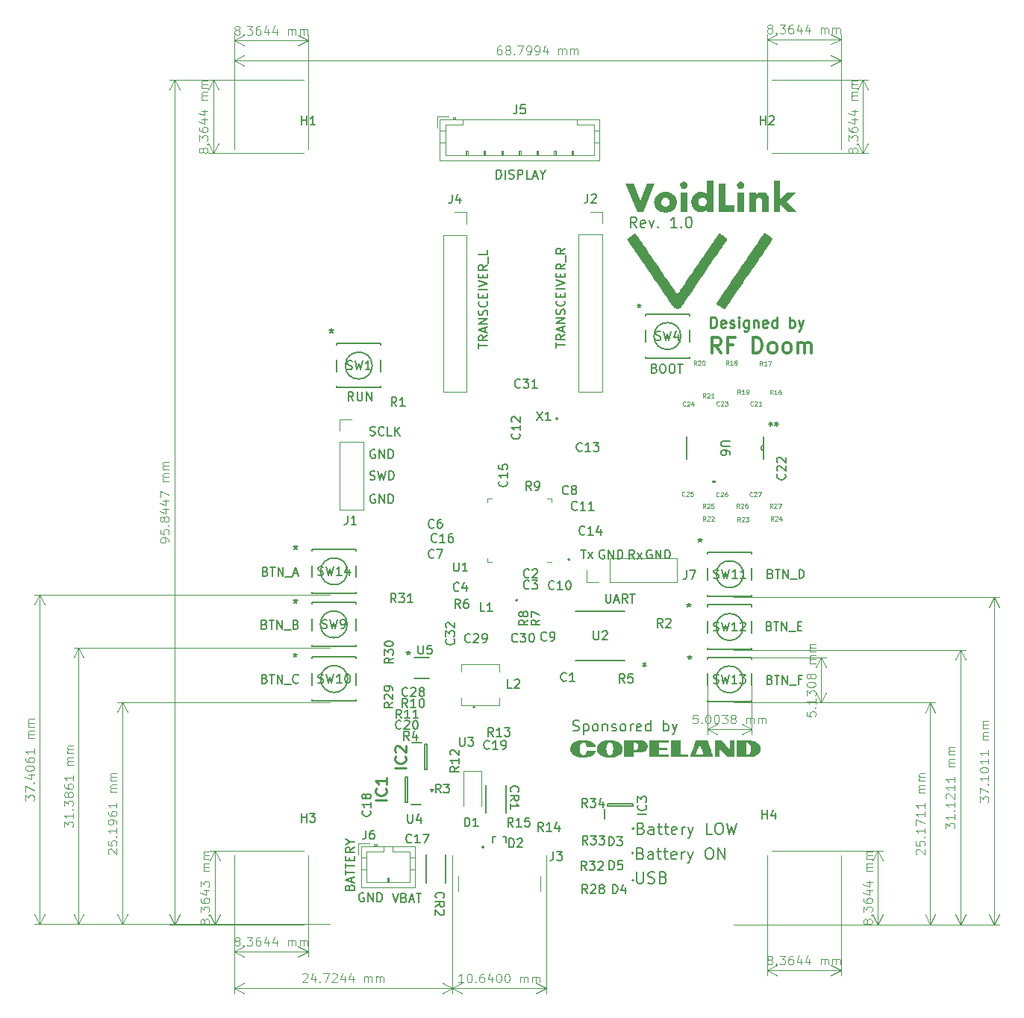
<source format=gbr>
%TF.GenerationSoftware,KiCad,Pcbnew,8.0.7*%
%TF.CreationDate,2025-02-26T19:05:53-05:00*%
%TF.ProjectId,RP2350_V1,52503233-3530-45f5-9631-2e6b69636164,1.0*%
%TF.SameCoordinates,Original*%
%TF.FileFunction,Legend,Top*%
%TF.FilePolarity,Positive*%
%FSLAX46Y46*%
G04 Gerber Fmt 4.6, Leading zero omitted, Abs format (unit mm)*
G04 Created by KiCad (PCBNEW 8.0.7) date 2025-02-26 19:05:53*
%MOMM*%
%LPD*%
G01*
G04 APERTURE LIST*
%ADD10C,0.155000*%
%ADD11C,0.190000*%
%ADD12C,0.240000*%
%ADD13C,0.500000*%
%ADD14C,0.200000*%
%ADD15C,0.170000*%
%ADD16C,0.300000*%
%ADD17C,0.100000*%
%ADD18C,0.075000*%
%ADD19C,0.150000*%
%ADD20C,0.254000*%
%ADD21C,0.152400*%
%ADD22C,0.120000*%
%ADD23C,0.127000*%
%ADD24C,0.191421*%
%ADD25C,0.000000*%
G04 APERTURE END LIST*
D10*
X159803877Y-84837178D02*
X159708639Y-84789559D01*
X159708639Y-84789559D02*
X159565782Y-84789559D01*
X159565782Y-84789559D02*
X159422925Y-84837178D01*
X159422925Y-84837178D02*
X159327687Y-84932416D01*
X159327687Y-84932416D02*
X159280068Y-85027654D01*
X159280068Y-85027654D02*
X159232449Y-85218130D01*
X159232449Y-85218130D02*
X159232449Y-85360987D01*
X159232449Y-85360987D02*
X159280068Y-85551463D01*
X159280068Y-85551463D02*
X159327687Y-85646701D01*
X159327687Y-85646701D02*
X159422925Y-85741940D01*
X159422925Y-85741940D02*
X159565782Y-85789559D01*
X159565782Y-85789559D02*
X159661020Y-85789559D01*
X159661020Y-85789559D02*
X159803877Y-85741940D01*
X159803877Y-85741940D02*
X159851496Y-85694320D01*
X159851496Y-85694320D02*
X159851496Y-85360987D01*
X159851496Y-85360987D02*
X159661020Y-85360987D01*
X160280068Y-85789559D02*
X160280068Y-84789559D01*
X160280068Y-84789559D02*
X160851496Y-85789559D01*
X160851496Y-85789559D02*
X160851496Y-84789559D01*
X161327687Y-85789559D02*
X161327687Y-84789559D01*
X161327687Y-84789559D02*
X161565782Y-84789559D01*
X161565782Y-84789559D02*
X161708639Y-84837178D01*
X161708639Y-84837178D02*
X161803877Y-84932416D01*
X161803877Y-84932416D02*
X161851496Y-85027654D01*
X161851496Y-85027654D02*
X161899115Y-85218130D01*
X161899115Y-85218130D02*
X161899115Y-85360987D01*
X161899115Y-85360987D02*
X161851496Y-85551463D01*
X161851496Y-85551463D02*
X161803877Y-85646701D01*
X161803877Y-85646701D02*
X161708639Y-85741940D01*
X161708639Y-85741940D02*
X161565782Y-85789559D01*
X161565782Y-85789559D02*
X161327687Y-85789559D01*
D11*
X158567857Y-119225072D02*
X158753571Y-119286977D01*
X158753571Y-119286977D02*
X158815476Y-119348881D01*
X158815476Y-119348881D02*
X158877380Y-119472691D01*
X158877380Y-119472691D02*
X158877380Y-119658405D01*
X158877380Y-119658405D02*
X158815476Y-119782215D01*
X158815476Y-119782215D02*
X158753571Y-119844120D01*
X158753571Y-119844120D02*
X158629761Y-119906024D01*
X158629761Y-119906024D02*
X158134523Y-119906024D01*
X158134523Y-119906024D02*
X158134523Y-118606024D01*
X158134523Y-118606024D02*
X158567857Y-118606024D01*
X158567857Y-118606024D02*
X158691666Y-118667929D01*
X158691666Y-118667929D02*
X158753571Y-118729834D01*
X158753571Y-118729834D02*
X158815476Y-118853643D01*
X158815476Y-118853643D02*
X158815476Y-118977453D01*
X158815476Y-118977453D02*
X158753571Y-119101262D01*
X158753571Y-119101262D02*
X158691666Y-119163167D01*
X158691666Y-119163167D02*
X158567857Y-119225072D01*
X158567857Y-119225072D02*
X158134523Y-119225072D01*
X159991666Y-119906024D02*
X159991666Y-119225072D01*
X159991666Y-119225072D02*
X159929761Y-119101262D01*
X159929761Y-119101262D02*
X159805952Y-119039358D01*
X159805952Y-119039358D02*
X159558333Y-119039358D01*
X159558333Y-119039358D02*
X159434523Y-119101262D01*
X159991666Y-119844120D02*
X159867857Y-119906024D01*
X159867857Y-119906024D02*
X159558333Y-119906024D01*
X159558333Y-119906024D02*
X159434523Y-119844120D01*
X159434523Y-119844120D02*
X159372619Y-119720310D01*
X159372619Y-119720310D02*
X159372619Y-119596500D01*
X159372619Y-119596500D02*
X159434523Y-119472691D01*
X159434523Y-119472691D02*
X159558333Y-119410786D01*
X159558333Y-119410786D02*
X159867857Y-119410786D01*
X159867857Y-119410786D02*
X159991666Y-119348881D01*
X160424999Y-119039358D02*
X160920237Y-119039358D01*
X160610713Y-118606024D02*
X160610713Y-119720310D01*
X160610713Y-119720310D02*
X160672618Y-119844120D01*
X160672618Y-119844120D02*
X160796428Y-119906024D01*
X160796428Y-119906024D02*
X160920237Y-119906024D01*
X161167856Y-119039358D02*
X161663094Y-119039358D01*
X161353570Y-118606024D02*
X161353570Y-119720310D01*
X161353570Y-119720310D02*
X161415475Y-119844120D01*
X161415475Y-119844120D02*
X161539285Y-119906024D01*
X161539285Y-119906024D02*
X161663094Y-119906024D01*
X162591665Y-119844120D02*
X162467856Y-119906024D01*
X162467856Y-119906024D02*
X162220237Y-119906024D01*
X162220237Y-119906024D02*
X162096427Y-119844120D01*
X162096427Y-119844120D02*
X162034523Y-119720310D01*
X162034523Y-119720310D02*
X162034523Y-119225072D01*
X162034523Y-119225072D02*
X162096427Y-119101262D01*
X162096427Y-119101262D02*
X162220237Y-119039358D01*
X162220237Y-119039358D02*
X162467856Y-119039358D01*
X162467856Y-119039358D02*
X162591665Y-119101262D01*
X162591665Y-119101262D02*
X162653570Y-119225072D01*
X162653570Y-119225072D02*
X162653570Y-119348881D01*
X162653570Y-119348881D02*
X162034523Y-119472691D01*
X163210713Y-119906024D02*
X163210713Y-119039358D01*
X163210713Y-119286977D02*
X163272618Y-119163167D01*
X163272618Y-119163167D02*
X163334523Y-119101262D01*
X163334523Y-119101262D02*
X163458332Y-119039358D01*
X163458332Y-119039358D02*
X163582142Y-119039358D01*
X163891666Y-119039358D02*
X164201190Y-119906024D01*
X164510713Y-119039358D02*
X164201190Y-119906024D01*
X164201190Y-119906024D02*
X164077380Y-120215548D01*
X164077380Y-120215548D02*
X164015475Y-120277453D01*
X164015475Y-120277453D02*
X163891666Y-120339358D01*
X166244046Y-118606024D02*
X166491665Y-118606024D01*
X166491665Y-118606024D02*
X166615475Y-118667929D01*
X166615475Y-118667929D02*
X166739284Y-118791739D01*
X166739284Y-118791739D02*
X166801189Y-119039358D01*
X166801189Y-119039358D02*
X166801189Y-119472691D01*
X166801189Y-119472691D02*
X166739284Y-119720310D01*
X166739284Y-119720310D02*
X166615475Y-119844120D01*
X166615475Y-119844120D02*
X166491665Y-119906024D01*
X166491665Y-119906024D02*
X166244046Y-119906024D01*
X166244046Y-119906024D02*
X166120237Y-119844120D01*
X166120237Y-119844120D02*
X165996427Y-119720310D01*
X165996427Y-119720310D02*
X165934523Y-119472691D01*
X165934523Y-119472691D02*
X165934523Y-119039358D01*
X165934523Y-119039358D02*
X165996427Y-118791739D01*
X165996427Y-118791739D02*
X166120237Y-118667929D01*
X166120237Y-118667929D02*
X166244046Y-118606024D01*
X167358332Y-119906024D02*
X167358332Y-118606024D01*
X167358332Y-118606024D02*
X168101189Y-119906024D01*
X168101189Y-119906024D02*
X168101189Y-118606024D01*
D10*
X116003401Y-87245749D02*
X116146258Y-87293368D01*
X116146258Y-87293368D02*
X116193877Y-87340987D01*
X116193877Y-87340987D02*
X116241496Y-87436225D01*
X116241496Y-87436225D02*
X116241496Y-87579082D01*
X116241496Y-87579082D02*
X116193877Y-87674320D01*
X116193877Y-87674320D02*
X116146258Y-87721940D01*
X116146258Y-87721940D02*
X116051020Y-87769559D01*
X116051020Y-87769559D02*
X115670068Y-87769559D01*
X115670068Y-87769559D02*
X115670068Y-86769559D01*
X115670068Y-86769559D02*
X116003401Y-86769559D01*
X116003401Y-86769559D02*
X116098639Y-86817178D01*
X116098639Y-86817178D02*
X116146258Y-86864797D01*
X116146258Y-86864797D02*
X116193877Y-86960035D01*
X116193877Y-86960035D02*
X116193877Y-87055273D01*
X116193877Y-87055273D02*
X116146258Y-87150511D01*
X116146258Y-87150511D02*
X116098639Y-87198130D01*
X116098639Y-87198130D02*
X116003401Y-87245749D01*
X116003401Y-87245749D02*
X115670068Y-87245749D01*
X116527211Y-86769559D02*
X117098639Y-86769559D01*
X116812925Y-87769559D02*
X116812925Y-86769559D01*
X117431973Y-87769559D02*
X117431973Y-86769559D01*
X117431973Y-86769559D02*
X118003401Y-87769559D01*
X118003401Y-87769559D02*
X118003401Y-86769559D01*
X118241497Y-87864797D02*
X119003401Y-87864797D01*
X119193878Y-87483844D02*
X119670068Y-87483844D01*
X119098640Y-87769559D02*
X119431973Y-86769559D01*
X119431973Y-86769559D02*
X119765306Y-87769559D01*
X115893401Y-93255749D02*
X116036258Y-93303368D01*
X116036258Y-93303368D02*
X116083877Y-93350987D01*
X116083877Y-93350987D02*
X116131496Y-93446225D01*
X116131496Y-93446225D02*
X116131496Y-93589082D01*
X116131496Y-93589082D02*
X116083877Y-93684320D01*
X116083877Y-93684320D02*
X116036258Y-93731940D01*
X116036258Y-93731940D02*
X115941020Y-93779559D01*
X115941020Y-93779559D02*
X115560068Y-93779559D01*
X115560068Y-93779559D02*
X115560068Y-92779559D01*
X115560068Y-92779559D02*
X115893401Y-92779559D01*
X115893401Y-92779559D02*
X115988639Y-92827178D01*
X115988639Y-92827178D02*
X116036258Y-92874797D01*
X116036258Y-92874797D02*
X116083877Y-92970035D01*
X116083877Y-92970035D02*
X116083877Y-93065273D01*
X116083877Y-93065273D02*
X116036258Y-93160511D01*
X116036258Y-93160511D02*
X115988639Y-93208130D01*
X115988639Y-93208130D02*
X115893401Y-93255749D01*
X115893401Y-93255749D02*
X115560068Y-93255749D01*
X116417211Y-92779559D02*
X116988639Y-92779559D01*
X116702925Y-93779559D02*
X116702925Y-92779559D01*
X117321973Y-93779559D02*
X117321973Y-92779559D01*
X117321973Y-92779559D02*
X117893401Y-93779559D01*
X117893401Y-93779559D02*
X117893401Y-92779559D01*
X118131497Y-93874797D02*
X118893401Y-93874797D01*
X119464830Y-93255749D02*
X119607687Y-93303368D01*
X119607687Y-93303368D02*
X119655306Y-93350987D01*
X119655306Y-93350987D02*
X119702925Y-93446225D01*
X119702925Y-93446225D02*
X119702925Y-93589082D01*
X119702925Y-93589082D02*
X119655306Y-93684320D01*
X119655306Y-93684320D02*
X119607687Y-93731940D01*
X119607687Y-93731940D02*
X119512449Y-93779559D01*
X119512449Y-93779559D02*
X119131497Y-93779559D01*
X119131497Y-93779559D02*
X119131497Y-92779559D01*
X119131497Y-92779559D02*
X119464830Y-92779559D01*
X119464830Y-92779559D02*
X119560068Y-92827178D01*
X119560068Y-92827178D02*
X119607687Y-92874797D01*
X119607687Y-92874797D02*
X119655306Y-92970035D01*
X119655306Y-92970035D02*
X119655306Y-93065273D01*
X119655306Y-93065273D02*
X119607687Y-93160511D01*
X119607687Y-93160511D02*
X119560068Y-93208130D01*
X119560068Y-93208130D02*
X119464830Y-93255749D01*
X119464830Y-93255749D02*
X119131497Y-93255749D01*
X173143401Y-93445749D02*
X173286258Y-93493368D01*
X173286258Y-93493368D02*
X173333877Y-93540987D01*
X173333877Y-93540987D02*
X173381496Y-93636225D01*
X173381496Y-93636225D02*
X173381496Y-93779082D01*
X173381496Y-93779082D02*
X173333877Y-93874320D01*
X173333877Y-93874320D02*
X173286258Y-93921940D01*
X173286258Y-93921940D02*
X173191020Y-93969559D01*
X173191020Y-93969559D02*
X172810068Y-93969559D01*
X172810068Y-93969559D02*
X172810068Y-92969559D01*
X172810068Y-92969559D02*
X173143401Y-92969559D01*
X173143401Y-92969559D02*
X173238639Y-93017178D01*
X173238639Y-93017178D02*
X173286258Y-93064797D01*
X173286258Y-93064797D02*
X173333877Y-93160035D01*
X173333877Y-93160035D02*
X173333877Y-93255273D01*
X173333877Y-93255273D02*
X173286258Y-93350511D01*
X173286258Y-93350511D02*
X173238639Y-93398130D01*
X173238639Y-93398130D02*
X173143401Y-93445749D01*
X173143401Y-93445749D02*
X172810068Y-93445749D01*
X173667211Y-92969559D02*
X174238639Y-92969559D01*
X173952925Y-93969559D02*
X173952925Y-92969559D01*
X174571973Y-93969559D02*
X174571973Y-92969559D01*
X174571973Y-92969559D02*
X175143401Y-93969559D01*
X175143401Y-93969559D02*
X175143401Y-92969559D01*
X175381497Y-94064797D02*
X176143401Y-94064797D01*
X176381497Y-93445749D02*
X176714830Y-93445749D01*
X176857687Y-93969559D02*
X176381497Y-93969559D01*
X176381497Y-93969559D02*
X176381497Y-92969559D01*
X176381497Y-92969559D02*
X176857687Y-92969559D01*
X157861496Y-85809559D02*
X157528163Y-85333368D01*
X157290068Y-85809559D02*
X157290068Y-84809559D01*
X157290068Y-84809559D02*
X157671020Y-84809559D01*
X157671020Y-84809559D02*
X157766258Y-84857178D01*
X157766258Y-84857178D02*
X157813877Y-84904797D01*
X157813877Y-84904797D02*
X157861496Y-85000035D01*
X157861496Y-85000035D02*
X157861496Y-85142892D01*
X157861496Y-85142892D02*
X157813877Y-85238130D01*
X157813877Y-85238130D02*
X157766258Y-85285749D01*
X157766258Y-85285749D02*
X157671020Y-85333368D01*
X157671020Y-85333368D02*
X157290068Y-85333368D01*
X158194830Y-85809559D02*
X158718639Y-85142892D01*
X158194830Y-85142892D02*
X158718639Y-85809559D01*
X127163877Y-123767178D02*
X127068639Y-123719559D01*
X127068639Y-123719559D02*
X126925782Y-123719559D01*
X126925782Y-123719559D02*
X126782925Y-123767178D01*
X126782925Y-123767178D02*
X126687687Y-123862416D01*
X126687687Y-123862416D02*
X126640068Y-123957654D01*
X126640068Y-123957654D02*
X126592449Y-124148130D01*
X126592449Y-124148130D02*
X126592449Y-124290987D01*
X126592449Y-124290987D02*
X126640068Y-124481463D01*
X126640068Y-124481463D02*
X126687687Y-124576701D01*
X126687687Y-124576701D02*
X126782925Y-124671940D01*
X126782925Y-124671940D02*
X126925782Y-124719559D01*
X126925782Y-124719559D02*
X127021020Y-124719559D01*
X127021020Y-124719559D02*
X127163877Y-124671940D01*
X127163877Y-124671940D02*
X127211496Y-124624320D01*
X127211496Y-124624320D02*
X127211496Y-124290987D01*
X127211496Y-124290987D02*
X127021020Y-124290987D01*
X127640068Y-124719559D02*
X127640068Y-123719559D01*
X127640068Y-123719559D02*
X128211496Y-124719559D01*
X128211496Y-124719559D02*
X128211496Y-123719559D01*
X128687687Y-124719559D02*
X128687687Y-123719559D01*
X128687687Y-123719559D02*
X128925782Y-123719559D01*
X128925782Y-123719559D02*
X129068639Y-123767178D01*
X129068639Y-123767178D02*
X129163877Y-123862416D01*
X129163877Y-123862416D02*
X129211496Y-123957654D01*
X129211496Y-123957654D02*
X129259115Y-124148130D01*
X129259115Y-124148130D02*
X129259115Y-124290987D01*
X129259115Y-124290987D02*
X129211496Y-124481463D01*
X129211496Y-124481463D02*
X129163877Y-124576701D01*
X129163877Y-124576701D02*
X129068639Y-124671940D01*
X129068639Y-124671940D02*
X128925782Y-124719559D01*
X128925782Y-124719559D02*
X128687687Y-124719559D01*
X142200068Y-42709559D02*
X142200068Y-41709559D01*
X142200068Y-41709559D02*
X142438163Y-41709559D01*
X142438163Y-41709559D02*
X142581020Y-41757178D01*
X142581020Y-41757178D02*
X142676258Y-41852416D01*
X142676258Y-41852416D02*
X142723877Y-41947654D01*
X142723877Y-41947654D02*
X142771496Y-42138130D01*
X142771496Y-42138130D02*
X142771496Y-42280987D01*
X142771496Y-42280987D02*
X142723877Y-42471463D01*
X142723877Y-42471463D02*
X142676258Y-42566701D01*
X142676258Y-42566701D02*
X142581020Y-42661940D01*
X142581020Y-42661940D02*
X142438163Y-42709559D01*
X142438163Y-42709559D02*
X142200068Y-42709559D01*
X143200068Y-42709559D02*
X143200068Y-41709559D01*
X143628639Y-42661940D02*
X143771496Y-42709559D01*
X143771496Y-42709559D02*
X144009591Y-42709559D01*
X144009591Y-42709559D02*
X144104829Y-42661940D01*
X144104829Y-42661940D02*
X144152448Y-42614320D01*
X144152448Y-42614320D02*
X144200067Y-42519082D01*
X144200067Y-42519082D02*
X144200067Y-42423844D01*
X144200067Y-42423844D02*
X144152448Y-42328606D01*
X144152448Y-42328606D02*
X144104829Y-42280987D01*
X144104829Y-42280987D02*
X144009591Y-42233368D01*
X144009591Y-42233368D02*
X143819115Y-42185749D01*
X143819115Y-42185749D02*
X143723877Y-42138130D01*
X143723877Y-42138130D02*
X143676258Y-42090511D01*
X143676258Y-42090511D02*
X143628639Y-41995273D01*
X143628639Y-41995273D02*
X143628639Y-41900035D01*
X143628639Y-41900035D02*
X143676258Y-41804797D01*
X143676258Y-41804797D02*
X143723877Y-41757178D01*
X143723877Y-41757178D02*
X143819115Y-41709559D01*
X143819115Y-41709559D02*
X144057210Y-41709559D01*
X144057210Y-41709559D02*
X144200067Y-41757178D01*
X144628639Y-42709559D02*
X144628639Y-41709559D01*
X144628639Y-41709559D02*
X145009591Y-41709559D01*
X145009591Y-41709559D02*
X145104829Y-41757178D01*
X145104829Y-41757178D02*
X145152448Y-41804797D01*
X145152448Y-41804797D02*
X145200067Y-41900035D01*
X145200067Y-41900035D02*
X145200067Y-42042892D01*
X145200067Y-42042892D02*
X145152448Y-42138130D01*
X145152448Y-42138130D02*
X145104829Y-42185749D01*
X145104829Y-42185749D02*
X145009591Y-42233368D01*
X145009591Y-42233368D02*
X144628639Y-42233368D01*
X146104829Y-42709559D02*
X145628639Y-42709559D01*
X145628639Y-42709559D02*
X145628639Y-41709559D01*
X146390544Y-42423844D02*
X146866734Y-42423844D01*
X146295306Y-42709559D02*
X146628639Y-41709559D01*
X146628639Y-41709559D02*
X146961972Y-42709559D01*
X147485782Y-42233368D02*
X147485782Y-42709559D01*
X147152449Y-41709559D02*
X147485782Y-42233368D01*
X147485782Y-42233368D02*
X147819115Y-41709559D01*
D12*
X166518608Y-59590662D02*
X166518608Y-58390662D01*
X166518608Y-58390662D02*
X166804322Y-58390662D01*
X166804322Y-58390662D02*
X166975751Y-58447805D01*
X166975751Y-58447805D02*
X167090036Y-58562091D01*
X167090036Y-58562091D02*
X167147179Y-58676377D01*
X167147179Y-58676377D02*
X167204322Y-58904948D01*
X167204322Y-58904948D02*
X167204322Y-59076377D01*
X167204322Y-59076377D02*
X167147179Y-59304948D01*
X167147179Y-59304948D02*
X167090036Y-59419234D01*
X167090036Y-59419234D02*
X166975751Y-59533520D01*
X166975751Y-59533520D02*
X166804322Y-59590662D01*
X166804322Y-59590662D02*
X166518608Y-59590662D01*
X168175751Y-59533520D02*
X168061465Y-59590662D01*
X168061465Y-59590662D02*
X167832894Y-59590662D01*
X167832894Y-59590662D02*
X167718608Y-59533520D01*
X167718608Y-59533520D02*
X167661465Y-59419234D01*
X167661465Y-59419234D02*
X167661465Y-58962091D01*
X167661465Y-58962091D02*
X167718608Y-58847805D01*
X167718608Y-58847805D02*
X167832894Y-58790662D01*
X167832894Y-58790662D02*
X168061465Y-58790662D01*
X168061465Y-58790662D02*
X168175751Y-58847805D01*
X168175751Y-58847805D02*
X168232894Y-58962091D01*
X168232894Y-58962091D02*
X168232894Y-59076377D01*
X168232894Y-59076377D02*
X167661465Y-59190662D01*
X168690036Y-59533520D02*
X168804322Y-59590662D01*
X168804322Y-59590662D02*
X169032893Y-59590662D01*
X169032893Y-59590662D02*
X169147179Y-59533520D01*
X169147179Y-59533520D02*
X169204322Y-59419234D01*
X169204322Y-59419234D02*
X169204322Y-59362091D01*
X169204322Y-59362091D02*
X169147179Y-59247805D01*
X169147179Y-59247805D02*
X169032893Y-59190662D01*
X169032893Y-59190662D02*
X168861465Y-59190662D01*
X168861465Y-59190662D02*
X168747179Y-59133520D01*
X168747179Y-59133520D02*
X168690036Y-59019234D01*
X168690036Y-59019234D02*
X168690036Y-58962091D01*
X168690036Y-58962091D02*
X168747179Y-58847805D01*
X168747179Y-58847805D02*
X168861465Y-58790662D01*
X168861465Y-58790662D02*
X169032893Y-58790662D01*
X169032893Y-58790662D02*
X169147179Y-58847805D01*
X169718608Y-59590662D02*
X169718608Y-58790662D01*
X169718608Y-58390662D02*
X169661465Y-58447805D01*
X169661465Y-58447805D02*
X169718608Y-58504948D01*
X169718608Y-58504948D02*
X169775751Y-58447805D01*
X169775751Y-58447805D02*
X169718608Y-58390662D01*
X169718608Y-58390662D02*
X169718608Y-58504948D01*
X170804323Y-58790662D02*
X170804323Y-59762091D01*
X170804323Y-59762091D02*
X170747180Y-59876377D01*
X170747180Y-59876377D02*
X170690037Y-59933520D01*
X170690037Y-59933520D02*
X170575751Y-59990662D01*
X170575751Y-59990662D02*
X170404323Y-59990662D01*
X170404323Y-59990662D02*
X170290037Y-59933520D01*
X170804323Y-59533520D02*
X170690037Y-59590662D01*
X170690037Y-59590662D02*
X170461465Y-59590662D01*
X170461465Y-59590662D02*
X170347180Y-59533520D01*
X170347180Y-59533520D02*
X170290037Y-59476377D01*
X170290037Y-59476377D02*
X170232894Y-59362091D01*
X170232894Y-59362091D02*
X170232894Y-59019234D01*
X170232894Y-59019234D02*
X170290037Y-58904948D01*
X170290037Y-58904948D02*
X170347180Y-58847805D01*
X170347180Y-58847805D02*
X170461465Y-58790662D01*
X170461465Y-58790662D02*
X170690037Y-58790662D01*
X170690037Y-58790662D02*
X170804323Y-58847805D01*
X171375751Y-58790662D02*
X171375751Y-59590662D01*
X171375751Y-58904948D02*
X171432894Y-58847805D01*
X171432894Y-58847805D02*
X171547179Y-58790662D01*
X171547179Y-58790662D02*
X171718608Y-58790662D01*
X171718608Y-58790662D02*
X171832894Y-58847805D01*
X171832894Y-58847805D02*
X171890037Y-58962091D01*
X171890037Y-58962091D02*
X171890037Y-59590662D01*
X172918608Y-59533520D02*
X172804322Y-59590662D01*
X172804322Y-59590662D02*
X172575751Y-59590662D01*
X172575751Y-59590662D02*
X172461465Y-59533520D01*
X172461465Y-59533520D02*
X172404322Y-59419234D01*
X172404322Y-59419234D02*
X172404322Y-58962091D01*
X172404322Y-58962091D02*
X172461465Y-58847805D01*
X172461465Y-58847805D02*
X172575751Y-58790662D01*
X172575751Y-58790662D02*
X172804322Y-58790662D01*
X172804322Y-58790662D02*
X172918608Y-58847805D01*
X172918608Y-58847805D02*
X172975751Y-58962091D01*
X172975751Y-58962091D02*
X172975751Y-59076377D01*
X172975751Y-59076377D02*
X172404322Y-59190662D01*
X174004322Y-59590662D02*
X174004322Y-58390662D01*
X174004322Y-59533520D02*
X173890036Y-59590662D01*
X173890036Y-59590662D02*
X173661464Y-59590662D01*
X173661464Y-59590662D02*
X173547179Y-59533520D01*
X173547179Y-59533520D02*
X173490036Y-59476377D01*
X173490036Y-59476377D02*
X173432893Y-59362091D01*
X173432893Y-59362091D02*
X173432893Y-59019234D01*
X173432893Y-59019234D02*
X173490036Y-58904948D01*
X173490036Y-58904948D02*
X173547179Y-58847805D01*
X173547179Y-58847805D02*
X173661464Y-58790662D01*
X173661464Y-58790662D02*
X173890036Y-58790662D01*
X173890036Y-58790662D02*
X174004322Y-58847805D01*
X175490036Y-59590662D02*
X175490036Y-58390662D01*
X175490036Y-58847805D02*
X175604322Y-58790662D01*
X175604322Y-58790662D02*
X175832893Y-58790662D01*
X175832893Y-58790662D02*
X175947179Y-58847805D01*
X175947179Y-58847805D02*
X176004322Y-58904948D01*
X176004322Y-58904948D02*
X176061464Y-59019234D01*
X176061464Y-59019234D02*
X176061464Y-59362091D01*
X176061464Y-59362091D02*
X176004322Y-59476377D01*
X176004322Y-59476377D02*
X175947179Y-59533520D01*
X175947179Y-59533520D02*
X175832893Y-59590662D01*
X175832893Y-59590662D02*
X175604322Y-59590662D01*
X175604322Y-59590662D02*
X175490036Y-59533520D01*
X176461464Y-58790662D02*
X176747178Y-59590662D01*
X177032893Y-58790662D02*
X176747178Y-59590662D01*
X176747178Y-59590662D02*
X176632893Y-59876377D01*
X176632893Y-59876377D02*
X176575750Y-59933520D01*
X176575750Y-59933520D02*
X176461464Y-59990662D01*
D10*
X154433877Y-84857178D02*
X154338639Y-84809559D01*
X154338639Y-84809559D02*
X154195782Y-84809559D01*
X154195782Y-84809559D02*
X154052925Y-84857178D01*
X154052925Y-84857178D02*
X153957687Y-84952416D01*
X153957687Y-84952416D02*
X153910068Y-85047654D01*
X153910068Y-85047654D02*
X153862449Y-85238130D01*
X153862449Y-85238130D02*
X153862449Y-85380987D01*
X153862449Y-85380987D02*
X153910068Y-85571463D01*
X153910068Y-85571463D02*
X153957687Y-85666701D01*
X153957687Y-85666701D02*
X154052925Y-85761940D01*
X154052925Y-85761940D02*
X154195782Y-85809559D01*
X154195782Y-85809559D02*
X154291020Y-85809559D01*
X154291020Y-85809559D02*
X154433877Y-85761940D01*
X154433877Y-85761940D02*
X154481496Y-85714320D01*
X154481496Y-85714320D02*
X154481496Y-85380987D01*
X154481496Y-85380987D02*
X154291020Y-85380987D01*
X154910068Y-85809559D02*
X154910068Y-84809559D01*
X154910068Y-84809559D02*
X155481496Y-85809559D01*
X155481496Y-85809559D02*
X155481496Y-84809559D01*
X155957687Y-85809559D02*
X155957687Y-84809559D01*
X155957687Y-84809559D02*
X156195782Y-84809559D01*
X156195782Y-84809559D02*
X156338639Y-84857178D01*
X156338639Y-84857178D02*
X156433877Y-84952416D01*
X156433877Y-84952416D02*
X156481496Y-85047654D01*
X156481496Y-85047654D02*
X156529115Y-85238130D01*
X156529115Y-85238130D02*
X156529115Y-85380987D01*
X156529115Y-85380987D02*
X156481496Y-85571463D01*
X156481496Y-85571463D02*
X156433877Y-85666701D01*
X156433877Y-85666701D02*
X156338639Y-85761940D01*
X156338639Y-85761940D02*
X156195782Y-85809559D01*
X156195782Y-85809559D02*
X155957687Y-85809559D01*
X173223401Y-99515749D02*
X173366258Y-99563368D01*
X173366258Y-99563368D02*
X173413877Y-99610987D01*
X173413877Y-99610987D02*
X173461496Y-99706225D01*
X173461496Y-99706225D02*
X173461496Y-99849082D01*
X173461496Y-99849082D02*
X173413877Y-99944320D01*
X173413877Y-99944320D02*
X173366258Y-99991940D01*
X173366258Y-99991940D02*
X173271020Y-100039559D01*
X173271020Y-100039559D02*
X172890068Y-100039559D01*
X172890068Y-100039559D02*
X172890068Y-99039559D01*
X172890068Y-99039559D02*
X173223401Y-99039559D01*
X173223401Y-99039559D02*
X173318639Y-99087178D01*
X173318639Y-99087178D02*
X173366258Y-99134797D01*
X173366258Y-99134797D02*
X173413877Y-99230035D01*
X173413877Y-99230035D02*
X173413877Y-99325273D01*
X173413877Y-99325273D02*
X173366258Y-99420511D01*
X173366258Y-99420511D02*
X173318639Y-99468130D01*
X173318639Y-99468130D02*
X173223401Y-99515749D01*
X173223401Y-99515749D02*
X172890068Y-99515749D01*
X173747211Y-99039559D02*
X174318639Y-99039559D01*
X174032925Y-100039559D02*
X174032925Y-99039559D01*
X174651973Y-100039559D02*
X174651973Y-99039559D01*
X174651973Y-99039559D02*
X175223401Y-100039559D01*
X175223401Y-100039559D02*
X175223401Y-99039559D01*
X175461497Y-100134797D02*
X176223401Y-100134797D01*
X176794830Y-99515749D02*
X176461497Y-99515749D01*
X176461497Y-100039559D02*
X176461497Y-99039559D01*
X176461497Y-99039559D02*
X176937687Y-99039559D01*
X140189559Y-61952788D02*
X140189559Y-61381360D01*
X141189559Y-61667074D02*
X140189559Y-61667074D01*
X141189559Y-60476598D02*
X140713368Y-60809931D01*
X141189559Y-61048026D02*
X140189559Y-61048026D01*
X140189559Y-61048026D02*
X140189559Y-60667074D01*
X140189559Y-60667074D02*
X140237178Y-60571836D01*
X140237178Y-60571836D02*
X140284797Y-60524217D01*
X140284797Y-60524217D02*
X140380035Y-60476598D01*
X140380035Y-60476598D02*
X140522892Y-60476598D01*
X140522892Y-60476598D02*
X140618130Y-60524217D01*
X140618130Y-60524217D02*
X140665749Y-60571836D01*
X140665749Y-60571836D02*
X140713368Y-60667074D01*
X140713368Y-60667074D02*
X140713368Y-61048026D01*
X140903844Y-60095645D02*
X140903844Y-59619455D01*
X141189559Y-60190883D02*
X140189559Y-59857550D01*
X140189559Y-59857550D02*
X141189559Y-59524217D01*
X141189559Y-59190883D02*
X140189559Y-59190883D01*
X140189559Y-59190883D02*
X141189559Y-58619455D01*
X141189559Y-58619455D02*
X140189559Y-58619455D01*
X141141940Y-58190883D02*
X141189559Y-58048026D01*
X141189559Y-58048026D02*
X141189559Y-57809931D01*
X141189559Y-57809931D02*
X141141940Y-57714693D01*
X141141940Y-57714693D02*
X141094320Y-57667074D01*
X141094320Y-57667074D02*
X140999082Y-57619455D01*
X140999082Y-57619455D02*
X140903844Y-57619455D01*
X140903844Y-57619455D02*
X140808606Y-57667074D01*
X140808606Y-57667074D02*
X140760987Y-57714693D01*
X140760987Y-57714693D02*
X140713368Y-57809931D01*
X140713368Y-57809931D02*
X140665749Y-58000407D01*
X140665749Y-58000407D02*
X140618130Y-58095645D01*
X140618130Y-58095645D02*
X140570511Y-58143264D01*
X140570511Y-58143264D02*
X140475273Y-58190883D01*
X140475273Y-58190883D02*
X140380035Y-58190883D01*
X140380035Y-58190883D02*
X140284797Y-58143264D01*
X140284797Y-58143264D02*
X140237178Y-58095645D01*
X140237178Y-58095645D02*
X140189559Y-58000407D01*
X140189559Y-58000407D02*
X140189559Y-57762312D01*
X140189559Y-57762312D02*
X140237178Y-57619455D01*
X141094320Y-56619455D02*
X141141940Y-56667074D01*
X141141940Y-56667074D02*
X141189559Y-56809931D01*
X141189559Y-56809931D02*
X141189559Y-56905169D01*
X141189559Y-56905169D02*
X141141940Y-57048026D01*
X141141940Y-57048026D02*
X141046701Y-57143264D01*
X141046701Y-57143264D02*
X140951463Y-57190883D01*
X140951463Y-57190883D02*
X140760987Y-57238502D01*
X140760987Y-57238502D02*
X140618130Y-57238502D01*
X140618130Y-57238502D02*
X140427654Y-57190883D01*
X140427654Y-57190883D02*
X140332416Y-57143264D01*
X140332416Y-57143264D02*
X140237178Y-57048026D01*
X140237178Y-57048026D02*
X140189559Y-56905169D01*
X140189559Y-56905169D02*
X140189559Y-56809931D01*
X140189559Y-56809931D02*
X140237178Y-56667074D01*
X140237178Y-56667074D02*
X140284797Y-56619455D01*
X140665749Y-56190883D02*
X140665749Y-55857550D01*
X141189559Y-55714693D02*
X141189559Y-56190883D01*
X141189559Y-56190883D02*
X140189559Y-56190883D01*
X140189559Y-56190883D02*
X140189559Y-55714693D01*
X141189559Y-55286121D02*
X140189559Y-55286121D01*
X140189559Y-54952788D02*
X141189559Y-54619455D01*
X141189559Y-54619455D02*
X140189559Y-54286122D01*
X140665749Y-53952788D02*
X140665749Y-53619455D01*
X141189559Y-53476598D02*
X141189559Y-53952788D01*
X141189559Y-53952788D02*
X140189559Y-53952788D01*
X140189559Y-53952788D02*
X140189559Y-53476598D01*
X141189559Y-52476598D02*
X140713368Y-52809931D01*
X141189559Y-53048026D02*
X140189559Y-53048026D01*
X140189559Y-53048026D02*
X140189559Y-52667074D01*
X140189559Y-52667074D02*
X140237178Y-52571836D01*
X140237178Y-52571836D02*
X140284797Y-52524217D01*
X140284797Y-52524217D02*
X140380035Y-52476598D01*
X140380035Y-52476598D02*
X140522892Y-52476598D01*
X140522892Y-52476598D02*
X140618130Y-52524217D01*
X140618130Y-52524217D02*
X140665749Y-52571836D01*
X140665749Y-52571836D02*
X140713368Y-52667074D01*
X140713368Y-52667074D02*
X140713368Y-53048026D01*
X141284797Y-52286122D02*
X141284797Y-51524217D01*
X141189559Y-50809931D02*
X141189559Y-51286121D01*
X141189559Y-51286121D02*
X140189559Y-51286121D01*
X160133401Y-64205749D02*
X160276258Y-64253368D01*
X160276258Y-64253368D02*
X160323877Y-64300987D01*
X160323877Y-64300987D02*
X160371496Y-64396225D01*
X160371496Y-64396225D02*
X160371496Y-64539082D01*
X160371496Y-64539082D02*
X160323877Y-64634320D01*
X160323877Y-64634320D02*
X160276258Y-64681940D01*
X160276258Y-64681940D02*
X160181020Y-64729559D01*
X160181020Y-64729559D02*
X159800068Y-64729559D01*
X159800068Y-64729559D02*
X159800068Y-63729559D01*
X159800068Y-63729559D02*
X160133401Y-63729559D01*
X160133401Y-63729559D02*
X160228639Y-63777178D01*
X160228639Y-63777178D02*
X160276258Y-63824797D01*
X160276258Y-63824797D02*
X160323877Y-63920035D01*
X160323877Y-63920035D02*
X160323877Y-64015273D01*
X160323877Y-64015273D02*
X160276258Y-64110511D01*
X160276258Y-64110511D02*
X160228639Y-64158130D01*
X160228639Y-64158130D02*
X160133401Y-64205749D01*
X160133401Y-64205749D02*
X159800068Y-64205749D01*
X160990544Y-63729559D02*
X161181020Y-63729559D01*
X161181020Y-63729559D02*
X161276258Y-63777178D01*
X161276258Y-63777178D02*
X161371496Y-63872416D01*
X161371496Y-63872416D02*
X161419115Y-64062892D01*
X161419115Y-64062892D02*
X161419115Y-64396225D01*
X161419115Y-64396225D02*
X161371496Y-64586701D01*
X161371496Y-64586701D02*
X161276258Y-64681940D01*
X161276258Y-64681940D02*
X161181020Y-64729559D01*
X161181020Y-64729559D02*
X160990544Y-64729559D01*
X160990544Y-64729559D02*
X160895306Y-64681940D01*
X160895306Y-64681940D02*
X160800068Y-64586701D01*
X160800068Y-64586701D02*
X160752449Y-64396225D01*
X160752449Y-64396225D02*
X160752449Y-64062892D01*
X160752449Y-64062892D02*
X160800068Y-63872416D01*
X160800068Y-63872416D02*
X160895306Y-63777178D01*
X160895306Y-63777178D02*
X160990544Y-63729559D01*
X162038163Y-63729559D02*
X162228639Y-63729559D01*
X162228639Y-63729559D02*
X162323877Y-63777178D01*
X162323877Y-63777178D02*
X162419115Y-63872416D01*
X162419115Y-63872416D02*
X162466734Y-64062892D01*
X162466734Y-64062892D02*
X162466734Y-64396225D01*
X162466734Y-64396225D02*
X162419115Y-64586701D01*
X162419115Y-64586701D02*
X162323877Y-64681940D01*
X162323877Y-64681940D02*
X162228639Y-64729559D01*
X162228639Y-64729559D02*
X162038163Y-64729559D01*
X162038163Y-64729559D02*
X161942925Y-64681940D01*
X161942925Y-64681940D02*
X161847687Y-64586701D01*
X161847687Y-64586701D02*
X161800068Y-64396225D01*
X161800068Y-64396225D02*
X161800068Y-64062892D01*
X161800068Y-64062892D02*
X161847687Y-63872416D01*
X161847687Y-63872416D02*
X161942925Y-63777178D01*
X161942925Y-63777178D02*
X162038163Y-63729559D01*
X162752449Y-63729559D02*
X163323877Y-63729559D01*
X163038163Y-64729559D02*
X163038163Y-63729559D01*
X127872449Y-71791940D02*
X128015306Y-71839559D01*
X128015306Y-71839559D02*
X128253401Y-71839559D01*
X128253401Y-71839559D02*
X128348639Y-71791940D01*
X128348639Y-71791940D02*
X128396258Y-71744320D01*
X128396258Y-71744320D02*
X128443877Y-71649082D01*
X128443877Y-71649082D02*
X128443877Y-71553844D01*
X128443877Y-71553844D02*
X128396258Y-71458606D01*
X128396258Y-71458606D02*
X128348639Y-71410987D01*
X128348639Y-71410987D02*
X128253401Y-71363368D01*
X128253401Y-71363368D02*
X128062925Y-71315749D01*
X128062925Y-71315749D02*
X127967687Y-71268130D01*
X127967687Y-71268130D02*
X127920068Y-71220511D01*
X127920068Y-71220511D02*
X127872449Y-71125273D01*
X127872449Y-71125273D02*
X127872449Y-71030035D01*
X127872449Y-71030035D02*
X127920068Y-70934797D01*
X127920068Y-70934797D02*
X127967687Y-70887178D01*
X127967687Y-70887178D02*
X128062925Y-70839559D01*
X128062925Y-70839559D02*
X128301020Y-70839559D01*
X128301020Y-70839559D02*
X128443877Y-70887178D01*
X129443877Y-71744320D02*
X129396258Y-71791940D01*
X129396258Y-71791940D02*
X129253401Y-71839559D01*
X129253401Y-71839559D02*
X129158163Y-71839559D01*
X129158163Y-71839559D02*
X129015306Y-71791940D01*
X129015306Y-71791940D02*
X128920068Y-71696701D01*
X128920068Y-71696701D02*
X128872449Y-71601463D01*
X128872449Y-71601463D02*
X128824830Y-71410987D01*
X128824830Y-71410987D02*
X128824830Y-71268130D01*
X128824830Y-71268130D02*
X128872449Y-71077654D01*
X128872449Y-71077654D02*
X128920068Y-70982416D01*
X128920068Y-70982416D02*
X129015306Y-70887178D01*
X129015306Y-70887178D02*
X129158163Y-70839559D01*
X129158163Y-70839559D02*
X129253401Y-70839559D01*
X129253401Y-70839559D02*
X129396258Y-70887178D01*
X129396258Y-70887178D02*
X129443877Y-70934797D01*
X130348639Y-71839559D02*
X129872449Y-71839559D01*
X129872449Y-71839559D02*
X129872449Y-70839559D01*
X130681973Y-71839559D02*
X130681973Y-70839559D01*
X131253401Y-71839559D02*
X130824830Y-71268130D01*
X131253401Y-70839559D02*
X130681973Y-71410987D01*
X128423877Y-78547178D02*
X128328639Y-78499559D01*
X128328639Y-78499559D02*
X128185782Y-78499559D01*
X128185782Y-78499559D02*
X128042925Y-78547178D01*
X128042925Y-78547178D02*
X127947687Y-78642416D01*
X127947687Y-78642416D02*
X127900068Y-78737654D01*
X127900068Y-78737654D02*
X127852449Y-78928130D01*
X127852449Y-78928130D02*
X127852449Y-79070987D01*
X127852449Y-79070987D02*
X127900068Y-79261463D01*
X127900068Y-79261463D02*
X127947687Y-79356701D01*
X127947687Y-79356701D02*
X128042925Y-79451940D01*
X128042925Y-79451940D02*
X128185782Y-79499559D01*
X128185782Y-79499559D02*
X128281020Y-79499559D01*
X128281020Y-79499559D02*
X128423877Y-79451940D01*
X128423877Y-79451940D02*
X128471496Y-79404320D01*
X128471496Y-79404320D02*
X128471496Y-79070987D01*
X128471496Y-79070987D02*
X128281020Y-79070987D01*
X128900068Y-79499559D02*
X128900068Y-78499559D01*
X128900068Y-78499559D02*
X129471496Y-79499559D01*
X129471496Y-79499559D02*
X129471496Y-78499559D01*
X129947687Y-79499559D02*
X129947687Y-78499559D01*
X129947687Y-78499559D02*
X130185782Y-78499559D01*
X130185782Y-78499559D02*
X130328639Y-78547178D01*
X130328639Y-78547178D02*
X130423877Y-78642416D01*
X130423877Y-78642416D02*
X130471496Y-78737654D01*
X130471496Y-78737654D02*
X130519115Y-78928130D01*
X130519115Y-78928130D02*
X130519115Y-79070987D01*
X130519115Y-79070987D02*
X130471496Y-79261463D01*
X130471496Y-79261463D02*
X130423877Y-79356701D01*
X130423877Y-79356701D02*
X130328639Y-79451940D01*
X130328639Y-79451940D02*
X130185782Y-79499559D01*
X130185782Y-79499559D02*
X129947687Y-79499559D01*
X127862449Y-76811940D02*
X128005306Y-76859559D01*
X128005306Y-76859559D02*
X128243401Y-76859559D01*
X128243401Y-76859559D02*
X128338639Y-76811940D01*
X128338639Y-76811940D02*
X128386258Y-76764320D01*
X128386258Y-76764320D02*
X128433877Y-76669082D01*
X128433877Y-76669082D02*
X128433877Y-76573844D01*
X128433877Y-76573844D02*
X128386258Y-76478606D01*
X128386258Y-76478606D02*
X128338639Y-76430987D01*
X128338639Y-76430987D02*
X128243401Y-76383368D01*
X128243401Y-76383368D02*
X128052925Y-76335749D01*
X128052925Y-76335749D02*
X127957687Y-76288130D01*
X127957687Y-76288130D02*
X127910068Y-76240511D01*
X127910068Y-76240511D02*
X127862449Y-76145273D01*
X127862449Y-76145273D02*
X127862449Y-76050035D01*
X127862449Y-76050035D02*
X127910068Y-75954797D01*
X127910068Y-75954797D02*
X127957687Y-75907178D01*
X127957687Y-75907178D02*
X128052925Y-75859559D01*
X128052925Y-75859559D02*
X128291020Y-75859559D01*
X128291020Y-75859559D02*
X128433877Y-75907178D01*
X128767211Y-75859559D02*
X129005306Y-76859559D01*
X129005306Y-76859559D02*
X129195782Y-76145273D01*
X129195782Y-76145273D02*
X129386258Y-76859559D01*
X129386258Y-76859559D02*
X129624354Y-75859559D01*
X130005306Y-76859559D02*
X130005306Y-75859559D01*
X130005306Y-75859559D02*
X130243401Y-75859559D01*
X130243401Y-75859559D02*
X130386258Y-75907178D01*
X130386258Y-75907178D02*
X130481496Y-76002416D01*
X130481496Y-76002416D02*
X130529115Y-76097654D01*
X130529115Y-76097654D02*
X130576734Y-76288130D01*
X130576734Y-76288130D02*
X130576734Y-76430987D01*
X130576734Y-76430987D02*
X130529115Y-76621463D01*
X130529115Y-76621463D02*
X130481496Y-76716701D01*
X130481496Y-76716701D02*
X130386258Y-76811940D01*
X130386258Y-76811940D02*
X130243401Y-76859559D01*
X130243401Y-76859559D02*
X130005306Y-76859559D01*
D13*
G36*
X157744661Y-43251165D02*
G01*
X158508897Y-45192163D01*
X159277529Y-43251165D01*
X160172191Y-43251165D01*
X158836427Y-46440000D01*
X158181367Y-46440000D01*
X156850000Y-43251165D01*
X157744661Y-43251165D01*
G37*
G36*
X161542216Y-44195955D02*
G01*
X161688687Y-44216646D01*
X161843819Y-44255816D01*
X161903628Y-44276252D01*
X162045394Y-44337089D01*
X162174852Y-44411521D01*
X162303041Y-44509099D01*
X162313956Y-44518785D01*
X162424671Y-44632594D01*
X162517031Y-44760428D01*
X162585066Y-44888813D01*
X162636071Y-45027431D01*
X162668185Y-45174921D01*
X162681408Y-45331284D01*
X162681786Y-45363621D01*
X162672126Y-45521373D01*
X162643146Y-45670394D01*
X162594846Y-45810686D01*
X162582868Y-45837697D01*
X162506203Y-45978369D01*
X162412222Y-46105188D01*
X162311758Y-46208457D01*
X162185655Y-46306941D01*
X162056741Y-46382045D01*
X161914231Y-46443411D01*
X161899232Y-46448792D01*
X161744629Y-46493615D01*
X161598757Y-46519761D01*
X161446509Y-46532461D01*
X161376796Y-46533789D01*
X161224304Y-46527065D01*
X161078418Y-46506895D01*
X160924073Y-46468713D01*
X160864619Y-46448792D01*
X160724370Y-46388585D01*
X160596715Y-46314211D01*
X160470841Y-46216034D01*
X160460153Y-46206259D01*
X160351941Y-46090349D01*
X160261045Y-45960240D01*
X160193440Y-45829637D01*
X160142821Y-45687914D01*
X160110951Y-45536602D01*
X160097827Y-45375703D01*
X160097592Y-45354829D01*
X160899790Y-45354829D01*
X160920231Y-45505466D01*
X160939357Y-45559260D01*
X161016387Y-45689205D01*
X161043405Y-45720460D01*
X161160506Y-45809296D01*
X161198743Y-45827438D01*
X161345826Y-45863717D01*
X161389253Y-45865540D01*
X161534333Y-45844108D01*
X161579762Y-45827438D01*
X161704931Y-45749121D01*
X161734368Y-45720460D01*
X161820610Y-45598529D01*
X161839148Y-45559260D01*
X161876929Y-45411844D01*
X161879448Y-45359225D01*
X161856779Y-45211122D01*
X161839148Y-45164319D01*
X161761671Y-45034374D01*
X161734368Y-45003119D01*
X161612658Y-44911511D01*
X161579762Y-44896140D01*
X161432930Y-44859164D01*
X161389253Y-44857306D01*
X161238664Y-44881009D01*
X161198743Y-44896140D01*
X161073128Y-44974458D01*
X161043405Y-45003119D01*
X160957860Y-45123708D01*
X160939357Y-45162121D01*
X160902263Y-45304316D01*
X160899790Y-45354829D01*
X160097592Y-45354829D01*
X160097452Y-45342372D01*
X160106826Y-45193551D01*
X160138791Y-45037286D01*
X160193440Y-44888813D01*
X160268766Y-44750730D01*
X160361756Y-44625635D01*
X160461618Y-44523182D01*
X160587619Y-44423848D01*
X160715389Y-44347370D01*
X160855752Y-44284057D01*
X160870481Y-44278450D01*
X161023152Y-44231310D01*
X161167897Y-44203811D01*
X161319598Y-44190454D01*
X161389253Y-44189057D01*
X161542216Y-44195955D01*
G37*
G36*
X163834368Y-44282847D02*
G01*
X163834368Y-46440000D01*
X163084054Y-46440000D01*
X163084054Y-44282847D01*
X163834368Y-44282847D01*
G37*
G36*
X163037159Y-43438743D02*
G01*
X163064239Y-43289730D01*
X163070132Y-43275345D01*
X163150356Y-43151544D01*
X163160990Y-43140523D01*
X163280953Y-43056066D01*
X163295080Y-43049665D01*
X163442952Y-43016982D01*
X163459211Y-43016692D01*
X163608225Y-43043772D01*
X163622609Y-43049665D01*
X163745809Y-43129888D01*
X163756699Y-43140523D01*
X163841156Y-43261087D01*
X163847557Y-43275345D01*
X163880966Y-43422491D01*
X163881263Y-43438743D01*
X163853581Y-43587633D01*
X163847557Y-43602142D01*
X163767333Y-43725943D01*
X163756699Y-43736964D01*
X163632149Y-43823517D01*
X163622609Y-43827822D01*
X163475463Y-43860505D01*
X163459211Y-43860795D01*
X163314474Y-43835550D01*
X163295080Y-43827822D01*
X163172005Y-43747474D01*
X163160990Y-43736964D01*
X163076533Y-43616400D01*
X163070132Y-43602142D01*
X163037449Y-43454871D01*
X163037159Y-43438743D01*
G37*
G36*
X166803384Y-46440000D02*
G01*
X166053070Y-46440000D01*
X166053070Y-46187208D01*
X165939078Y-46303980D01*
X165808676Y-46392072D01*
X165661866Y-46451482D01*
X165498646Y-46482212D01*
X165398011Y-46486894D01*
X165241816Y-46476418D01*
X165094627Y-46444988D01*
X164968632Y-46398234D01*
X164828807Y-46322156D01*
X164702789Y-46226913D01*
X164626448Y-46152770D01*
X164533820Y-46038056D01*
X164456432Y-45910529D01*
X164399302Y-45783475D01*
X164352996Y-45633821D01*
X164325911Y-45476029D01*
X164318008Y-45326252D01*
X165120307Y-45326252D01*
X165140915Y-45474492D01*
X165156943Y-45520425D01*
X165230985Y-45646935D01*
X165257327Y-45677229D01*
X165376879Y-45766233D01*
X165409002Y-45781277D01*
X165555583Y-45816858D01*
X165599511Y-45818646D01*
X165746915Y-45795837D01*
X165785624Y-45781277D01*
X165912544Y-45701203D01*
X165937299Y-45677229D01*
X166024442Y-45554849D01*
X166039881Y-45522623D01*
X166076857Y-45377634D01*
X166078715Y-45334312D01*
X166055013Y-45184171D01*
X166039881Y-45144535D01*
X165963996Y-45018025D01*
X165937299Y-44987732D01*
X165817747Y-44898728D01*
X165785624Y-44883684D01*
X165642227Y-44847405D01*
X165599511Y-44845582D01*
X165451659Y-44868838D01*
X165412665Y-44883684D01*
X165286453Y-44963758D01*
X165261723Y-44987732D01*
X165174580Y-45108660D01*
X165159141Y-45140139D01*
X165122165Y-45282785D01*
X165120307Y-45326252D01*
X164318008Y-45326252D01*
X164317969Y-45325519D01*
X164327060Y-45168097D01*
X164354333Y-45016216D01*
X164394905Y-44882951D01*
X164455836Y-44745113D01*
X164531831Y-44619742D01*
X164613991Y-44516587D01*
X164728434Y-44407811D01*
X164858539Y-44317789D01*
X164953977Y-44268192D01*
X165094752Y-44216463D01*
X165245051Y-44186207D01*
X165389951Y-44177334D01*
X165558425Y-44191078D01*
X165713785Y-44232311D01*
X165856033Y-44301033D01*
X165985167Y-44397244D01*
X166053070Y-44464563D01*
X166053070Y-42922903D01*
X166803384Y-42922903D01*
X166803384Y-46440000D01*
G37*
G36*
X168203628Y-43251165D02*
G01*
X168203628Y-45736580D01*
X169206734Y-45736580D01*
X169206734Y-46440000D01*
X167401290Y-46440000D01*
X167401290Y-43251165D01*
X168203628Y-43251165D01*
G37*
G36*
X170291172Y-44282847D02*
G01*
X170291172Y-46440000D01*
X169540858Y-46440000D01*
X169540858Y-44282847D01*
X170291172Y-44282847D01*
G37*
G36*
X169493963Y-43438743D02*
G01*
X169521043Y-43289730D01*
X169526936Y-43275345D01*
X169607160Y-43151544D01*
X169617794Y-43140523D01*
X169737756Y-43056066D01*
X169751884Y-43049665D01*
X169899756Y-43016982D01*
X169916015Y-43016692D01*
X170065029Y-43043772D01*
X170079413Y-43049665D01*
X170202613Y-43129888D01*
X170213503Y-43140523D01*
X170297960Y-43261087D01*
X170304361Y-43275345D01*
X170337770Y-43422491D01*
X170338066Y-43438743D01*
X170310385Y-43587633D01*
X170304361Y-43602142D01*
X170224137Y-43725943D01*
X170213503Y-43736964D01*
X170088953Y-43823517D01*
X170079413Y-43827822D01*
X169932267Y-43860505D01*
X169916015Y-43860795D01*
X169771278Y-43835550D01*
X169751884Y-43827822D01*
X169628809Y-43747474D01*
X169617794Y-43736964D01*
X169533337Y-43616400D01*
X169526936Y-43602142D01*
X169494253Y-43454871D01*
X169493963Y-43438743D01*
G37*
G36*
X170868562Y-44282847D02*
G01*
X171618876Y-44282847D01*
X171618876Y-44556154D01*
X171725183Y-44440402D01*
X171842340Y-44347700D01*
X171931018Y-44301165D01*
X172080383Y-44256586D01*
X172237414Y-44237544D01*
X172302512Y-44235952D01*
X172449544Y-44244697D01*
X172603663Y-44277580D01*
X172687927Y-44309958D01*
X172819721Y-44385852D01*
X172933002Y-44485309D01*
X172961967Y-44518053D01*
X173042739Y-44641290D01*
X173086531Y-44762051D01*
X173112259Y-44915274D01*
X173119504Y-45068332D01*
X173119504Y-46440000D01*
X172369190Y-46440000D01*
X172369190Y-45351165D01*
X172362573Y-45198611D01*
X172345743Y-45092512D01*
X172285129Y-44957890D01*
X172264410Y-44934242D01*
X172150837Y-44863168D01*
X172016748Y-44841919D01*
X171865379Y-44864078D01*
X171734633Y-44943671D01*
X171721458Y-44957690D01*
X171647827Y-45087960D01*
X171620479Y-45236023D01*
X171618876Y-45288150D01*
X171618876Y-46440000D01*
X170868562Y-46440000D01*
X170868562Y-44282847D01*
G37*
G36*
X174406175Y-42922903D02*
G01*
X174406175Y-45061004D01*
X175204117Y-44282847D01*
X176245324Y-44282847D01*
X175166015Y-45279357D01*
X176308339Y-46440000D01*
X175242219Y-46440000D01*
X174406175Y-45561458D01*
X174406175Y-46440000D01*
X173655861Y-46440000D01*
X173655861Y-42922903D01*
X174406175Y-42922903D01*
G37*
D10*
X125981496Y-67879559D02*
X125648163Y-67403368D01*
X125410068Y-67879559D02*
X125410068Y-66879559D01*
X125410068Y-66879559D02*
X125791020Y-66879559D01*
X125791020Y-66879559D02*
X125886258Y-66927178D01*
X125886258Y-66927178D02*
X125933877Y-66974797D01*
X125933877Y-66974797D02*
X125981496Y-67070035D01*
X125981496Y-67070035D02*
X125981496Y-67212892D01*
X125981496Y-67212892D02*
X125933877Y-67308130D01*
X125933877Y-67308130D02*
X125886258Y-67355749D01*
X125886258Y-67355749D02*
X125791020Y-67403368D01*
X125791020Y-67403368D02*
X125410068Y-67403368D01*
X126410068Y-66879559D02*
X126410068Y-67689082D01*
X126410068Y-67689082D02*
X126457687Y-67784320D01*
X126457687Y-67784320D02*
X126505306Y-67831940D01*
X126505306Y-67831940D02*
X126600544Y-67879559D01*
X126600544Y-67879559D02*
X126791020Y-67879559D01*
X126791020Y-67879559D02*
X126886258Y-67831940D01*
X126886258Y-67831940D02*
X126933877Y-67784320D01*
X126933877Y-67784320D02*
X126981496Y-67689082D01*
X126981496Y-67689082D02*
X126981496Y-66879559D01*
X127457687Y-67879559D02*
X127457687Y-66879559D01*
X127457687Y-66879559D02*
X128029115Y-67879559D01*
X128029115Y-67879559D02*
X128029115Y-66879559D01*
X125545749Y-123076598D02*
X125593368Y-122933741D01*
X125593368Y-122933741D02*
X125640987Y-122886122D01*
X125640987Y-122886122D02*
X125736225Y-122838503D01*
X125736225Y-122838503D02*
X125879082Y-122838503D01*
X125879082Y-122838503D02*
X125974320Y-122886122D01*
X125974320Y-122886122D02*
X126021940Y-122933741D01*
X126021940Y-122933741D02*
X126069559Y-123028979D01*
X126069559Y-123028979D02*
X126069559Y-123409931D01*
X126069559Y-123409931D02*
X125069559Y-123409931D01*
X125069559Y-123409931D02*
X125069559Y-123076598D01*
X125069559Y-123076598D02*
X125117178Y-122981360D01*
X125117178Y-122981360D02*
X125164797Y-122933741D01*
X125164797Y-122933741D02*
X125260035Y-122886122D01*
X125260035Y-122886122D02*
X125355273Y-122886122D01*
X125355273Y-122886122D02*
X125450511Y-122933741D01*
X125450511Y-122933741D02*
X125498130Y-122981360D01*
X125498130Y-122981360D02*
X125545749Y-123076598D01*
X125545749Y-123076598D02*
X125545749Y-123409931D01*
X125783844Y-122457550D02*
X125783844Y-121981360D01*
X126069559Y-122552788D02*
X125069559Y-122219455D01*
X125069559Y-122219455D02*
X126069559Y-121886122D01*
X125069559Y-121695645D02*
X125069559Y-121124217D01*
X126069559Y-121409931D02*
X125069559Y-121409931D01*
X125069559Y-120933740D02*
X125069559Y-120362312D01*
X126069559Y-120648026D02*
X125069559Y-120648026D01*
X125545749Y-120028978D02*
X125545749Y-119695645D01*
X126069559Y-119552788D02*
X126069559Y-120028978D01*
X126069559Y-120028978D02*
X125069559Y-120028978D01*
X125069559Y-120028978D02*
X125069559Y-119552788D01*
X126069559Y-118552788D02*
X125593368Y-118886121D01*
X126069559Y-119124216D02*
X125069559Y-119124216D01*
X125069559Y-119124216D02*
X125069559Y-118743264D01*
X125069559Y-118743264D02*
X125117178Y-118648026D01*
X125117178Y-118648026D02*
X125164797Y-118600407D01*
X125164797Y-118600407D02*
X125260035Y-118552788D01*
X125260035Y-118552788D02*
X125402892Y-118552788D01*
X125402892Y-118552788D02*
X125498130Y-118600407D01*
X125498130Y-118600407D02*
X125545749Y-118648026D01*
X125545749Y-118648026D02*
X125593368Y-118743264D01*
X125593368Y-118743264D02*
X125593368Y-119124216D01*
X125593368Y-117933740D02*
X126069559Y-117933740D01*
X125069559Y-118267073D02*
X125593368Y-117933740D01*
X125593368Y-117933740D02*
X125069559Y-117600407D01*
X173303401Y-87505749D02*
X173446258Y-87553368D01*
X173446258Y-87553368D02*
X173493877Y-87600987D01*
X173493877Y-87600987D02*
X173541496Y-87696225D01*
X173541496Y-87696225D02*
X173541496Y-87839082D01*
X173541496Y-87839082D02*
X173493877Y-87934320D01*
X173493877Y-87934320D02*
X173446258Y-87981940D01*
X173446258Y-87981940D02*
X173351020Y-88029559D01*
X173351020Y-88029559D02*
X172970068Y-88029559D01*
X172970068Y-88029559D02*
X172970068Y-87029559D01*
X172970068Y-87029559D02*
X173303401Y-87029559D01*
X173303401Y-87029559D02*
X173398639Y-87077178D01*
X173398639Y-87077178D02*
X173446258Y-87124797D01*
X173446258Y-87124797D02*
X173493877Y-87220035D01*
X173493877Y-87220035D02*
X173493877Y-87315273D01*
X173493877Y-87315273D02*
X173446258Y-87410511D01*
X173446258Y-87410511D02*
X173398639Y-87458130D01*
X173398639Y-87458130D02*
X173303401Y-87505749D01*
X173303401Y-87505749D02*
X172970068Y-87505749D01*
X173827211Y-87029559D02*
X174398639Y-87029559D01*
X174112925Y-88029559D02*
X174112925Y-87029559D01*
X174731973Y-88029559D02*
X174731973Y-87029559D01*
X174731973Y-87029559D02*
X175303401Y-88029559D01*
X175303401Y-88029559D02*
X175303401Y-87029559D01*
X175541497Y-88124797D02*
X176303401Y-88124797D01*
X176541497Y-88029559D02*
X176541497Y-87029559D01*
X176541497Y-87029559D02*
X176779592Y-87029559D01*
X176779592Y-87029559D02*
X176922449Y-87077178D01*
X176922449Y-87077178D02*
X177017687Y-87172416D01*
X177017687Y-87172416D02*
X177065306Y-87267654D01*
X177065306Y-87267654D02*
X177112925Y-87458130D01*
X177112925Y-87458130D02*
X177112925Y-87600987D01*
X177112925Y-87600987D02*
X177065306Y-87791463D01*
X177065306Y-87791463D02*
X177017687Y-87886701D01*
X177017687Y-87886701D02*
X176922449Y-87981940D01*
X176922449Y-87981940D02*
X176779592Y-88029559D01*
X176779592Y-88029559D02*
X176541497Y-88029559D01*
D14*
X150885149Y-105285600D02*
X151056578Y-105342742D01*
X151056578Y-105342742D02*
X151342292Y-105342742D01*
X151342292Y-105342742D02*
X151456578Y-105285600D01*
X151456578Y-105285600D02*
X151513720Y-105228457D01*
X151513720Y-105228457D02*
X151570863Y-105114171D01*
X151570863Y-105114171D02*
X151570863Y-104999885D01*
X151570863Y-104999885D02*
X151513720Y-104885600D01*
X151513720Y-104885600D02*
X151456578Y-104828457D01*
X151456578Y-104828457D02*
X151342292Y-104771314D01*
X151342292Y-104771314D02*
X151113720Y-104714171D01*
X151113720Y-104714171D02*
X150999435Y-104657028D01*
X150999435Y-104657028D02*
X150942292Y-104599885D01*
X150942292Y-104599885D02*
X150885149Y-104485600D01*
X150885149Y-104485600D02*
X150885149Y-104371314D01*
X150885149Y-104371314D02*
X150942292Y-104257028D01*
X150942292Y-104257028D02*
X150999435Y-104199885D01*
X150999435Y-104199885D02*
X151113720Y-104142742D01*
X151113720Y-104142742D02*
X151399435Y-104142742D01*
X151399435Y-104142742D02*
X151570863Y-104199885D01*
X152085149Y-104542742D02*
X152085149Y-105742742D01*
X152085149Y-104599885D02*
X152199435Y-104542742D01*
X152199435Y-104542742D02*
X152428006Y-104542742D01*
X152428006Y-104542742D02*
X152542292Y-104599885D01*
X152542292Y-104599885D02*
X152599435Y-104657028D01*
X152599435Y-104657028D02*
X152656577Y-104771314D01*
X152656577Y-104771314D02*
X152656577Y-105114171D01*
X152656577Y-105114171D02*
X152599435Y-105228457D01*
X152599435Y-105228457D02*
X152542292Y-105285600D01*
X152542292Y-105285600D02*
X152428006Y-105342742D01*
X152428006Y-105342742D02*
X152199435Y-105342742D01*
X152199435Y-105342742D02*
X152085149Y-105285600D01*
X153342291Y-105342742D02*
X153228006Y-105285600D01*
X153228006Y-105285600D02*
X153170863Y-105228457D01*
X153170863Y-105228457D02*
X153113720Y-105114171D01*
X153113720Y-105114171D02*
X153113720Y-104771314D01*
X153113720Y-104771314D02*
X153170863Y-104657028D01*
X153170863Y-104657028D02*
X153228006Y-104599885D01*
X153228006Y-104599885D02*
X153342291Y-104542742D01*
X153342291Y-104542742D02*
X153513720Y-104542742D01*
X153513720Y-104542742D02*
X153628006Y-104599885D01*
X153628006Y-104599885D02*
X153685149Y-104657028D01*
X153685149Y-104657028D02*
X153742291Y-104771314D01*
X153742291Y-104771314D02*
X153742291Y-105114171D01*
X153742291Y-105114171D02*
X153685149Y-105228457D01*
X153685149Y-105228457D02*
X153628006Y-105285600D01*
X153628006Y-105285600D02*
X153513720Y-105342742D01*
X153513720Y-105342742D02*
X153342291Y-105342742D01*
X154256577Y-104542742D02*
X154256577Y-105342742D01*
X154256577Y-104657028D02*
X154313720Y-104599885D01*
X154313720Y-104599885D02*
X154428005Y-104542742D01*
X154428005Y-104542742D02*
X154599434Y-104542742D01*
X154599434Y-104542742D02*
X154713720Y-104599885D01*
X154713720Y-104599885D02*
X154770863Y-104714171D01*
X154770863Y-104714171D02*
X154770863Y-105342742D01*
X155285148Y-105285600D02*
X155399434Y-105342742D01*
X155399434Y-105342742D02*
X155628005Y-105342742D01*
X155628005Y-105342742D02*
X155742291Y-105285600D01*
X155742291Y-105285600D02*
X155799434Y-105171314D01*
X155799434Y-105171314D02*
X155799434Y-105114171D01*
X155799434Y-105114171D02*
X155742291Y-104999885D01*
X155742291Y-104999885D02*
X155628005Y-104942742D01*
X155628005Y-104942742D02*
X155456577Y-104942742D01*
X155456577Y-104942742D02*
X155342291Y-104885600D01*
X155342291Y-104885600D02*
X155285148Y-104771314D01*
X155285148Y-104771314D02*
X155285148Y-104714171D01*
X155285148Y-104714171D02*
X155342291Y-104599885D01*
X155342291Y-104599885D02*
X155456577Y-104542742D01*
X155456577Y-104542742D02*
X155628005Y-104542742D01*
X155628005Y-104542742D02*
X155742291Y-104599885D01*
X156485148Y-105342742D02*
X156370863Y-105285600D01*
X156370863Y-105285600D02*
X156313720Y-105228457D01*
X156313720Y-105228457D02*
X156256577Y-105114171D01*
X156256577Y-105114171D02*
X156256577Y-104771314D01*
X156256577Y-104771314D02*
X156313720Y-104657028D01*
X156313720Y-104657028D02*
X156370863Y-104599885D01*
X156370863Y-104599885D02*
X156485148Y-104542742D01*
X156485148Y-104542742D02*
X156656577Y-104542742D01*
X156656577Y-104542742D02*
X156770863Y-104599885D01*
X156770863Y-104599885D02*
X156828006Y-104657028D01*
X156828006Y-104657028D02*
X156885148Y-104771314D01*
X156885148Y-104771314D02*
X156885148Y-105114171D01*
X156885148Y-105114171D02*
X156828006Y-105228457D01*
X156828006Y-105228457D02*
X156770863Y-105285600D01*
X156770863Y-105285600D02*
X156656577Y-105342742D01*
X156656577Y-105342742D02*
X156485148Y-105342742D01*
X157399434Y-105342742D02*
X157399434Y-104542742D01*
X157399434Y-104771314D02*
X157456577Y-104657028D01*
X157456577Y-104657028D02*
X157513720Y-104599885D01*
X157513720Y-104599885D02*
X157628005Y-104542742D01*
X157628005Y-104542742D02*
X157742291Y-104542742D01*
X158599434Y-105285600D02*
X158485148Y-105342742D01*
X158485148Y-105342742D02*
X158256577Y-105342742D01*
X158256577Y-105342742D02*
X158142291Y-105285600D01*
X158142291Y-105285600D02*
X158085148Y-105171314D01*
X158085148Y-105171314D02*
X158085148Y-104714171D01*
X158085148Y-104714171D02*
X158142291Y-104599885D01*
X158142291Y-104599885D02*
X158256577Y-104542742D01*
X158256577Y-104542742D02*
X158485148Y-104542742D01*
X158485148Y-104542742D02*
X158599434Y-104599885D01*
X158599434Y-104599885D02*
X158656577Y-104714171D01*
X158656577Y-104714171D02*
X158656577Y-104828457D01*
X158656577Y-104828457D02*
X158085148Y-104942742D01*
X159685148Y-105342742D02*
X159685148Y-104142742D01*
X159685148Y-105285600D02*
X159570862Y-105342742D01*
X159570862Y-105342742D02*
X159342290Y-105342742D01*
X159342290Y-105342742D02*
X159228005Y-105285600D01*
X159228005Y-105285600D02*
X159170862Y-105228457D01*
X159170862Y-105228457D02*
X159113719Y-105114171D01*
X159113719Y-105114171D02*
X159113719Y-104771314D01*
X159113719Y-104771314D02*
X159170862Y-104657028D01*
X159170862Y-104657028D02*
X159228005Y-104599885D01*
X159228005Y-104599885D02*
X159342290Y-104542742D01*
X159342290Y-104542742D02*
X159570862Y-104542742D01*
X159570862Y-104542742D02*
X159685148Y-104599885D01*
X161170862Y-105342742D02*
X161170862Y-104142742D01*
X161170862Y-104599885D02*
X161285148Y-104542742D01*
X161285148Y-104542742D02*
X161513719Y-104542742D01*
X161513719Y-104542742D02*
X161628005Y-104599885D01*
X161628005Y-104599885D02*
X161685148Y-104657028D01*
X161685148Y-104657028D02*
X161742290Y-104771314D01*
X161742290Y-104771314D02*
X161742290Y-105114171D01*
X161742290Y-105114171D02*
X161685148Y-105228457D01*
X161685148Y-105228457D02*
X161628005Y-105285600D01*
X161628005Y-105285600D02*
X161513719Y-105342742D01*
X161513719Y-105342742D02*
X161285148Y-105342742D01*
X161285148Y-105342742D02*
X161170862Y-105285600D01*
X162142290Y-104542742D02*
X162428004Y-105342742D01*
X162713719Y-104542742D02*
X162428004Y-105342742D01*
X162428004Y-105342742D02*
X162313719Y-105628457D01*
X162313719Y-105628457D02*
X162256576Y-105685600D01*
X162256576Y-105685600D02*
X162142290Y-105742742D01*
D11*
X158109523Y-121331024D02*
X158109523Y-122383405D01*
X158109523Y-122383405D02*
X158171428Y-122507215D01*
X158171428Y-122507215D02*
X158233333Y-122569120D01*
X158233333Y-122569120D02*
X158357142Y-122631024D01*
X158357142Y-122631024D02*
X158604761Y-122631024D01*
X158604761Y-122631024D02*
X158728571Y-122569120D01*
X158728571Y-122569120D02*
X158790476Y-122507215D01*
X158790476Y-122507215D02*
X158852380Y-122383405D01*
X158852380Y-122383405D02*
X158852380Y-121331024D01*
X159409524Y-122569120D02*
X159595238Y-122631024D01*
X159595238Y-122631024D02*
X159904762Y-122631024D01*
X159904762Y-122631024D02*
X160028571Y-122569120D01*
X160028571Y-122569120D02*
X160090476Y-122507215D01*
X160090476Y-122507215D02*
X160152381Y-122383405D01*
X160152381Y-122383405D02*
X160152381Y-122259596D01*
X160152381Y-122259596D02*
X160090476Y-122135786D01*
X160090476Y-122135786D02*
X160028571Y-122073881D01*
X160028571Y-122073881D02*
X159904762Y-122011977D01*
X159904762Y-122011977D02*
X159657143Y-121950072D01*
X159657143Y-121950072D02*
X159533333Y-121888167D01*
X159533333Y-121888167D02*
X159471428Y-121826262D01*
X159471428Y-121826262D02*
X159409524Y-121702453D01*
X159409524Y-121702453D02*
X159409524Y-121578643D01*
X159409524Y-121578643D02*
X159471428Y-121454834D01*
X159471428Y-121454834D02*
X159533333Y-121392929D01*
X159533333Y-121392929D02*
X159657143Y-121331024D01*
X159657143Y-121331024D02*
X159966666Y-121331024D01*
X159966666Y-121331024D02*
X160152381Y-121392929D01*
X161142857Y-121950072D02*
X161328571Y-122011977D01*
X161328571Y-122011977D02*
X161390476Y-122073881D01*
X161390476Y-122073881D02*
X161452380Y-122197691D01*
X161452380Y-122197691D02*
X161452380Y-122383405D01*
X161452380Y-122383405D02*
X161390476Y-122507215D01*
X161390476Y-122507215D02*
X161328571Y-122569120D01*
X161328571Y-122569120D02*
X161204761Y-122631024D01*
X161204761Y-122631024D02*
X160709523Y-122631024D01*
X160709523Y-122631024D02*
X160709523Y-121331024D01*
X160709523Y-121331024D02*
X161142857Y-121331024D01*
X161142857Y-121331024D02*
X161266666Y-121392929D01*
X161266666Y-121392929D02*
X161328571Y-121454834D01*
X161328571Y-121454834D02*
X161390476Y-121578643D01*
X161390476Y-121578643D02*
X161390476Y-121702453D01*
X161390476Y-121702453D02*
X161328571Y-121826262D01*
X161328571Y-121826262D02*
X161266666Y-121888167D01*
X161266666Y-121888167D02*
X161142857Y-121950072D01*
X161142857Y-121950072D02*
X160709523Y-121950072D01*
D15*
X158083270Y-48244302D02*
X157683270Y-47672874D01*
X157397556Y-48244302D02*
X157397556Y-47044302D01*
X157397556Y-47044302D02*
X157854699Y-47044302D01*
X157854699Y-47044302D02*
X157968984Y-47101445D01*
X157968984Y-47101445D02*
X158026127Y-47158588D01*
X158026127Y-47158588D02*
X158083270Y-47272874D01*
X158083270Y-47272874D02*
X158083270Y-47444302D01*
X158083270Y-47444302D02*
X158026127Y-47558588D01*
X158026127Y-47558588D02*
X157968984Y-47615731D01*
X157968984Y-47615731D02*
X157854699Y-47672874D01*
X157854699Y-47672874D02*
X157397556Y-47672874D01*
X159054699Y-48187160D02*
X158940413Y-48244302D01*
X158940413Y-48244302D02*
X158711842Y-48244302D01*
X158711842Y-48244302D02*
X158597556Y-48187160D01*
X158597556Y-48187160D02*
X158540413Y-48072874D01*
X158540413Y-48072874D02*
X158540413Y-47615731D01*
X158540413Y-47615731D02*
X158597556Y-47501445D01*
X158597556Y-47501445D02*
X158711842Y-47444302D01*
X158711842Y-47444302D02*
X158940413Y-47444302D01*
X158940413Y-47444302D02*
X159054699Y-47501445D01*
X159054699Y-47501445D02*
X159111842Y-47615731D01*
X159111842Y-47615731D02*
X159111842Y-47730017D01*
X159111842Y-47730017D02*
X158540413Y-47844302D01*
X159511841Y-47444302D02*
X159797555Y-48244302D01*
X159797555Y-48244302D02*
X160083270Y-47444302D01*
X160540413Y-48130017D02*
X160597556Y-48187160D01*
X160597556Y-48187160D02*
X160540413Y-48244302D01*
X160540413Y-48244302D02*
X160483270Y-48187160D01*
X160483270Y-48187160D02*
X160540413Y-48130017D01*
X160540413Y-48130017D02*
X160540413Y-48244302D01*
X162654699Y-48244302D02*
X161968985Y-48244302D01*
X162311842Y-48244302D02*
X162311842Y-47044302D01*
X162311842Y-47044302D02*
X162197556Y-47215731D01*
X162197556Y-47215731D02*
X162083271Y-47330017D01*
X162083271Y-47330017D02*
X161968985Y-47387160D01*
X163168985Y-48130017D02*
X163226128Y-48187160D01*
X163226128Y-48187160D02*
X163168985Y-48244302D01*
X163168985Y-48244302D02*
X163111842Y-48187160D01*
X163111842Y-48187160D02*
X163168985Y-48130017D01*
X163168985Y-48130017D02*
X163168985Y-48244302D01*
X163968985Y-47044302D02*
X164083271Y-47044302D01*
X164083271Y-47044302D02*
X164197557Y-47101445D01*
X164197557Y-47101445D02*
X164254700Y-47158588D01*
X164254700Y-47158588D02*
X164311842Y-47272874D01*
X164311842Y-47272874D02*
X164368985Y-47501445D01*
X164368985Y-47501445D02*
X164368985Y-47787160D01*
X164368985Y-47787160D02*
X164311842Y-48015731D01*
X164311842Y-48015731D02*
X164254700Y-48130017D01*
X164254700Y-48130017D02*
X164197557Y-48187160D01*
X164197557Y-48187160D02*
X164083271Y-48244302D01*
X164083271Y-48244302D02*
X163968985Y-48244302D01*
X163968985Y-48244302D02*
X163854700Y-48187160D01*
X163854700Y-48187160D02*
X163797557Y-48130017D01*
X163797557Y-48130017D02*
X163740414Y-48015731D01*
X163740414Y-48015731D02*
X163683271Y-47787160D01*
X163683271Y-47787160D02*
X163683271Y-47501445D01*
X163683271Y-47501445D02*
X163740414Y-47272874D01*
X163740414Y-47272874D02*
X163797557Y-47158588D01*
X163797557Y-47158588D02*
X163854700Y-47101445D01*
X163854700Y-47101445D02*
X163968985Y-47044302D01*
D10*
X115923401Y-99425749D02*
X116066258Y-99473368D01*
X116066258Y-99473368D02*
X116113877Y-99520987D01*
X116113877Y-99520987D02*
X116161496Y-99616225D01*
X116161496Y-99616225D02*
X116161496Y-99759082D01*
X116161496Y-99759082D02*
X116113877Y-99854320D01*
X116113877Y-99854320D02*
X116066258Y-99901940D01*
X116066258Y-99901940D02*
X115971020Y-99949559D01*
X115971020Y-99949559D02*
X115590068Y-99949559D01*
X115590068Y-99949559D02*
X115590068Y-98949559D01*
X115590068Y-98949559D02*
X115923401Y-98949559D01*
X115923401Y-98949559D02*
X116018639Y-98997178D01*
X116018639Y-98997178D02*
X116066258Y-99044797D01*
X116066258Y-99044797D02*
X116113877Y-99140035D01*
X116113877Y-99140035D02*
X116113877Y-99235273D01*
X116113877Y-99235273D02*
X116066258Y-99330511D01*
X116066258Y-99330511D02*
X116018639Y-99378130D01*
X116018639Y-99378130D02*
X115923401Y-99425749D01*
X115923401Y-99425749D02*
X115590068Y-99425749D01*
X116447211Y-98949559D02*
X117018639Y-98949559D01*
X116732925Y-99949559D02*
X116732925Y-98949559D01*
X117351973Y-99949559D02*
X117351973Y-98949559D01*
X117351973Y-98949559D02*
X117923401Y-99949559D01*
X117923401Y-99949559D02*
X117923401Y-98949559D01*
X118161497Y-100044797D02*
X118923401Y-100044797D01*
X119732925Y-99854320D02*
X119685306Y-99901940D01*
X119685306Y-99901940D02*
X119542449Y-99949559D01*
X119542449Y-99949559D02*
X119447211Y-99949559D01*
X119447211Y-99949559D02*
X119304354Y-99901940D01*
X119304354Y-99901940D02*
X119209116Y-99806701D01*
X119209116Y-99806701D02*
X119161497Y-99711463D01*
X119161497Y-99711463D02*
X119113878Y-99520987D01*
X119113878Y-99520987D02*
X119113878Y-99378130D01*
X119113878Y-99378130D02*
X119161497Y-99187654D01*
X119161497Y-99187654D02*
X119209116Y-99092416D01*
X119209116Y-99092416D02*
X119304354Y-98997178D01*
X119304354Y-98997178D02*
X119447211Y-98949559D01*
X119447211Y-98949559D02*
X119542449Y-98949559D01*
X119542449Y-98949559D02*
X119685306Y-98997178D01*
X119685306Y-98997178D02*
X119732925Y-99044797D01*
X151797211Y-84789559D02*
X152368639Y-84789559D01*
X152082925Y-85789559D02*
X152082925Y-84789559D01*
X152606735Y-85789559D02*
X153130544Y-85122892D01*
X152606735Y-85122892D02*
X153130544Y-85789559D01*
D11*
X158617857Y-116400072D02*
X158803571Y-116461977D01*
X158803571Y-116461977D02*
X158865476Y-116523881D01*
X158865476Y-116523881D02*
X158927380Y-116647691D01*
X158927380Y-116647691D02*
X158927380Y-116833405D01*
X158927380Y-116833405D02*
X158865476Y-116957215D01*
X158865476Y-116957215D02*
X158803571Y-117019120D01*
X158803571Y-117019120D02*
X158679761Y-117081024D01*
X158679761Y-117081024D02*
X158184523Y-117081024D01*
X158184523Y-117081024D02*
X158184523Y-115781024D01*
X158184523Y-115781024D02*
X158617857Y-115781024D01*
X158617857Y-115781024D02*
X158741666Y-115842929D01*
X158741666Y-115842929D02*
X158803571Y-115904834D01*
X158803571Y-115904834D02*
X158865476Y-116028643D01*
X158865476Y-116028643D02*
X158865476Y-116152453D01*
X158865476Y-116152453D02*
X158803571Y-116276262D01*
X158803571Y-116276262D02*
X158741666Y-116338167D01*
X158741666Y-116338167D02*
X158617857Y-116400072D01*
X158617857Y-116400072D02*
X158184523Y-116400072D01*
X160041666Y-117081024D02*
X160041666Y-116400072D01*
X160041666Y-116400072D02*
X159979761Y-116276262D01*
X159979761Y-116276262D02*
X159855952Y-116214358D01*
X159855952Y-116214358D02*
X159608333Y-116214358D01*
X159608333Y-116214358D02*
X159484523Y-116276262D01*
X160041666Y-117019120D02*
X159917857Y-117081024D01*
X159917857Y-117081024D02*
X159608333Y-117081024D01*
X159608333Y-117081024D02*
X159484523Y-117019120D01*
X159484523Y-117019120D02*
X159422619Y-116895310D01*
X159422619Y-116895310D02*
X159422619Y-116771500D01*
X159422619Y-116771500D02*
X159484523Y-116647691D01*
X159484523Y-116647691D02*
X159608333Y-116585786D01*
X159608333Y-116585786D02*
X159917857Y-116585786D01*
X159917857Y-116585786D02*
X160041666Y-116523881D01*
X160474999Y-116214358D02*
X160970237Y-116214358D01*
X160660713Y-115781024D02*
X160660713Y-116895310D01*
X160660713Y-116895310D02*
X160722618Y-117019120D01*
X160722618Y-117019120D02*
X160846428Y-117081024D01*
X160846428Y-117081024D02*
X160970237Y-117081024D01*
X161217856Y-116214358D02*
X161713094Y-116214358D01*
X161403570Y-115781024D02*
X161403570Y-116895310D01*
X161403570Y-116895310D02*
X161465475Y-117019120D01*
X161465475Y-117019120D02*
X161589285Y-117081024D01*
X161589285Y-117081024D02*
X161713094Y-117081024D01*
X162641665Y-117019120D02*
X162517856Y-117081024D01*
X162517856Y-117081024D02*
X162270237Y-117081024D01*
X162270237Y-117081024D02*
X162146427Y-117019120D01*
X162146427Y-117019120D02*
X162084523Y-116895310D01*
X162084523Y-116895310D02*
X162084523Y-116400072D01*
X162084523Y-116400072D02*
X162146427Y-116276262D01*
X162146427Y-116276262D02*
X162270237Y-116214358D01*
X162270237Y-116214358D02*
X162517856Y-116214358D01*
X162517856Y-116214358D02*
X162641665Y-116276262D01*
X162641665Y-116276262D02*
X162703570Y-116400072D01*
X162703570Y-116400072D02*
X162703570Y-116523881D01*
X162703570Y-116523881D02*
X162084523Y-116647691D01*
X163260713Y-117081024D02*
X163260713Y-116214358D01*
X163260713Y-116461977D02*
X163322618Y-116338167D01*
X163322618Y-116338167D02*
X163384523Y-116276262D01*
X163384523Y-116276262D02*
X163508332Y-116214358D01*
X163508332Y-116214358D02*
X163632142Y-116214358D01*
X163941666Y-116214358D02*
X164251190Y-117081024D01*
X164560713Y-116214358D02*
X164251190Y-117081024D01*
X164251190Y-117081024D02*
X164127380Y-117390548D01*
X164127380Y-117390548D02*
X164065475Y-117452453D01*
X164065475Y-117452453D02*
X163941666Y-117514358D01*
X166665475Y-117081024D02*
X166046427Y-117081024D01*
X166046427Y-117081024D02*
X166046427Y-115781024D01*
X167346427Y-115781024D02*
X167594046Y-115781024D01*
X167594046Y-115781024D02*
X167717856Y-115842929D01*
X167717856Y-115842929D02*
X167841665Y-115966739D01*
X167841665Y-115966739D02*
X167903570Y-116214358D01*
X167903570Y-116214358D02*
X167903570Y-116647691D01*
X167903570Y-116647691D02*
X167841665Y-116895310D01*
X167841665Y-116895310D02*
X167717856Y-117019120D01*
X167717856Y-117019120D02*
X167594046Y-117081024D01*
X167594046Y-117081024D02*
X167346427Y-117081024D01*
X167346427Y-117081024D02*
X167222618Y-117019120D01*
X167222618Y-117019120D02*
X167098808Y-116895310D01*
X167098808Y-116895310D02*
X167036904Y-116647691D01*
X167036904Y-116647691D02*
X167036904Y-116214358D01*
X167036904Y-116214358D02*
X167098808Y-115966739D01*
X167098808Y-115966739D02*
X167222618Y-115842929D01*
X167222618Y-115842929D02*
X167346427Y-115781024D01*
X168336904Y-115781024D02*
X168646428Y-117081024D01*
X168646428Y-117081024D02*
X168894047Y-116152453D01*
X168894047Y-116152453D02*
X169141666Y-117081024D01*
X169141666Y-117081024D02*
X169451190Y-115781024D01*
D10*
X154600068Y-89799559D02*
X154600068Y-90609082D01*
X154600068Y-90609082D02*
X154647687Y-90704320D01*
X154647687Y-90704320D02*
X154695306Y-90751940D01*
X154695306Y-90751940D02*
X154790544Y-90799559D01*
X154790544Y-90799559D02*
X154981020Y-90799559D01*
X154981020Y-90799559D02*
X155076258Y-90751940D01*
X155076258Y-90751940D02*
X155123877Y-90704320D01*
X155123877Y-90704320D02*
X155171496Y-90609082D01*
X155171496Y-90609082D02*
X155171496Y-89799559D01*
X155600068Y-90513844D02*
X156076258Y-90513844D01*
X155504830Y-90799559D02*
X155838163Y-89799559D01*
X155838163Y-89799559D02*
X156171496Y-90799559D01*
X157076258Y-90799559D02*
X156742925Y-90323368D01*
X156504830Y-90799559D02*
X156504830Y-89799559D01*
X156504830Y-89799559D02*
X156885782Y-89799559D01*
X156885782Y-89799559D02*
X156981020Y-89847178D01*
X156981020Y-89847178D02*
X157028639Y-89894797D01*
X157028639Y-89894797D02*
X157076258Y-89990035D01*
X157076258Y-89990035D02*
X157076258Y-90132892D01*
X157076258Y-90132892D02*
X157028639Y-90228130D01*
X157028639Y-90228130D02*
X156981020Y-90275749D01*
X156981020Y-90275749D02*
X156885782Y-90323368D01*
X156885782Y-90323368D02*
X156504830Y-90323368D01*
X157361973Y-89799559D02*
X157933401Y-89799559D01*
X157647687Y-90799559D02*
X157647687Y-89799559D01*
X148989559Y-61852788D02*
X148989559Y-61281360D01*
X149989559Y-61567074D02*
X148989559Y-61567074D01*
X149989559Y-60376598D02*
X149513368Y-60709931D01*
X149989559Y-60948026D02*
X148989559Y-60948026D01*
X148989559Y-60948026D02*
X148989559Y-60567074D01*
X148989559Y-60567074D02*
X149037178Y-60471836D01*
X149037178Y-60471836D02*
X149084797Y-60424217D01*
X149084797Y-60424217D02*
X149180035Y-60376598D01*
X149180035Y-60376598D02*
X149322892Y-60376598D01*
X149322892Y-60376598D02*
X149418130Y-60424217D01*
X149418130Y-60424217D02*
X149465749Y-60471836D01*
X149465749Y-60471836D02*
X149513368Y-60567074D01*
X149513368Y-60567074D02*
X149513368Y-60948026D01*
X149703844Y-59995645D02*
X149703844Y-59519455D01*
X149989559Y-60090883D02*
X148989559Y-59757550D01*
X148989559Y-59757550D02*
X149989559Y-59424217D01*
X149989559Y-59090883D02*
X148989559Y-59090883D01*
X148989559Y-59090883D02*
X149989559Y-58519455D01*
X149989559Y-58519455D02*
X148989559Y-58519455D01*
X149941940Y-58090883D02*
X149989559Y-57948026D01*
X149989559Y-57948026D02*
X149989559Y-57709931D01*
X149989559Y-57709931D02*
X149941940Y-57614693D01*
X149941940Y-57614693D02*
X149894320Y-57567074D01*
X149894320Y-57567074D02*
X149799082Y-57519455D01*
X149799082Y-57519455D02*
X149703844Y-57519455D01*
X149703844Y-57519455D02*
X149608606Y-57567074D01*
X149608606Y-57567074D02*
X149560987Y-57614693D01*
X149560987Y-57614693D02*
X149513368Y-57709931D01*
X149513368Y-57709931D02*
X149465749Y-57900407D01*
X149465749Y-57900407D02*
X149418130Y-57995645D01*
X149418130Y-57995645D02*
X149370511Y-58043264D01*
X149370511Y-58043264D02*
X149275273Y-58090883D01*
X149275273Y-58090883D02*
X149180035Y-58090883D01*
X149180035Y-58090883D02*
X149084797Y-58043264D01*
X149084797Y-58043264D02*
X149037178Y-57995645D01*
X149037178Y-57995645D02*
X148989559Y-57900407D01*
X148989559Y-57900407D02*
X148989559Y-57662312D01*
X148989559Y-57662312D02*
X149037178Y-57519455D01*
X149894320Y-56519455D02*
X149941940Y-56567074D01*
X149941940Y-56567074D02*
X149989559Y-56709931D01*
X149989559Y-56709931D02*
X149989559Y-56805169D01*
X149989559Y-56805169D02*
X149941940Y-56948026D01*
X149941940Y-56948026D02*
X149846701Y-57043264D01*
X149846701Y-57043264D02*
X149751463Y-57090883D01*
X149751463Y-57090883D02*
X149560987Y-57138502D01*
X149560987Y-57138502D02*
X149418130Y-57138502D01*
X149418130Y-57138502D02*
X149227654Y-57090883D01*
X149227654Y-57090883D02*
X149132416Y-57043264D01*
X149132416Y-57043264D02*
X149037178Y-56948026D01*
X149037178Y-56948026D02*
X148989559Y-56805169D01*
X148989559Y-56805169D02*
X148989559Y-56709931D01*
X148989559Y-56709931D02*
X149037178Y-56567074D01*
X149037178Y-56567074D02*
X149084797Y-56519455D01*
X149465749Y-56090883D02*
X149465749Y-55757550D01*
X149989559Y-55614693D02*
X149989559Y-56090883D01*
X149989559Y-56090883D02*
X148989559Y-56090883D01*
X148989559Y-56090883D02*
X148989559Y-55614693D01*
X149989559Y-55186121D02*
X148989559Y-55186121D01*
X148989559Y-54852788D02*
X149989559Y-54519455D01*
X149989559Y-54519455D02*
X148989559Y-54186122D01*
X149465749Y-53852788D02*
X149465749Y-53519455D01*
X149989559Y-53376598D02*
X149989559Y-53852788D01*
X149989559Y-53852788D02*
X148989559Y-53852788D01*
X148989559Y-53852788D02*
X148989559Y-53376598D01*
X149989559Y-52376598D02*
X149513368Y-52709931D01*
X149989559Y-52948026D02*
X148989559Y-52948026D01*
X148989559Y-52948026D02*
X148989559Y-52567074D01*
X148989559Y-52567074D02*
X149037178Y-52471836D01*
X149037178Y-52471836D02*
X149084797Y-52424217D01*
X149084797Y-52424217D02*
X149180035Y-52376598D01*
X149180035Y-52376598D02*
X149322892Y-52376598D01*
X149322892Y-52376598D02*
X149418130Y-52424217D01*
X149418130Y-52424217D02*
X149465749Y-52471836D01*
X149465749Y-52471836D02*
X149513368Y-52567074D01*
X149513368Y-52567074D02*
X149513368Y-52948026D01*
X150084797Y-52186122D02*
X150084797Y-51424217D01*
X149989559Y-50614693D02*
X149513368Y-50948026D01*
X149989559Y-51186121D02*
X148989559Y-51186121D01*
X148989559Y-51186121D02*
X148989559Y-50805169D01*
X148989559Y-50805169D02*
X149037178Y-50709931D01*
X149037178Y-50709931D02*
X149084797Y-50662312D01*
X149084797Y-50662312D02*
X149180035Y-50614693D01*
X149180035Y-50614693D02*
X149322892Y-50614693D01*
X149322892Y-50614693D02*
X149418130Y-50662312D01*
X149418130Y-50662312D02*
X149465749Y-50709931D01*
X149465749Y-50709931D02*
X149513368Y-50805169D01*
X149513368Y-50805169D02*
X149513368Y-51186121D01*
D16*
X167654510Y-62489114D02*
X167054510Y-61631971D01*
X166625939Y-62489114D02*
X166625939Y-60689114D01*
X166625939Y-60689114D02*
X167311653Y-60689114D01*
X167311653Y-60689114D02*
X167483082Y-60774828D01*
X167483082Y-60774828D02*
X167568796Y-60860542D01*
X167568796Y-60860542D02*
X167654510Y-61031971D01*
X167654510Y-61031971D02*
X167654510Y-61289114D01*
X167654510Y-61289114D02*
X167568796Y-61460542D01*
X167568796Y-61460542D02*
X167483082Y-61546257D01*
X167483082Y-61546257D02*
X167311653Y-61631971D01*
X167311653Y-61631971D02*
X166625939Y-61631971D01*
X169025939Y-61546257D02*
X168425939Y-61546257D01*
X168425939Y-62489114D02*
X168425939Y-60689114D01*
X168425939Y-60689114D02*
X169283082Y-60689114D01*
X171340225Y-62489114D02*
X171340225Y-60689114D01*
X171340225Y-60689114D02*
X171768796Y-60689114D01*
X171768796Y-60689114D02*
X172025939Y-60774828D01*
X172025939Y-60774828D02*
X172197368Y-60946257D01*
X172197368Y-60946257D02*
X172283082Y-61117685D01*
X172283082Y-61117685D02*
X172368796Y-61460542D01*
X172368796Y-61460542D02*
X172368796Y-61717685D01*
X172368796Y-61717685D02*
X172283082Y-62060542D01*
X172283082Y-62060542D02*
X172197368Y-62231971D01*
X172197368Y-62231971D02*
X172025939Y-62403400D01*
X172025939Y-62403400D02*
X171768796Y-62489114D01*
X171768796Y-62489114D02*
X171340225Y-62489114D01*
X173397368Y-62489114D02*
X173225939Y-62403400D01*
X173225939Y-62403400D02*
X173140225Y-62317685D01*
X173140225Y-62317685D02*
X173054511Y-62146257D01*
X173054511Y-62146257D02*
X173054511Y-61631971D01*
X173054511Y-61631971D02*
X173140225Y-61460542D01*
X173140225Y-61460542D02*
X173225939Y-61374828D01*
X173225939Y-61374828D02*
X173397368Y-61289114D01*
X173397368Y-61289114D02*
X173654511Y-61289114D01*
X173654511Y-61289114D02*
X173825939Y-61374828D01*
X173825939Y-61374828D02*
X173911654Y-61460542D01*
X173911654Y-61460542D02*
X173997368Y-61631971D01*
X173997368Y-61631971D02*
X173997368Y-62146257D01*
X173997368Y-62146257D02*
X173911654Y-62317685D01*
X173911654Y-62317685D02*
X173825939Y-62403400D01*
X173825939Y-62403400D02*
X173654511Y-62489114D01*
X173654511Y-62489114D02*
X173397368Y-62489114D01*
X175025939Y-62489114D02*
X174854510Y-62403400D01*
X174854510Y-62403400D02*
X174768796Y-62317685D01*
X174768796Y-62317685D02*
X174683082Y-62146257D01*
X174683082Y-62146257D02*
X174683082Y-61631971D01*
X174683082Y-61631971D02*
X174768796Y-61460542D01*
X174768796Y-61460542D02*
X174854510Y-61374828D01*
X174854510Y-61374828D02*
X175025939Y-61289114D01*
X175025939Y-61289114D02*
X175283082Y-61289114D01*
X175283082Y-61289114D02*
X175454510Y-61374828D01*
X175454510Y-61374828D02*
X175540225Y-61460542D01*
X175540225Y-61460542D02*
X175625939Y-61631971D01*
X175625939Y-61631971D02*
X175625939Y-62146257D01*
X175625939Y-62146257D02*
X175540225Y-62317685D01*
X175540225Y-62317685D02*
X175454510Y-62403400D01*
X175454510Y-62403400D02*
X175283082Y-62489114D01*
X175283082Y-62489114D02*
X175025939Y-62489114D01*
X176397367Y-62489114D02*
X176397367Y-61289114D01*
X176397367Y-61460542D02*
X176483081Y-61374828D01*
X176483081Y-61374828D02*
X176654510Y-61289114D01*
X176654510Y-61289114D02*
X176911653Y-61289114D01*
X176911653Y-61289114D02*
X177083081Y-61374828D01*
X177083081Y-61374828D02*
X177168796Y-61546257D01*
X177168796Y-61546257D02*
X177168796Y-62489114D01*
X177168796Y-61546257D02*
X177254510Y-61374828D01*
X177254510Y-61374828D02*
X177425938Y-61289114D01*
X177425938Y-61289114D02*
X177683081Y-61289114D01*
X177683081Y-61289114D02*
X177854510Y-61374828D01*
X177854510Y-61374828D02*
X177940224Y-61546257D01*
X177940224Y-61546257D02*
X177940224Y-62489114D01*
D10*
X128433877Y-73467178D02*
X128338639Y-73419559D01*
X128338639Y-73419559D02*
X128195782Y-73419559D01*
X128195782Y-73419559D02*
X128052925Y-73467178D01*
X128052925Y-73467178D02*
X127957687Y-73562416D01*
X127957687Y-73562416D02*
X127910068Y-73657654D01*
X127910068Y-73657654D02*
X127862449Y-73848130D01*
X127862449Y-73848130D02*
X127862449Y-73990987D01*
X127862449Y-73990987D02*
X127910068Y-74181463D01*
X127910068Y-74181463D02*
X127957687Y-74276701D01*
X127957687Y-74276701D02*
X128052925Y-74371940D01*
X128052925Y-74371940D02*
X128195782Y-74419559D01*
X128195782Y-74419559D02*
X128291020Y-74419559D01*
X128291020Y-74419559D02*
X128433877Y-74371940D01*
X128433877Y-74371940D02*
X128481496Y-74324320D01*
X128481496Y-74324320D02*
X128481496Y-73990987D01*
X128481496Y-73990987D02*
X128291020Y-73990987D01*
X128910068Y-74419559D02*
X128910068Y-73419559D01*
X128910068Y-73419559D02*
X129481496Y-74419559D01*
X129481496Y-74419559D02*
X129481496Y-73419559D01*
X129957687Y-74419559D02*
X129957687Y-73419559D01*
X129957687Y-73419559D02*
X130195782Y-73419559D01*
X130195782Y-73419559D02*
X130338639Y-73467178D01*
X130338639Y-73467178D02*
X130433877Y-73562416D01*
X130433877Y-73562416D02*
X130481496Y-73657654D01*
X130481496Y-73657654D02*
X130529115Y-73848130D01*
X130529115Y-73848130D02*
X130529115Y-73990987D01*
X130529115Y-73990987D02*
X130481496Y-74181463D01*
X130481496Y-74181463D02*
X130433877Y-74276701D01*
X130433877Y-74276701D02*
X130338639Y-74371940D01*
X130338639Y-74371940D02*
X130195782Y-74419559D01*
X130195782Y-74419559D02*
X129957687Y-74419559D01*
X130397211Y-123769559D02*
X130730544Y-124769559D01*
X130730544Y-124769559D02*
X131063877Y-123769559D01*
X131730544Y-124245749D02*
X131873401Y-124293368D01*
X131873401Y-124293368D02*
X131921020Y-124340987D01*
X131921020Y-124340987D02*
X131968639Y-124436225D01*
X131968639Y-124436225D02*
X131968639Y-124579082D01*
X131968639Y-124579082D02*
X131921020Y-124674320D01*
X131921020Y-124674320D02*
X131873401Y-124721940D01*
X131873401Y-124721940D02*
X131778163Y-124769559D01*
X131778163Y-124769559D02*
X131397211Y-124769559D01*
X131397211Y-124769559D02*
X131397211Y-123769559D01*
X131397211Y-123769559D02*
X131730544Y-123769559D01*
X131730544Y-123769559D02*
X131825782Y-123817178D01*
X131825782Y-123817178D02*
X131873401Y-123864797D01*
X131873401Y-123864797D02*
X131921020Y-123960035D01*
X131921020Y-123960035D02*
X131921020Y-124055273D01*
X131921020Y-124055273D02*
X131873401Y-124150511D01*
X131873401Y-124150511D02*
X131825782Y-124198130D01*
X131825782Y-124198130D02*
X131730544Y-124245749D01*
X131730544Y-124245749D02*
X131397211Y-124245749D01*
X132349592Y-124483844D02*
X132825782Y-124483844D01*
X132254354Y-124769559D02*
X132587687Y-123769559D01*
X132587687Y-123769559D02*
X132921020Y-124769559D01*
X133111497Y-123769559D02*
X133682925Y-123769559D01*
X133397211Y-124769559D02*
X133397211Y-123769559D01*
D17*
X112704799Y-25810990D02*
X112609561Y-25763371D01*
X112609561Y-25763371D02*
X112561942Y-25715752D01*
X112561942Y-25715752D02*
X112514323Y-25620514D01*
X112514323Y-25620514D02*
X112514323Y-25572895D01*
X112514323Y-25572895D02*
X112561942Y-25477657D01*
X112561942Y-25477657D02*
X112609561Y-25430038D01*
X112609561Y-25430038D02*
X112704799Y-25382419D01*
X112704799Y-25382419D02*
X112895275Y-25382419D01*
X112895275Y-25382419D02*
X112990513Y-25430038D01*
X112990513Y-25430038D02*
X113038132Y-25477657D01*
X113038132Y-25477657D02*
X113085751Y-25572895D01*
X113085751Y-25572895D02*
X113085751Y-25620514D01*
X113085751Y-25620514D02*
X113038132Y-25715752D01*
X113038132Y-25715752D02*
X112990513Y-25763371D01*
X112990513Y-25763371D02*
X112895275Y-25810990D01*
X112895275Y-25810990D02*
X112704799Y-25810990D01*
X112704799Y-25810990D02*
X112609561Y-25858609D01*
X112609561Y-25858609D02*
X112561942Y-25906228D01*
X112561942Y-25906228D02*
X112514323Y-26001466D01*
X112514323Y-26001466D02*
X112514323Y-26191942D01*
X112514323Y-26191942D02*
X112561942Y-26287180D01*
X112561942Y-26287180D02*
X112609561Y-26334800D01*
X112609561Y-26334800D02*
X112704799Y-26382419D01*
X112704799Y-26382419D02*
X112895275Y-26382419D01*
X112895275Y-26382419D02*
X112990513Y-26334800D01*
X112990513Y-26334800D02*
X113038132Y-26287180D01*
X113038132Y-26287180D02*
X113085751Y-26191942D01*
X113085751Y-26191942D02*
X113085751Y-26001466D01*
X113085751Y-26001466D02*
X113038132Y-25906228D01*
X113038132Y-25906228D02*
X112990513Y-25858609D01*
X112990513Y-25858609D02*
X112895275Y-25810990D01*
X113514323Y-26287180D02*
X113561942Y-26334800D01*
X113561942Y-26334800D02*
X113514323Y-26382419D01*
X113514323Y-26382419D02*
X113466704Y-26334800D01*
X113466704Y-26334800D02*
X113514323Y-26287180D01*
X113514323Y-26287180D02*
X113514323Y-26382419D01*
X113895275Y-25382419D02*
X114514322Y-25382419D01*
X114514322Y-25382419D02*
X114180989Y-25763371D01*
X114180989Y-25763371D02*
X114323846Y-25763371D01*
X114323846Y-25763371D02*
X114419084Y-25810990D01*
X114419084Y-25810990D02*
X114466703Y-25858609D01*
X114466703Y-25858609D02*
X114514322Y-25953847D01*
X114514322Y-25953847D02*
X114514322Y-26191942D01*
X114514322Y-26191942D02*
X114466703Y-26287180D01*
X114466703Y-26287180D02*
X114419084Y-26334800D01*
X114419084Y-26334800D02*
X114323846Y-26382419D01*
X114323846Y-26382419D02*
X114038132Y-26382419D01*
X114038132Y-26382419D02*
X113942894Y-26334800D01*
X113942894Y-26334800D02*
X113895275Y-26287180D01*
X115371465Y-25382419D02*
X115180989Y-25382419D01*
X115180989Y-25382419D02*
X115085751Y-25430038D01*
X115085751Y-25430038D02*
X115038132Y-25477657D01*
X115038132Y-25477657D02*
X114942894Y-25620514D01*
X114942894Y-25620514D02*
X114895275Y-25810990D01*
X114895275Y-25810990D02*
X114895275Y-26191942D01*
X114895275Y-26191942D02*
X114942894Y-26287180D01*
X114942894Y-26287180D02*
X114990513Y-26334800D01*
X114990513Y-26334800D02*
X115085751Y-26382419D01*
X115085751Y-26382419D02*
X115276227Y-26382419D01*
X115276227Y-26382419D02*
X115371465Y-26334800D01*
X115371465Y-26334800D02*
X115419084Y-26287180D01*
X115419084Y-26287180D02*
X115466703Y-26191942D01*
X115466703Y-26191942D02*
X115466703Y-25953847D01*
X115466703Y-25953847D02*
X115419084Y-25858609D01*
X115419084Y-25858609D02*
X115371465Y-25810990D01*
X115371465Y-25810990D02*
X115276227Y-25763371D01*
X115276227Y-25763371D02*
X115085751Y-25763371D01*
X115085751Y-25763371D02*
X114990513Y-25810990D01*
X114990513Y-25810990D02*
X114942894Y-25858609D01*
X114942894Y-25858609D02*
X114895275Y-25953847D01*
X116323846Y-25715752D02*
X116323846Y-26382419D01*
X116085751Y-25334800D02*
X115847656Y-26049085D01*
X115847656Y-26049085D02*
X116466703Y-26049085D01*
X117276227Y-25715752D02*
X117276227Y-26382419D01*
X117038132Y-25334800D02*
X116800037Y-26049085D01*
X116800037Y-26049085D02*
X117419084Y-26049085D01*
X118561942Y-26382419D02*
X118561942Y-25715752D01*
X118561942Y-25810990D02*
X118609561Y-25763371D01*
X118609561Y-25763371D02*
X118704799Y-25715752D01*
X118704799Y-25715752D02*
X118847656Y-25715752D01*
X118847656Y-25715752D02*
X118942894Y-25763371D01*
X118942894Y-25763371D02*
X118990513Y-25858609D01*
X118990513Y-25858609D02*
X118990513Y-26382419D01*
X118990513Y-25858609D02*
X119038132Y-25763371D01*
X119038132Y-25763371D02*
X119133370Y-25715752D01*
X119133370Y-25715752D02*
X119276227Y-25715752D01*
X119276227Y-25715752D02*
X119371466Y-25763371D01*
X119371466Y-25763371D02*
X119419085Y-25858609D01*
X119419085Y-25858609D02*
X119419085Y-26382419D01*
X119895275Y-26382419D02*
X119895275Y-25715752D01*
X119895275Y-25810990D02*
X119942894Y-25763371D01*
X119942894Y-25763371D02*
X120038132Y-25715752D01*
X120038132Y-25715752D02*
X120180989Y-25715752D01*
X120180989Y-25715752D02*
X120276227Y-25763371D01*
X120276227Y-25763371D02*
X120323846Y-25858609D01*
X120323846Y-25858609D02*
X120323846Y-26382419D01*
X120323846Y-25858609D02*
X120371465Y-25763371D01*
X120371465Y-25763371D02*
X120466703Y-25715752D01*
X120466703Y-25715752D02*
X120609560Y-25715752D01*
X120609560Y-25715752D02*
X120704799Y-25763371D01*
X120704799Y-25763371D02*
X120752418Y-25858609D01*
X120752418Y-25858609D02*
X120752418Y-26382419D01*
X120839360Y-39319680D02*
X120839360Y-26438580D01*
X112475000Y-39319680D02*
X112475000Y-26438580D01*
X120839360Y-27025000D02*
X112475000Y-27025000D01*
X120839360Y-27025000D02*
X112475000Y-27025000D01*
X120839360Y-27025000D02*
X119712856Y-27611421D01*
X120839360Y-27025000D02*
X119712856Y-26438579D01*
X112475000Y-27025000D02*
X113601504Y-26438579D01*
X112475000Y-27025000D02*
X113601504Y-27611421D01*
X120218774Y-132952657D02*
X120266393Y-132905038D01*
X120266393Y-132905038D02*
X120361631Y-132857419D01*
X120361631Y-132857419D02*
X120599726Y-132857419D01*
X120599726Y-132857419D02*
X120694964Y-132905038D01*
X120694964Y-132905038D02*
X120742583Y-132952657D01*
X120742583Y-132952657D02*
X120790202Y-133047895D01*
X120790202Y-133047895D02*
X120790202Y-133143133D01*
X120790202Y-133143133D02*
X120742583Y-133285990D01*
X120742583Y-133285990D02*
X120171155Y-133857419D01*
X120171155Y-133857419D02*
X120790202Y-133857419D01*
X121647345Y-133190752D02*
X121647345Y-133857419D01*
X121409250Y-132809800D02*
X121171155Y-133524085D01*
X121171155Y-133524085D02*
X121790202Y-133524085D01*
X122171155Y-133762180D02*
X122218774Y-133809800D01*
X122218774Y-133809800D02*
X122171155Y-133857419D01*
X122171155Y-133857419D02*
X122123536Y-133809800D01*
X122123536Y-133809800D02*
X122171155Y-133762180D01*
X122171155Y-133762180D02*
X122171155Y-133857419D01*
X122552107Y-132857419D02*
X123218773Y-132857419D01*
X123218773Y-132857419D02*
X122790202Y-133857419D01*
X123552107Y-132952657D02*
X123599726Y-132905038D01*
X123599726Y-132905038D02*
X123694964Y-132857419D01*
X123694964Y-132857419D02*
X123933059Y-132857419D01*
X123933059Y-132857419D02*
X124028297Y-132905038D01*
X124028297Y-132905038D02*
X124075916Y-132952657D01*
X124075916Y-132952657D02*
X124123535Y-133047895D01*
X124123535Y-133047895D02*
X124123535Y-133143133D01*
X124123535Y-133143133D02*
X124075916Y-133285990D01*
X124075916Y-133285990D02*
X123504488Y-133857419D01*
X123504488Y-133857419D02*
X124123535Y-133857419D01*
X124980678Y-133190752D02*
X124980678Y-133857419D01*
X124742583Y-132809800D02*
X124504488Y-133524085D01*
X124504488Y-133524085D02*
X125123535Y-133524085D01*
X125933059Y-133190752D02*
X125933059Y-133857419D01*
X125694964Y-132809800D02*
X125456869Y-133524085D01*
X125456869Y-133524085D02*
X126075916Y-133524085D01*
X127218774Y-133857419D02*
X127218774Y-133190752D01*
X127218774Y-133285990D02*
X127266393Y-133238371D01*
X127266393Y-133238371D02*
X127361631Y-133190752D01*
X127361631Y-133190752D02*
X127504488Y-133190752D01*
X127504488Y-133190752D02*
X127599726Y-133238371D01*
X127599726Y-133238371D02*
X127647345Y-133333609D01*
X127647345Y-133333609D02*
X127647345Y-133857419D01*
X127647345Y-133333609D02*
X127694964Y-133238371D01*
X127694964Y-133238371D02*
X127790202Y-133190752D01*
X127790202Y-133190752D02*
X127933059Y-133190752D01*
X127933059Y-133190752D02*
X128028298Y-133238371D01*
X128028298Y-133238371D02*
X128075917Y-133333609D01*
X128075917Y-133333609D02*
X128075917Y-133857419D01*
X128552107Y-133857419D02*
X128552107Y-133190752D01*
X128552107Y-133285990D02*
X128599726Y-133238371D01*
X128599726Y-133238371D02*
X128694964Y-133190752D01*
X128694964Y-133190752D02*
X128837821Y-133190752D01*
X128837821Y-133190752D02*
X128933059Y-133238371D01*
X128933059Y-133238371D02*
X128980678Y-133333609D01*
X128980678Y-133333609D02*
X128980678Y-133857419D01*
X128980678Y-133333609D02*
X129028297Y-133238371D01*
X129028297Y-133238371D02*
X129123535Y-133190752D01*
X129123535Y-133190752D02*
X129266392Y-133190752D01*
X129266392Y-133190752D02*
X129361631Y-133238371D01*
X129361631Y-133238371D02*
X129409250Y-133333609D01*
X129409250Y-133333609D02*
X129409250Y-133857419D01*
X112475642Y-119435700D02*
X112475642Y-135086420D01*
X137200000Y-119435700D02*
X137200000Y-135086420D01*
X112475642Y-134500000D02*
X137200000Y-134500000D01*
X112475642Y-134500000D02*
X137200000Y-134500000D01*
X112475642Y-134500000D02*
X113602146Y-133913579D01*
X112475642Y-134500000D02*
X113602146Y-135086421D01*
X137200000Y-134500000D02*
X136073496Y-135086421D01*
X137200000Y-134500000D02*
X136073496Y-133913579D01*
X109060990Y-127070230D02*
X109013371Y-127165468D01*
X109013371Y-127165468D02*
X108965752Y-127213087D01*
X108965752Y-127213087D02*
X108870514Y-127260706D01*
X108870514Y-127260706D02*
X108822895Y-127260706D01*
X108822895Y-127260706D02*
X108727657Y-127213087D01*
X108727657Y-127213087D02*
X108680038Y-127165468D01*
X108680038Y-127165468D02*
X108632419Y-127070230D01*
X108632419Y-127070230D02*
X108632419Y-126879754D01*
X108632419Y-126879754D02*
X108680038Y-126784516D01*
X108680038Y-126784516D02*
X108727657Y-126736897D01*
X108727657Y-126736897D02*
X108822895Y-126689278D01*
X108822895Y-126689278D02*
X108870514Y-126689278D01*
X108870514Y-126689278D02*
X108965752Y-126736897D01*
X108965752Y-126736897D02*
X109013371Y-126784516D01*
X109013371Y-126784516D02*
X109060990Y-126879754D01*
X109060990Y-126879754D02*
X109060990Y-127070230D01*
X109060990Y-127070230D02*
X109108609Y-127165468D01*
X109108609Y-127165468D02*
X109156228Y-127213087D01*
X109156228Y-127213087D02*
X109251466Y-127260706D01*
X109251466Y-127260706D02*
X109441942Y-127260706D01*
X109441942Y-127260706D02*
X109537180Y-127213087D01*
X109537180Y-127213087D02*
X109584800Y-127165468D01*
X109584800Y-127165468D02*
X109632419Y-127070230D01*
X109632419Y-127070230D02*
X109632419Y-126879754D01*
X109632419Y-126879754D02*
X109584800Y-126784516D01*
X109584800Y-126784516D02*
X109537180Y-126736897D01*
X109537180Y-126736897D02*
X109441942Y-126689278D01*
X109441942Y-126689278D02*
X109251466Y-126689278D01*
X109251466Y-126689278D02*
X109156228Y-126736897D01*
X109156228Y-126736897D02*
X109108609Y-126784516D01*
X109108609Y-126784516D02*
X109060990Y-126879754D01*
X109537180Y-126260706D02*
X109584800Y-126213087D01*
X109584800Y-126213087D02*
X109632419Y-126260706D01*
X109632419Y-126260706D02*
X109584800Y-126308325D01*
X109584800Y-126308325D02*
X109537180Y-126260706D01*
X109537180Y-126260706D02*
X109632419Y-126260706D01*
X108632419Y-125879754D02*
X108632419Y-125260707D01*
X108632419Y-125260707D02*
X109013371Y-125594040D01*
X109013371Y-125594040D02*
X109013371Y-125451183D01*
X109013371Y-125451183D02*
X109060990Y-125355945D01*
X109060990Y-125355945D02*
X109108609Y-125308326D01*
X109108609Y-125308326D02*
X109203847Y-125260707D01*
X109203847Y-125260707D02*
X109441942Y-125260707D01*
X109441942Y-125260707D02*
X109537180Y-125308326D01*
X109537180Y-125308326D02*
X109584800Y-125355945D01*
X109584800Y-125355945D02*
X109632419Y-125451183D01*
X109632419Y-125451183D02*
X109632419Y-125736897D01*
X109632419Y-125736897D02*
X109584800Y-125832135D01*
X109584800Y-125832135D02*
X109537180Y-125879754D01*
X108632419Y-124403564D02*
X108632419Y-124594040D01*
X108632419Y-124594040D02*
X108680038Y-124689278D01*
X108680038Y-124689278D02*
X108727657Y-124736897D01*
X108727657Y-124736897D02*
X108870514Y-124832135D01*
X108870514Y-124832135D02*
X109060990Y-124879754D01*
X109060990Y-124879754D02*
X109441942Y-124879754D01*
X109441942Y-124879754D02*
X109537180Y-124832135D01*
X109537180Y-124832135D02*
X109584800Y-124784516D01*
X109584800Y-124784516D02*
X109632419Y-124689278D01*
X109632419Y-124689278D02*
X109632419Y-124498802D01*
X109632419Y-124498802D02*
X109584800Y-124403564D01*
X109584800Y-124403564D02*
X109537180Y-124355945D01*
X109537180Y-124355945D02*
X109441942Y-124308326D01*
X109441942Y-124308326D02*
X109203847Y-124308326D01*
X109203847Y-124308326D02*
X109108609Y-124355945D01*
X109108609Y-124355945D02*
X109060990Y-124403564D01*
X109060990Y-124403564D02*
X109013371Y-124498802D01*
X109013371Y-124498802D02*
X109013371Y-124689278D01*
X109013371Y-124689278D02*
X109060990Y-124784516D01*
X109060990Y-124784516D02*
X109108609Y-124832135D01*
X109108609Y-124832135D02*
X109203847Y-124879754D01*
X108965752Y-123451183D02*
X109632419Y-123451183D01*
X108584800Y-123689278D02*
X109299085Y-123927373D01*
X109299085Y-123927373D02*
X109299085Y-123308326D01*
X108632419Y-123022611D02*
X108632419Y-122403564D01*
X108632419Y-122403564D02*
X109013371Y-122736897D01*
X109013371Y-122736897D02*
X109013371Y-122594040D01*
X109013371Y-122594040D02*
X109060990Y-122498802D01*
X109060990Y-122498802D02*
X109108609Y-122451183D01*
X109108609Y-122451183D02*
X109203847Y-122403564D01*
X109203847Y-122403564D02*
X109441942Y-122403564D01*
X109441942Y-122403564D02*
X109537180Y-122451183D01*
X109537180Y-122451183D02*
X109584800Y-122498802D01*
X109584800Y-122498802D02*
X109632419Y-122594040D01*
X109632419Y-122594040D02*
X109632419Y-122879754D01*
X109632419Y-122879754D02*
X109584800Y-122974992D01*
X109584800Y-122974992D02*
X109537180Y-123022611D01*
X109632419Y-121213087D02*
X108965752Y-121213087D01*
X109060990Y-121213087D02*
X109013371Y-121165468D01*
X109013371Y-121165468D02*
X108965752Y-121070230D01*
X108965752Y-121070230D02*
X108965752Y-120927373D01*
X108965752Y-120927373D02*
X109013371Y-120832135D01*
X109013371Y-120832135D02*
X109108609Y-120784516D01*
X109108609Y-120784516D02*
X109632419Y-120784516D01*
X109108609Y-120784516D02*
X109013371Y-120736897D01*
X109013371Y-120736897D02*
X108965752Y-120641659D01*
X108965752Y-120641659D02*
X108965752Y-120498802D01*
X108965752Y-120498802D02*
X109013371Y-120403563D01*
X109013371Y-120403563D02*
X109108609Y-120355944D01*
X109108609Y-120355944D02*
X109632419Y-120355944D01*
X109632419Y-119879754D02*
X108965752Y-119879754D01*
X109060990Y-119879754D02*
X109013371Y-119832135D01*
X109013371Y-119832135D02*
X108965752Y-119736897D01*
X108965752Y-119736897D02*
X108965752Y-119594040D01*
X108965752Y-119594040D02*
X109013371Y-119498802D01*
X109013371Y-119498802D02*
X109108609Y-119451183D01*
X109108609Y-119451183D02*
X109632419Y-119451183D01*
X109108609Y-119451183D02*
X109013371Y-119403564D01*
X109013371Y-119403564D02*
X108965752Y-119308326D01*
X108965752Y-119308326D02*
X108965752Y-119165469D01*
X108965752Y-119165469D02*
X109013371Y-119070230D01*
X109013371Y-119070230D02*
X109108609Y-119022611D01*
X109108609Y-119022611D02*
X109632419Y-119022611D01*
X120340000Y-118935700D02*
X109688580Y-118935700D01*
X120340000Y-127300000D02*
X109688580Y-127300000D01*
X110275000Y-118935700D02*
X110275000Y-127300000D01*
X110275000Y-118935700D02*
X110275000Y-127300000D01*
X110275000Y-118935700D02*
X110861421Y-120062204D01*
X110275000Y-118935700D02*
X109688579Y-120062204D01*
X110275000Y-127300000D02*
X109688579Y-126173496D01*
X110275000Y-127300000D02*
X110861421Y-126173496D01*
X142731822Y-27632419D02*
X142541346Y-27632419D01*
X142541346Y-27632419D02*
X142446108Y-27680038D01*
X142446108Y-27680038D02*
X142398489Y-27727657D01*
X142398489Y-27727657D02*
X142303251Y-27870514D01*
X142303251Y-27870514D02*
X142255632Y-28060990D01*
X142255632Y-28060990D02*
X142255632Y-28441942D01*
X142255632Y-28441942D02*
X142303251Y-28537180D01*
X142303251Y-28537180D02*
X142350870Y-28584800D01*
X142350870Y-28584800D02*
X142446108Y-28632419D01*
X142446108Y-28632419D02*
X142636584Y-28632419D01*
X142636584Y-28632419D02*
X142731822Y-28584800D01*
X142731822Y-28584800D02*
X142779441Y-28537180D01*
X142779441Y-28537180D02*
X142827060Y-28441942D01*
X142827060Y-28441942D02*
X142827060Y-28203847D01*
X142827060Y-28203847D02*
X142779441Y-28108609D01*
X142779441Y-28108609D02*
X142731822Y-28060990D01*
X142731822Y-28060990D02*
X142636584Y-28013371D01*
X142636584Y-28013371D02*
X142446108Y-28013371D01*
X142446108Y-28013371D02*
X142350870Y-28060990D01*
X142350870Y-28060990D02*
X142303251Y-28108609D01*
X142303251Y-28108609D02*
X142255632Y-28203847D01*
X143398489Y-28060990D02*
X143303251Y-28013371D01*
X143303251Y-28013371D02*
X143255632Y-27965752D01*
X143255632Y-27965752D02*
X143208013Y-27870514D01*
X143208013Y-27870514D02*
X143208013Y-27822895D01*
X143208013Y-27822895D02*
X143255632Y-27727657D01*
X143255632Y-27727657D02*
X143303251Y-27680038D01*
X143303251Y-27680038D02*
X143398489Y-27632419D01*
X143398489Y-27632419D02*
X143588965Y-27632419D01*
X143588965Y-27632419D02*
X143684203Y-27680038D01*
X143684203Y-27680038D02*
X143731822Y-27727657D01*
X143731822Y-27727657D02*
X143779441Y-27822895D01*
X143779441Y-27822895D02*
X143779441Y-27870514D01*
X143779441Y-27870514D02*
X143731822Y-27965752D01*
X143731822Y-27965752D02*
X143684203Y-28013371D01*
X143684203Y-28013371D02*
X143588965Y-28060990D01*
X143588965Y-28060990D02*
X143398489Y-28060990D01*
X143398489Y-28060990D02*
X143303251Y-28108609D01*
X143303251Y-28108609D02*
X143255632Y-28156228D01*
X143255632Y-28156228D02*
X143208013Y-28251466D01*
X143208013Y-28251466D02*
X143208013Y-28441942D01*
X143208013Y-28441942D02*
X143255632Y-28537180D01*
X143255632Y-28537180D02*
X143303251Y-28584800D01*
X143303251Y-28584800D02*
X143398489Y-28632419D01*
X143398489Y-28632419D02*
X143588965Y-28632419D01*
X143588965Y-28632419D02*
X143684203Y-28584800D01*
X143684203Y-28584800D02*
X143731822Y-28537180D01*
X143731822Y-28537180D02*
X143779441Y-28441942D01*
X143779441Y-28441942D02*
X143779441Y-28251466D01*
X143779441Y-28251466D02*
X143731822Y-28156228D01*
X143731822Y-28156228D02*
X143684203Y-28108609D01*
X143684203Y-28108609D02*
X143588965Y-28060990D01*
X144208013Y-28537180D02*
X144255632Y-28584800D01*
X144255632Y-28584800D02*
X144208013Y-28632419D01*
X144208013Y-28632419D02*
X144160394Y-28584800D01*
X144160394Y-28584800D02*
X144208013Y-28537180D01*
X144208013Y-28537180D02*
X144208013Y-28632419D01*
X144588965Y-27632419D02*
X145255631Y-27632419D01*
X145255631Y-27632419D02*
X144827060Y-28632419D01*
X145684203Y-28632419D02*
X145874679Y-28632419D01*
X145874679Y-28632419D02*
X145969917Y-28584800D01*
X145969917Y-28584800D02*
X146017536Y-28537180D01*
X146017536Y-28537180D02*
X146112774Y-28394323D01*
X146112774Y-28394323D02*
X146160393Y-28203847D01*
X146160393Y-28203847D02*
X146160393Y-27822895D01*
X146160393Y-27822895D02*
X146112774Y-27727657D01*
X146112774Y-27727657D02*
X146065155Y-27680038D01*
X146065155Y-27680038D02*
X145969917Y-27632419D01*
X145969917Y-27632419D02*
X145779441Y-27632419D01*
X145779441Y-27632419D02*
X145684203Y-27680038D01*
X145684203Y-27680038D02*
X145636584Y-27727657D01*
X145636584Y-27727657D02*
X145588965Y-27822895D01*
X145588965Y-27822895D02*
X145588965Y-28060990D01*
X145588965Y-28060990D02*
X145636584Y-28156228D01*
X145636584Y-28156228D02*
X145684203Y-28203847D01*
X145684203Y-28203847D02*
X145779441Y-28251466D01*
X145779441Y-28251466D02*
X145969917Y-28251466D01*
X145969917Y-28251466D02*
X146065155Y-28203847D01*
X146065155Y-28203847D02*
X146112774Y-28156228D01*
X146112774Y-28156228D02*
X146160393Y-28060990D01*
X146636584Y-28632419D02*
X146827060Y-28632419D01*
X146827060Y-28632419D02*
X146922298Y-28584800D01*
X146922298Y-28584800D02*
X146969917Y-28537180D01*
X146969917Y-28537180D02*
X147065155Y-28394323D01*
X147065155Y-28394323D02*
X147112774Y-28203847D01*
X147112774Y-28203847D02*
X147112774Y-27822895D01*
X147112774Y-27822895D02*
X147065155Y-27727657D01*
X147065155Y-27727657D02*
X147017536Y-27680038D01*
X147017536Y-27680038D02*
X146922298Y-27632419D01*
X146922298Y-27632419D02*
X146731822Y-27632419D01*
X146731822Y-27632419D02*
X146636584Y-27680038D01*
X146636584Y-27680038D02*
X146588965Y-27727657D01*
X146588965Y-27727657D02*
X146541346Y-27822895D01*
X146541346Y-27822895D02*
X146541346Y-28060990D01*
X146541346Y-28060990D02*
X146588965Y-28156228D01*
X146588965Y-28156228D02*
X146636584Y-28203847D01*
X146636584Y-28203847D02*
X146731822Y-28251466D01*
X146731822Y-28251466D02*
X146922298Y-28251466D01*
X146922298Y-28251466D02*
X147017536Y-28203847D01*
X147017536Y-28203847D02*
X147065155Y-28156228D01*
X147065155Y-28156228D02*
X147112774Y-28060990D01*
X147969917Y-27965752D02*
X147969917Y-28632419D01*
X147731822Y-27584800D02*
X147493727Y-28299085D01*
X147493727Y-28299085D02*
X148112774Y-28299085D01*
X149255632Y-28632419D02*
X149255632Y-27965752D01*
X149255632Y-28060990D02*
X149303251Y-28013371D01*
X149303251Y-28013371D02*
X149398489Y-27965752D01*
X149398489Y-27965752D02*
X149541346Y-27965752D01*
X149541346Y-27965752D02*
X149636584Y-28013371D01*
X149636584Y-28013371D02*
X149684203Y-28108609D01*
X149684203Y-28108609D02*
X149684203Y-28632419D01*
X149684203Y-28108609D02*
X149731822Y-28013371D01*
X149731822Y-28013371D02*
X149827060Y-27965752D01*
X149827060Y-27965752D02*
X149969917Y-27965752D01*
X149969917Y-27965752D02*
X150065156Y-28013371D01*
X150065156Y-28013371D02*
X150112775Y-28108609D01*
X150112775Y-28108609D02*
X150112775Y-28632419D01*
X150588965Y-28632419D02*
X150588965Y-27965752D01*
X150588965Y-28060990D02*
X150636584Y-28013371D01*
X150636584Y-28013371D02*
X150731822Y-27965752D01*
X150731822Y-27965752D02*
X150874679Y-27965752D01*
X150874679Y-27965752D02*
X150969917Y-28013371D01*
X150969917Y-28013371D02*
X151017536Y-28108609D01*
X151017536Y-28108609D02*
X151017536Y-28632419D01*
X151017536Y-28108609D02*
X151065155Y-28013371D01*
X151065155Y-28013371D02*
X151160393Y-27965752D01*
X151160393Y-27965752D02*
X151303250Y-27965752D01*
X151303250Y-27965752D02*
X151398489Y-28013371D01*
X151398489Y-28013371D02*
X151446108Y-28108609D01*
X151446108Y-28108609D02*
X151446108Y-28632419D01*
X112475000Y-39319679D02*
X112475000Y-28688580D01*
X181274358Y-39319679D02*
X181274358Y-28688580D01*
X112475000Y-29275000D02*
X181274358Y-29275000D01*
X112475000Y-29275000D02*
X181274358Y-29275000D01*
X112475000Y-29275000D02*
X113601504Y-28688579D01*
X112475000Y-29275000D02*
X113601504Y-29861421D01*
X181274358Y-29275000D02*
X180147854Y-29861421D01*
X181274358Y-29275000D02*
X180147854Y-28688579D01*
X88757419Y-113238615D02*
X88757419Y-112619568D01*
X88757419Y-112619568D02*
X89138371Y-112952901D01*
X89138371Y-112952901D02*
X89138371Y-112810044D01*
X89138371Y-112810044D02*
X89185990Y-112714806D01*
X89185990Y-112714806D02*
X89233609Y-112667187D01*
X89233609Y-112667187D02*
X89328847Y-112619568D01*
X89328847Y-112619568D02*
X89566942Y-112619568D01*
X89566942Y-112619568D02*
X89662180Y-112667187D01*
X89662180Y-112667187D02*
X89709800Y-112714806D01*
X89709800Y-112714806D02*
X89757419Y-112810044D01*
X89757419Y-112810044D02*
X89757419Y-113095758D01*
X89757419Y-113095758D02*
X89709800Y-113190996D01*
X89709800Y-113190996D02*
X89662180Y-113238615D01*
X88757419Y-112286234D02*
X88757419Y-111619568D01*
X88757419Y-111619568D02*
X89757419Y-112048139D01*
X89662180Y-111238615D02*
X89709800Y-111190996D01*
X89709800Y-111190996D02*
X89757419Y-111238615D01*
X89757419Y-111238615D02*
X89709800Y-111286234D01*
X89709800Y-111286234D02*
X89662180Y-111238615D01*
X89662180Y-111238615D02*
X89757419Y-111238615D01*
X89090752Y-110333854D02*
X89757419Y-110333854D01*
X88709800Y-110571949D02*
X89424085Y-110810044D01*
X89424085Y-110810044D02*
X89424085Y-110190997D01*
X88757419Y-109619568D02*
X88757419Y-109524330D01*
X88757419Y-109524330D02*
X88805038Y-109429092D01*
X88805038Y-109429092D02*
X88852657Y-109381473D01*
X88852657Y-109381473D02*
X88947895Y-109333854D01*
X88947895Y-109333854D02*
X89138371Y-109286235D01*
X89138371Y-109286235D02*
X89376466Y-109286235D01*
X89376466Y-109286235D02*
X89566942Y-109333854D01*
X89566942Y-109333854D02*
X89662180Y-109381473D01*
X89662180Y-109381473D02*
X89709800Y-109429092D01*
X89709800Y-109429092D02*
X89757419Y-109524330D01*
X89757419Y-109524330D02*
X89757419Y-109619568D01*
X89757419Y-109619568D02*
X89709800Y-109714806D01*
X89709800Y-109714806D02*
X89662180Y-109762425D01*
X89662180Y-109762425D02*
X89566942Y-109810044D01*
X89566942Y-109810044D02*
X89376466Y-109857663D01*
X89376466Y-109857663D02*
X89138371Y-109857663D01*
X89138371Y-109857663D02*
X88947895Y-109810044D01*
X88947895Y-109810044D02*
X88852657Y-109762425D01*
X88852657Y-109762425D02*
X88805038Y-109714806D01*
X88805038Y-109714806D02*
X88757419Y-109619568D01*
X88757419Y-108429092D02*
X88757419Y-108619568D01*
X88757419Y-108619568D02*
X88805038Y-108714806D01*
X88805038Y-108714806D02*
X88852657Y-108762425D01*
X88852657Y-108762425D02*
X88995514Y-108857663D01*
X88995514Y-108857663D02*
X89185990Y-108905282D01*
X89185990Y-108905282D02*
X89566942Y-108905282D01*
X89566942Y-108905282D02*
X89662180Y-108857663D01*
X89662180Y-108857663D02*
X89709800Y-108810044D01*
X89709800Y-108810044D02*
X89757419Y-108714806D01*
X89757419Y-108714806D02*
X89757419Y-108524330D01*
X89757419Y-108524330D02*
X89709800Y-108429092D01*
X89709800Y-108429092D02*
X89662180Y-108381473D01*
X89662180Y-108381473D02*
X89566942Y-108333854D01*
X89566942Y-108333854D02*
X89328847Y-108333854D01*
X89328847Y-108333854D02*
X89233609Y-108381473D01*
X89233609Y-108381473D02*
X89185990Y-108429092D01*
X89185990Y-108429092D02*
X89138371Y-108524330D01*
X89138371Y-108524330D02*
X89138371Y-108714806D01*
X89138371Y-108714806D02*
X89185990Y-108810044D01*
X89185990Y-108810044D02*
X89233609Y-108857663D01*
X89233609Y-108857663D02*
X89328847Y-108905282D01*
X89757419Y-107381473D02*
X89757419Y-107952901D01*
X89757419Y-107667187D02*
X88757419Y-107667187D01*
X88757419Y-107667187D02*
X88900276Y-107762425D01*
X88900276Y-107762425D02*
X88995514Y-107857663D01*
X88995514Y-107857663D02*
X89043133Y-107952901D01*
X89757419Y-106190996D02*
X89090752Y-106190996D01*
X89185990Y-106190996D02*
X89138371Y-106143377D01*
X89138371Y-106143377D02*
X89090752Y-106048139D01*
X89090752Y-106048139D02*
X89090752Y-105905282D01*
X89090752Y-105905282D02*
X89138371Y-105810044D01*
X89138371Y-105810044D02*
X89233609Y-105762425D01*
X89233609Y-105762425D02*
X89757419Y-105762425D01*
X89233609Y-105762425D02*
X89138371Y-105714806D01*
X89138371Y-105714806D02*
X89090752Y-105619568D01*
X89090752Y-105619568D02*
X89090752Y-105476711D01*
X89090752Y-105476711D02*
X89138371Y-105381472D01*
X89138371Y-105381472D02*
X89233609Y-105333853D01*
X89233609Y-105333853D02*
X89757419Y-105333853D01*
X89757419Y-104857663D02*
X89090752Y-104857663D01*
X89185990Y-104857663D02*
X89138371Y-104810044D01*
X89138371Y-104810044D02*
X89090752Y-104714806D01*
X89090752Y-104714806D02*
X89090752Y-104571949D01*
X89090752Y-104571949D02*
X89138371Y-104476711D01*
X89138371Y-104476711D02*
X89233609Y-104429092D01*
X89233609Y-104429092D02*
X89757419Y-104429092D01*
X89233609Y-104429092D02*
X89138371Y-104381473D01*
X89138371Y-104381473D02*
X89090752Y-104286235D01*
X89090752Y-104286235D02*
X89090752Y-104143378D01*
X89090752Y-104143378D02*
X89138371Y-104048139D01*
X89138371Y-104048139D02*
X89233609Y-104000520D01*
X89233609Y-104000520D02*
X89757419Y-104000520D01*
X123302500Y-127275000D02*
X89813580Y-127275000D01*
X123302500Y-89868900D02*
X89813580Y-89868900D01*
X90400000Y-127275000D02*
X90400000Y-89868900D01*
X90400000Y-127275000D02*
X90400000Y-89868900D01*
X90400000Y-127275000D02*
X89813579Y-126148496D01*
X90400000Y-127275000D02*
X90986421Y-126148496D01*
X90400000Y-89868900D02*
X90986421Y-90995404D01*
X90400000Y-89868900D02*
X89813579Y-90995404D01*
X108885990Y-39589880D02*
X108838371Y-39685118D01*
X108838371Y-39685118D02*
X108790752Y-39732737D01*
X108790752Y-39732737D02*
X108695514Y-39780356D01*
X108695514Y-39780356D02*
X108647895Y-39780356D01*
X108647895Y-39780356D02*
X108552657Y-39732737D01*
X108552657Y-39732737D02*
X108505038Y-39685118D01*
X108505038Y-39685118D02*
X108457419Y-39589880D01*
X108457419Y-39589880D02*
X108457419Y-39399404D01*
X108457419Y-39399404D02*
X108505038Y-39304166D01*
X108505038Y-39304166D02*
X108552657Y-39256547D01*
X108552657Y-39256547D02*
X108647895Y-39208928D01*
X108647895Y-39208928D02*
X108695514Y-39208928D01*
X108695514Y-39208928D02*
X108790752Y-39256547D01*
X108790752Y-39256547D02*
X108838371Y-39304166D01*
X108838371Y-39304166D02*
X108885990Y-39399404D01*
X108885990Y-39399404D02*
X108885990Y-39589880D01*
X108885990Y-39589880D02*
X108933609Y-39685118D01*
X108933609Y-39685118D02*
X108981228Y-39732737D01*
X108981228Y-39732737D02*
X109076466Y-39780356D01*
X109076466Y-39780356D02*
X109266942Y-39780356D01*
X109266942Y-39780356D02*
X109362180Y-39732737D01*
X109362180Y-39732737D02*
X109409800Y-39685118D01*
X109409800Y-39685118D02*
X109457419Y-39589880D01*
X109457419Y-39589880D02*
X109457419Y-39399404D01*
X109457419Y-39399404D02*
X109409800Y-39304166D01*
X109409800Y-39304166D02*
X109362180Y-39256547D01*
X109362180Y-39256547D02*
X109266942Y-39208928D01*
X109266942Y-39208928D02*
X109076466Y-39208928D01*
X109076466Y-39208928D02*
X108981228Y-39256547D01*
X108981228Y-39256547D02*
X108933609Y-39304166D01*
X108933609Y-39304166D02*
X108885990Y-39399404D01*
X109362180Y-38780356D02*
X109409800Y-38732737D01*
X109409800Y-38732737D02*
X109457419Y-38780356D01*
X109457419Y-38780356D02*
X109409800Y-38827975D01*
X109409800Y-38827975D02*
X109362180Y-38780356D01*
X109362180Y-38780356D02*
X109457419Y-38780356D01*
X108457419Y-38399404D02*
X108457419Y-37780357D01*
X108457419Y-37780357D02*
X108838371Y-38113690D01*
X108838371Y-38113690D02*
X108838371Y-37970833D01*
X108838371Y-37970833D02*
X108885990Y-37875595D01*
X108885990Y-37875595D02*
X108933609Y-37827976D01*
X108933609Y-37827976D02*
X109028847Y-37780357D01*
X109028847Y-37780357D02*
X109266942Y-37780357D01*
X109266942Y-37780357D02*
X109362180Y-37827976D01*
X109362180Y-37827976D02*
X109409800Y-37875595D01*
X109409800Y-37875595D02*
X109457419Y-37970833D01*
X109457419Y-37970833D02*
X109457419Y-38256547D01*
X109457419Y-38256547D02*
X109409800Y-38351785D01*
X109409800Y-38351785D02*
X109362180Y-38399404D01*
X108457419Y-36923214D02*
X108457419Y-37113690D01*
X108457419Y-37113690D02*
X108505038Y-37208928D01*
X108505038Y-37208928D02*
X108552657Y-37256547D01*
X108552657Y-37256547D02*
X108695514Y-37351785D01*
X108695514Y-37351785D02*
X108885990Y-37399404D01*
X108885990Y-37399404D02*
X109266942Y-37399404D01*
X109266942Y-37399404D02*
X109362180Y-37351785D01*
X109362180Y-37351785D02*
X109409800Y-37304166D01*
X109409800Y-37304166D02*
X109457419Y-37208928D01*
X109457419Y-37208928D02*
X109457419Y-37018452D01*
X109457419Y-37018452D02*
X109409800Y-36923214D01*
X109409800Y-36923214D02*
X109362180Y-36875595D01*
X109362180Y-36875595D02*
X109266942Y-36827976D01*
X109266942Y-36827976D02*
X109028847Y-36827976D01*
X109028847Y-36827976D02*
X108933609Y-36875595D01*
X108933609Y-36875595D02*
X108885990Y-36923214D01*
X108885990Y-36923214D02*
X108838371Y-37018452D01*
X108838371Y-37018452D02*
X108838371Y-37208928D01*
X108838371Y-37208928D02*
X108885990Y-37304166D01*
X108885990Y-37304166D02*
X108933609Y-37351785D01*
X108933609Y-37351785D02*
X109028847Y-37399404D01*
X108790752Y-35970833D02*
X109457419Y-35970833D01*
X108409800Y-36208928D02*
X109124085Y-36447023D01*
X109124085Y-36447023D02*
X109124085Y-35827976D01*
X108790752Y-35018452D02*
X109457419Y-35018452D01*
X108409800Y-35256547D02*
X109124085Y-35494642D01*
X109124085Y-35494642D02*
X109124085Y-34875595D01*
X109457419Y-33732737D02*
X108790752Y-33732737D01*
X108885990Y-33732737D02*
X108838371Y-33685118D01*
X108838371Y-33685118D02*
X108790752Y-33589880D01*
X108790752Y-33589880D02*
X108790752Y-33447023D01*
X108790752Y-33447023D02*
X108838371Y-33351785D01*
X108838371Y-33351785D02*
X108933609Y-33304166D01*
X108933609Y-33304166D02*
X109457419Y-33304166D01*
X108933609Y-33304166D02*
X108838371Y-33256547D01*
X108838371Y-33256547D02*
X108790752Y-33161309D01*
X108790752Y-33161309D02*
X108790752Y-33018452D01*
X108790752Y-33018452D02*
X108838371Y-32923213D01*
X108838371Y-32923213D02*
X108933609Y-32875594D01*
X108933609Y-32875594D02*
X109457419Y-32875594D01*
X109457419Y-32399404D02*
X108790752Y-32399404D01*
X108885990Y-32399404D02*
X108838371Y-32351785D01*
X108838371Y-32351785D02*
X108790752Y-32256547D01*
X108790752Y-32256547D02*
X108790752Y-32113690D01*
X108790752Y-32113690D02*
X108838371Y-32018452D01*
X108838371Y-32018452D02*
X108933609Y-31970833D01*
X108933609Y-31970833D02*
X109457419Y-31970833D01*
X108933609Y-31970833D02*
X108838371Y-31923214D01*
X108838371Y-31923214D02*
X108790752Y-31827976D01*
X108790752Y-31827976D02*
X108790752Y-31685119D01*
X108790752Y-31685119D02*
X108838371Y-31589880D01*
X108838371Y-31589880D02*
X108933609Y-31542261D01*
X108933609Y-31542261D02*
X109457419Y-31542261D01*
X120339360Y-39819680D02*
X109513580Y-39819680D01*
X120339360Y-31455321D02*
X109513580Y-31455321D01*
X110100000Y-39819680D02*
X110100000Y-31455321D01*
X110100000Y-39819680D02*
X110100000Y-31455321D01*
X110100000Y-39819680D02*
X109513579Y-38693176D01*
X110100000Y-39819680D02*
X110686421Y-38693176D01*
X110100000Y-31455321D02*
X110686421Y-32581825D01*
X110100000Y-31455321D02*
X109513579Y-32581825D01*
X93182419Y-116248615D02*
X93182419Y-115629568D01*
X93182419Y-115629568D02*
X93563371Y-115962901D01*
X93563371Y-115962901D02*
X93563371Y-115820044D01*
X93563371Y-115820044D02*
X93610990Y-115724806D01*
X93610990Y-115724806D02*
X93658609Y-115677187D01*
X93658609Y-115677187D02*
X93753847Y-115629568D01*
X93753847Y-115629568D02*
X93991942Y-115629568D01*
X93991942Y-115629568D02*
X94087180Y-115677187D01*
X94087180Y-115677187D02*
X94134800Y-115724806D01*
X94134800Y-115724806D02*
X94182419Y-115820044D01*
X94182419Y-115820044D02*
X94182419Y-116105758D01*
X94182419Y-116105758D02*
X94134800Y-116200996D01*
X94134800Y-116200996D02*
X94087180Y-116248615D01*
X94182419Y-114677187D02*
X94182419Y-115248615D01*
X94182419Y-114962901D02*
X93182419Y-114962901D01*
X93182419Y-114962901D02*
X93325276Y-115058139D01*
X93325276Y-115058139D02*
X93420514Y-115153377D01*
X93420514Y-115153377D02*
X93468133Y-115248615D01*
X94087180Y-114248615D02*
X94134800Y-114200996D01*
X94134800Y-114200996D02*
X94182419Y-114248615D01*
X94182419Y-114248615D02*
X94134800Y-114296234D01*
X94134800Y-114296234D02*
X94087180Y-114248615D01*
X94087180Y-114248615D02*
X94182419Y-114248615D01*
X93182419Y-113867663D02*
X93182419Y-113248616D01*
X93182419Y-113248616D02*
X93563371Y-113581949D01*
X93563371Y-113581949D02*
X93563371Y-113439092D01*
X93563371Y-113439092D02*
X93610990Y-113343854D01*
X93610990Y-113343854D02*
X93658609Y-113296235D01*
X93658609Y-113296235D02*
X93753847Y-113248616D01*
X93753847Y-113248616D02*
X93991942Y-113248616D01*
X93991942Y-113248616D02*
X94087180Y-113296235D01*
X94087180Y-113296235D02*
X94134800Y-113343854D01*
X94134800Y-113343854D02*
X94182419Y-113439092D01*
X94182419Y-113439092D02*
X94182419Y-113724806D01*
X94182419Y-113724806D02*
X94134800Y-113820044D01*
X94134800Y-113820044D02*
X94087180Y-113867663D01*
X93610990Y-112677187D02*
X93563371Y-112772425D01*
X93563371Y-112772425D02*
X93515752Y-112820044D01*
X93515752Y-112820044D02*
X93420514Y-112867663D01*
X93420514Y-112867663D02*
X93372895Y-112867663D01*
X93372895Y-112867663D02*
X93277657Y-112820044D01*
X93277657Y-112820044D02*
X93230038Y-112772425D01*
X93230038Y-112772425D02*
X93182419Y-112677187D01*
X93182419Y-112677187D02*
X93182419Y-112486711D01*
X93182419Y-112486711D02*
X93230038Y-112391473D01*
X93230038Y-112391473D02*
X93277657Y-112343854D01*
X93277657Y-112343854D02*
X93372895Y-112296235D01*
X93372895Y-112296235D02*
X93420514Y-112296235D01*
X93420514Y-112296235D02*
X93515752Y-112343854D01*
X93515752Y-112343854D02*
X93563371Y-112391473D01*
X93563371Y-112391473D02*
X93610990Y-112486711D01*
X93610990Y-112486711D02*
X93610990Y-112677187D01*
X93610990Y-112677187D02*
X93658609Y-112772425D01*
X93658609Y-112772425D02*
X93706228Y-112820044D01*
X93706228Y-112820044D02*
X93801466Y-112867663D01*
X93801466Y-112867663D02*
X93991942Y-112867663D01*
X93991942Y-112867663D02*
X94087180Y-112820044D01*
X94087180Y-112820044D02*
X94134800Y-112772425D01*
X94134800Y-112772425D02*
X94182419Y-112677187D01*
X94182419Y-112677187D02*
X94182419Y-112486711D01*
X94182419Y-112486711D02*
X94134800Y-112391473D01*
X94134800Y-112391473D02*
X94087180Y-112343854D01*
X94087180Y-112343854D02*
X93991942Y-112296235D01*
X93991942Y-112296235D02*
X93801466Y-112296235D01*
X93801466Y-112296235D02*
X93706228Y-112343854D01*
X93706228Y-112343854D02*
X93658609Y-112391473D01*
X93658609Y-112391473D02*
X93610990Y-112486711D01*
X93182419Y-111439092D02*
X93182419Y-111629568D01*
X93182419Y-111629568D02*
X93230038Y-111724806D01*
X93230038Y-111724806D02*
X93277657Y-111772425D01*
X93277657Y-111772425D02*
X93420514Y-111867663D01*
X93420514Y-111867663D02*
X93610990Y-111915282D01*
X93610990Y-111915282D02*
X93991942Y-111915282D01*
X93991942Y-111915282D02*
X94087180Y-111867663D01*
X94087180Y-111867663D02*
X94134800Y-111820044D01*
X94134800Y-111820044D02*
X94182419Y-111724806D01*
X94182419Y-111724806D02*
X94182419Y-111534330D01*
X94182419Y-111534330D02*
X94134800Y-111439092D01*
X94134800Y-111439092D02*
X94087180Y-111391473D01*
X94087180Y-111391473D02*
X93991942Y-111343854D01*
X93991942Y-111343854D02*
X93753847Y-111343854D01*
X93753847Y-111343854D02*
X93658609Y-111391473D01*
X93658609Y-111391473D02*
X93610990Y-111439092D01*
X93610990Y-111439092D02*
X93563371Y-111534330D01*
X93563371Y-111534330D02*
X93563371Y-111724806D01*
X93563371Y-111724806D02*
X93610990Y-111820044D01*
X93610990Y-111820044D02*
X93658609Y-111867663D01*
X93658609Y-111867663D02*
X93753847Y-111915282D01*
X94182419Y-110391473D02*
X94182419Y-110962901D01*
X94182419Y-110677187D02*
X93182419Y-110677187D01*
X93182419Y-110677187D02*
X93325276Y-110772425D01*
X93325276Y-110772425D02*
X93420514Y-110867663D01*
X93420514Y-110867663D02*
X93468133Y-110962901D01*
X94182419Y-109200996D02*
X93515752Y-109200996D01*
X93610990Y-109200996D02*
X93563371Y-109153377D01*
X93563371Y-109153377D02*
X93515752Y-109058139D01*
X93515752Y-109058139D02*
X93515752Y-108915282D01*
X93515752Y-108915282D02*
X93563371Y-108820044D01*
X93563371Y-108820044D02*
X93658609Y-108772425D01*
X93658609Y-108772425D02*
X94182419Y-108772425D01*
X93658609Y-108772425D02*
X93563371Y-108724806D01*
X93563371Y-108724806D02*
X93515752Y-108629568D01*
X93515752Y-108629568D02*
X93515752Y-108486711D01*
X93515752Y-108486711D02*
X93563371Y-108391472D01*
X93563371Y-108391472D02*
X93658609Y-108343853D01*
X93658609Y-108343853D02*
X94182419Y-108343853D01*
X94182419Y-107867663D02*
X93515752Y-107867663D01*
X93610990Y-107867663D02*
X93563371Y-107820044D01*
X93563371Y-107820044D02*
X93515752Y-107724806D01*
X93515752Y-107724806D02*
X93515752Y-107581949D01*
X93515752Y-107581949D02*
X93563371Y-107486711D01*
X93563371Y-107486711D02*
X93658609Y-107439092D01*
X93658609Y-107439092D02*
X94182419Y-107439092D01*
X93658609Y-107439092D02*
X93563371Y-107391473D01*
X93563371Y-107391473D02*
X93515752Y-107296235D01*
X93515752Y-107296235D02*
X93515752Y-107153378D01*
X93515752Y-107153378D02*
X93563371Y-107058139D01*
X93563371Y-107058139D02*
X93658609Y-107010520D01*
X93658609Y-107010520D02*
X94182419Y-107010520D01*
X123302500Y-127275000D02*
X94238580Y-127275000D01*
X123302500Y-95888900D02*
X94238580Y-95888900D01*
X94825000Y-127275000D02*
X94825000Y-95888900D01*
X94825000Y-127275000D02*
X94825000Y-95888900D01*
X94825000Y-127275000D02*
X94238579Y-126148496D01*
X94825000Y-127275000D02*
X95411421Y-126148496D01*
X94825000Y-95888900D02*
X95411421Y-97015404D01*
X94825000Y-95888900D02*
X94238579Y-97015404D01*
X197032419Y-113416115D02*
X197032419Y-112797068D01*
X197032419Y-112797068D02*
X197413371Y-113130401D01*
X197413371Y-113130401D02*
X197413371Y-112987544D01*
X197413371Y-112987544D02*
X197460990Y-112892306D01*
X197460990Y-112892306D02*
X197508609Y-112844687D01*
X197508609Y-112844687D02*
X197603847Y-112797068D01*
X197603847Y-112797068D02*
X197841942Y-112797068D01*
X197841942Y-112797068D02*
X197937180Y-112844687D01*
X197937180Y-112844687D02*
X197984800Y-112892306D01*
X197984800Y-112892306D02*
X198032419Y-112987544D01*
X198032419Y-112987544D02*
X198032419Y-113273258D01*
X198032419Y-113273258D02*
X197984800Y-113368496D01*
X197984800Y-113368496D02*
X197937180Y-113416115D01*
X197032419Y-112463734D02*
X197032419Y-111797068D01*
X197032419Y-111797068D02*
X198032419Y-112225639D01*
X197937180Y-111416115D02*
X197984800Y-111368496D01*
X197984800Y-111368496D02*
X198032419Y-111416115D01*
X198032419Y-111416115D02*
X197984800Y-111463734D01*
X197984800Y-111463734D02*
X197937180Y-111416115D01*
X197937180Y-111416115D02*
X198032419Y-111416115D01*
X198032419Y-110416116D02*
X198032419Y-110987544D01*
X198032419Y-110701830D02*
X197032419Y-110701830D01*
X197032419Y-110701830D02*
X197175276Y-110797068D01*
X197175276Y-110797068D02*
X197270514Y-110892306D01*
X197270514Y-110892306D02*
X197318133Y-110987544D01*
X197032419Y-109797068D02*
X197032419Y-109701830D01*
X197032419Y-109701830D02*
X197080038Y-109606592D01*
X197080038Y-109606592D02*
X197127657Y-109558973D01*
X197127657Y-109558973D02*
X197222895Y-109511354D01*
X197222895Y-109511354D02*
X197413371Y-109463735D01*
X197413371Y-109463735D02*
X197651466Y-109463735D01*
X197651466Y-109463735D02*
X197841942Y-109511354D01*
X197841942Y-109511354D02*
X197937180Y-109558973D01*
X197937180Y-109558973D02*
X197984800Y-109606592D01*
X197984800Y-109606592D02*
X198032419Y-109701830D01*
X198032419Y-109701830D02*
X198032419Y-109797068D01*
X198032419Y-109797068D02*
X197984800Y-109892306D01*
X197984800Y-109892306D02*
X197937180Y-109939925D01*
X197937180Y-109939925D02*
X197841942Y-109987544D01*
X197841942Y-109987544D02*
X197651466Y-110035163D01*
X197651466Y-110035163D02*
X197413371Y-110035163D01*
X197413371Y-110035163D02*
X197222895Y-109987544D01*
X197222895Y-109987544D02*
X197127657Y-109939925D01*
X197127657Y-109939925D02*
X197080038Y-109892306D01*
X197080038Y-109892306D02*
X197032419Y-109797068D01*
X198032419Y-108511354D02*
X198032419Y-109082782D01*
X198032419Y-108797068D02*
X197032419Y-108797068D01*
X197032419Y-108797068D02*
X197175276Y-108892306D01*
X197175276Y-108892306D02*
X197270514Y-108987544D01*
X197270514Y-108987544D02*
X197318133Y-109082782D01*
X198032419Y-107558973D02*
X198032419Y-108130401D01*
X198032419Y-107844687D02*
X197032419Y-107844687D01*
X197032419Y-107844687D02*
X197175276Y-107939925D01*
X197175276Y-107939925D02*
X197270514Y-108035163D01*
X197270514Y-108035163D02*
X197318133Y-108130401D01*
X198032419Y-106368496D02*
X197365752Y-106368496D01*
X197460990Y-106368496D02*
X197413371Y-106320877D01*
X197413371Y-106320877D02*
X197365752Y-106225639D01*
X197365752Y-106225639D02*
X197365752Y-106082782D01*
X197365752Y-106082782D02*
X197413371Y-105987544D01*
X197413371Y-105987544D02*
X197508609Y-105939925D01*
X197508609Y-105939925D02*
X198032419Y-105939925D01*
X197508609Y-105939925D02*
X197413371Y-105892306D01*
X197413371Y-105892306D02*
X197365752Y-105797068D01*
X197365752Y-105797068D02*
X197365752Y-105654211D01*
X197365752Y-105654211D02*
X197413371Y-105558972D01*
X197413371Y-105558972D02*
X197508609Y-105511353D01*
X197508609Y-105511353D02*
X198032419Y-105511353D01*
X198032419Y-105035163D02*
X197365752Y-105035163D01*
X197460990Y-105035163D02*
X197413371Y-104987544D01*
X197413371Y-104987544D02*
X197365752Y-104892306D01*
X197365752Y-104892306D02*
X197365752Y-104749449D01*
X197365752Y-104749449D02*
X197413371Y-104654211D01*
X197413371Y-104654211D02*
X197508609Y-104606592D01*
X197508609Y-104606592D02*
X198032419Y-104606592D01*
X197508609Y-104606592D02*
X197413371Y-104558973D01*
X197413371Y-104558973D02*
X197365752Y-104463735D01*
X197365752Y-104463735D02*
X197365752Y-104320878D01*
X197365752Y-104320878D02*
X197413371Y-104225639D01*
X197413371Y-104225639D02*
X197508609Y-104178020D01*
X197508609Y-104178020D02*
X198032419Y-104178020D01*
X169140000Y-127300000D02*
X199261420Y-127300000D01*
X169140000Y-90198900D02*
X199261420Y-90198900D01*
X198675000Y-127300000D02*
X198675000Y-90198900D01*
X198675000Y-127300000D02*
X198675000Y-90198900D01*
X198675000Y-127300000D02*
X198088579Y-126173496D01*
X198675000Y-127300000D02*
X199261421Y-126173496D01*
X198675000Y-90198900D02*
X199261421Y-91325404D01*
X198675000Y-90198900D02*
X198088579Y-91325404D01*
X165020952Y-103507419D02*
X164544762Y-103507419D01*
X164544762Y-103507419D02*
X164497143Y-103983609D01*
X164497143Y-103983609D02*
X164544762Y-103935990D01*
X164544762Y-103935990D02*
X164640000Y-103888371D01*
X164640000Y-103888371D02*
X164878095Y-103888371D01*
X164878095Y-103888371D02*
X164973333Y-103935990D01*
X164973333Y-103935990D02*
X165020952Y-103983609D01*
X165020952Y-103983609D02*
X165068571Y-104078847D01*
X165068571Y-104078847D02*
X165068571Y-104316942D01*
X165068571Y-104316942D02*
X165020952Y-104412180D01*
X165020952Y-104412180D02*
X164973333Y-104459800D01*
X164973333Y-104459800D02*
X164878095Y-104507419D01*
X164878095Y-104507419D02*
X164640000Y-104507419D01*
X164640000Y-104507419D02*
X164544762Y-104459800D01*
X164544762Y-104459800D02*
X164497143Y-104412180D01*
X165497143Y-104412180D02*
X165544762Y-104459800D01*
X165544762Y-104459800D02*
X165497143Y-104507419D01*
X165497143Y-104507419D02*
X165449524Y-104459800D01*
X165449524Y-104459800D02*
X165497143Y-104412180D01*
X165497143Y-104412180D02*
X165497143Y-104507419D01*
X166163809Y-103507419D02*
X166259047Y-103507419D01*
X166259047Y-103507419D02*
X166354285Y-103555038D01*
X166354285Y-103555038D02*
X166401904Y-103602657D01*
X166401904Y-103602657D02*
X166449523Y-103697895D01*
X166449523Y-103697895D02*
X166497142Y-103888371D01*
X166497142Y-103888371D02*
X166497142Y-104126466D01*
X166497142Y-104126466D02*
X166449523Y-104316942D01*
X166449523Y-104316942D02*
X166401904Y-104412180D01*
X166401904Y-104412180D02*
X166354285Y-104459800D01*
X166354285Y-104459800D02*
X166259047Y-104507419D01*
X166259047Y-104507419D02*
X166163809Y-104507419D01*
X166163809Y-104507419D02*
X166068571Y-104459800D01*
X166068571Y-104459800D02*
X166020952Y-104412180D01*
X166020952Y-104412180D02*
X165973333Y-104316942D01*
X165973333Y-104316942D02*
X165925714Y-104126466D01*
X165925714Y-104126466D02*
X165925714Y-103888371D01*
X165925714Y-103888371D02*
X165973333Y-103697895D01*
X165973333Y-103697895D02*
X166020952Y-103602657D01*
X166020952Y-103602657D02*
X166068571Y-103555038D01*
X166068571Y-103555038D02*
X166163809Y-103507419D01*
X167116190Y-103507419D02*
X167211428Y-103507419D01*
X167211428Y-103507419D02*
X167306666Y-103555038D01*
X167306666Y-103555038D02*
X167354285Y-103602657D01*
X167354285Y-103602657D02*
X167401904Y-103697895D01*
X167401904Y-103697895D02*
X167449523Y-103888371D01*
X167449523Y-103888371D02*
X167449523Y-104126466D01*
X167449523Y-104126466D02*
X167401904Y-104316942D01*
X167401904Y-104316942D02*
X167354285Y-104412180D01*
X167354285Y-104412180D02*
X167306666Y-104459800D01*
X167306666Y-104459800D02*
X167211428Y-104507419D01*
X167211428Y-104507419D02*
X167116190Y-104507419D01*
X167116190Y-104507419D02*
X167020952Y-104459800D01*
X167020952Y-104459800D02*
X166973333Y-104412180D01*
X166973333Y-104412180D02*
X166925714Y-104316942D01*
X166925714Y-104316942D02*
X166878095Y-104126466D01*
X166878095Y-104126466D02*
X166878095Y-103888371D01*
X166878095Y-103888371D02*
X166925714Y-103697895D01*
X166925714Y-103697895D02*
X166973333Y-103602657D01*
X166973333Y-103602657D02*
X167020952Y-103555038D01*
X167020952Y-103555038D02*
X167116190Y-103507419D01*
X167782857Y-103507419D02*
X168401904Y-103507419D01*
X168401904Y-103507419D02*
X168068571Y-103888371D01*
X168068571Y-103888371D02*
X168211428Y-103888371D01*
X168211428Y-103888371D02*
X168306666Y-103935990D01*
X168306666Y-103935990D02*
X168354285Y-103983609D01*
X168354285Y-103983609D02*
X168401904Y-104078847D01*
X168401904Y-104078847D02*
X168401904Y-104316942D01*
X168401904Y-104316942D02*
X168354285Y-104412180D01*
X168354285Y-104412180D02*
X168306666Y-104459800D01*
X168306666Y-104459800D02*
X168211428Y-104507419D01*
X168211428Y-104507419D02*
X167925714Y-104507419D01*
X167925714Y-104507419D02*
X167830476Y-104459800D01*
X167830476Y-104459800D02*
X167782857Y-104412180D01*
X168973333Y-103935990D02*
X168878095Y-103888371D01*
X168878095Y-103888371D02*
X168830476Y-103840752D01*
X168830476Y-103840752D02*
X168782857Y-103745514D01*
X168782857Y-103745514D02*
X168782857Y-103697895D01*
X168782857Y-103697895D02*
X168830476Y-103602657D01*
X168830476Y-103602657D02*
X168878095Y-103555038D01*
X168878095Y-103555038D02*
X168973333Y-103507419D01*
X168973333Y-103507419D02*
X169163809Y-103507419D01*
X169163809Y-103507419D02*
X169259047Y-103555038D01*
X169259047Y-103555038D02*
X169306666Y-103602657D01*
X169306666Y-103602657D02*
X169354285Y-103697895D01*
X169354285Y-103697895D02*
X169354285Y-103745514D01*
X169354285Y-103745514D02*
X169306666Y-103840752D01*
X169306666Y-103840752D02*
X169259047Y-103888371D01*
X169259047Y-103888371D02*
X169163809Y-103935990D01*
X169163809Y-103935990D02*
X168973333Y-103935990D01*
X168973333Y-103935990D02*
X168878095Y-103983609D01*
X168878095Y-103983609D02*
X168830476Y-104031228D01*
X168830476Y-104031228D02*
X168782857Y-104126466D01*
X168782857Y-104126466D02*
X168782857Y-104316942D01*
X168782857Y-104316942D02*
X168830476Y-104412180D01*
X168830476Y-104412180D02*
X168878095Y-104459800D01*
X168878095Y-104459800D02*
X168973333Y-104507419D01*
X168973333Y-104507419D02*
X169163809Y-104507419D01*
X169163809Y-104507419D02*
X169259047Y-104459800D01*
X169259047Y-104459800D02*
X169306666Y-104412180D01*
X169306666Y-104412180D02*
X169354285Y-104316942D01*
X169354285Y-104316942D02*
X169354285Y-104126466D01*
X169354285Y-104126466D02*
X169306666Y-104031228D01*
X169306666Y-104031228D02*
X169259047Y-103983609D01*
X169259047Y-103983609D02*
X169163809Y-103935990D01*
X170544762Y-104507419D02*
X170544762Y-103840752D01*
X170544762Y-103935990D02*
X170592381Y-103888371D01*
X170592381Y-103888371D02*
X170687619Y-103840752D01*
X170687619Y-103840752D02*
X170830476Y-103840752D01*
X170830476Y-103840752D02*
X170925714Y-103888371D01*
X170925714Y-103888371D02*
X170973333Y-103983609D01*
X170973333Y-103983609D02*
X170973333Y-104507419D01*
X170973333Y-103983609D02*
X171020952Y-103888371D01*
X171020952Y-103888371D02*
X171116190Y-103840752D01*
X171116190Y-103840752D02*
X171259047Y-103840752D01*
X171259047Y-103840752D02*
X171354286Y-103888371D01*
X171354286Y-103888371D02*
X171401905Y-103983609D01*
X171401905Y-103983609D02*
X171401905Y-104507419D01*
X171878095Y-104507419D02*
X171878095Y-103840752D01*
X171878095Y-103935990D02*
X171925714Y-103888371D01*
X171925714Y-103888371D02*
X172020952Y-103840752D01*
X172020952Y-103840752D02*
X172163809Y-103840752D01*
X172163809Y-103840752D02*
X172259047Y-103888371D01*
X172259047Y-103888371D02*
X172306666Y-103983609D01*
X172306666Y-103983609D02*
X172306666Y-104507419D01*
X172306666Y-103983609D02*
X172354285Y-103888371D01*
X172354285Y-103888371D02*
X172449523Y-103840752D01*
X172449523Y-103840752D02*
X172592380Y-103840752D01*
X172592380Y-103840752D02*
X172687619Y-103888371D01*
X172687619Y-103888371D02*
X172735238Y-103983609D01*
X172735238Y-103983609D02*
X172735238Y-104507419D01*
X166138100Y-100000000D02*
X166138100Y-105736420D01*
X171141900Y-100000000D02*
X171141900Y-105736420D01*
X166138100Y-105150000D02*
X171141900Y-105150000D01*
X166138100Y-105150000D02*
X171141900Y-105150000D01*
X166138100Y-105150000D02*
X167264604Y-104563579D01*
X166138100Y-105150000D02*
X167264604Y-105736421D01*
X171141900Y-105150000D02*
X170015396Y-105736421D01*
X171141900Y-105150000D02*
X170015396Y-104563579D01*
X112705440Y-129160990D02*
X112610202Y-129113371D01*
X112610202Y-129113371D02*
X112562583Y-129065752D01*
X112562583Y-129065752D02*
X112514964Y-128970514D01*
X112514964Y-128970514D02*
X112514964Y-128922895D01*
X112514964Y-128922895D02*
X112562583Y-128827657D01*
X112562583Y-128827657D02*
X112610202Y-128780038D01*
X112610202Y-128780038D02*
X112705440Y-128732419D01*
X112705440Y-128732419D02*
X112895916Y-128732419D01*
X112895916Y-128732419D02*
X112991154Y-128780038D01*
X112991154Y-128780038D02*
X113038773Y-128827657D01*
X113038773Y-128827657D02*
X113086392Y-128922895D01*
X113086392Y-128922895D02*
X113086392Y-128970514D01*
X113086392Y-128970514D02*
X113038773Y-129065752D01*
X113038773Y-129065752D02*
X112991154Y-129113371D01*
X112991154Y-129113371D02*
X112895916Y-129160990D01*
X112895916Y-129160990D02*
X112705440Y-129160990D01*
X112705440Y-129160990D02*
X112610202Y-129208609D01*
X112610202Y-129208609D02*
X112562583Y-129256228D01*
X112562583Y-129256228D02*
X112514964Y-129351466D01*
X112514964Y-129351466D02*
X112514964Y-129541942D01*
X112514964Y-129541942D02*
X112562583Y-129637180D01*
X112562583Y-129637180D02*
X112610202Y-129684800D01*
X112610202Y-129684800D02*
X112705440Y-129732419D01*
X112705440Y-129732419D02*
X112895916Y-129732419D01*
X112895916Y-129732419D02*
X112991154Y-129684800D01*
X112991154Y-129684800D02*
X113038773Y-129637180D01*
X113038773Y-129637180D02*
X113086392Y-129541942D01*
X113086392Y-129541942D02*
X113086392Y-129351466D01*
X113086392Y-129351466D02*
X113038773Y-129256228D01*
X113038773Y-129256228D02*
X112991154Y-129208609D01*
X112991154Y-129208609D02*
X112895916Y-129160990D01*
X113514964Y-129637180D02*
X113562583Y-129684800D01*
X113562583Y-129684800D02*
X113514964Y-129732419D01*
X113514964Y-129732419D02*
X113467345Y-129684800D01*
X113467345Y-129684800D02*
X113514964Y-129637180D01*
X113514964Y-129637180D02*
X113514964Y-129732419D01*
X113895916Y-128732419D02*
X114514963Y-128732419D01*
X114514963Y-128732419D02*
X114181630Y-129113371D01*
X114181630Y-129113371D02*
X114324487Y-129113371D01*
X114324487Y-129113371D02*
X114419725Y-129160990D01*
X114419725Y-129160990D02*
X114467344Y-129208609D01*
X114467344Y-129208609D02*
X114514963Y-129303847D01*
X114514963Y-129303847D02*
X114514963Y-129541942D01*
X114514963Y-129541942D02*
X114467344Y-129637180D01*
X114467344Y-129637180D02*
X114419725Y-129684800D01*
X114419725Y-129684800D02*
X114324487Y-129732419D01*
X114324487Y-129732419D02*
X114038773Y-129732419D01*
X114038773Y-129732419D02*
X113943535Y-129684800D01*
X113943535Y-129684800D02*
X113895916Y-129637180D01*
X115372106Y-128732419D02*
X115181630Y-128732419D01*
X115181630Y-128732419D02*
X115086392Y-128780038D01*
X115086392Y-128780038D02*
X115038773Y-128827657D01*
X115038773Y-128827657D02*
X114943535Y-128970514D01*
X114943535Y-128970514D02*
X114895916Y-129160990D01*
X114895916Y-129160990D02*
X114895916Y-129541942D01*
X114895916Y-129541942D02*
X114943535Y-129637180D01*
X114943535Y-129637180D02*
X114991154Y-129684800D01*
X114991154Y-129684800D02*
X115086392Y-129732419D01*
X115086392Y-129732419D02*
X115276868Y-129732419D01*
X115276868Y-129732419D02*
X115372106Y-129684800D01*
X115372106Y-129684800D02*
X115419725Y-129637180D01*
X115419725Y-129637180D02*
X115467344Y-129541942D01*
X115467344Y-129541942D02*
X115467344Y-129303847D01*
X115467344Y-129303847D02*
X115419725Y-129208609D01*
X115419725Y-129208609D02*
X115372106Y-129160990D01*
X115372106Y-129160990D02*
X115276868Y-129113371D01*
X115276868Y-129113371D02*
X115086392Y-129113371D01*
X115086392Y-129113371D02*
X114991154Y-129160990D01*
X114991154Y-129160990D02*
X114943535Y-129208609D01*
X114943535Y-129208609D02*
X114895916Y-129303847D01*
X116324487Y-129065752D02*
X116324487Y-129732419D01*
X116086392Y-128684800D02*
X115848297Y-129399085D01*
X115848297Y-129399085D02*
X116467344Y-129399085D01*
X117276868Y-129065752D02*
X117276868Y-129732419D01*
X117038773Y-128684800D02*
X116800678Y-129399085D01*
X116800678Y-129399085D02*
X117419725Y-129399085D01*
X118562583Y-129732419D02*
X118562583Y-129065752D01*
X118562583Y-129160990D02*
X118610202Y-129113371D01*
X118610202Y-129113371D02*
X118705440Y-129065752D01*
X118705440Y-129065752D02*
X118848297Y-129065752D01*
X118848297Y-129065752D02*
X118943535Y-129113371D01*
X118943535Y-129113371D02*
X118991154Y-129208609D01*
X118991154Y-129208609D02*
X118991154Y-129732419D01*
X118991154Y-129208609D02*
X119038773Y-129113371D01*
X119038773Y-129113371D02*
X119134011Y-129065752D01*
X119134011Y-129065752D02*
X119276868Y-129065752D01*
X119276868Y-129065752D02*
X119372107Y-129113371D01*
X119372107Y-129113371D02*
X119419726Y-129208609D01*
X119419726Y-129208609D02*
X119419726Y-129732419D01*
X119895916Y-129732419D02*
X119895916Y-129065752D01*
X119895916Y-129160990D02*
X119943535Y-129113371D01*
X119943535Y-129113371D02*
X120038773Y-129065752D01*
X120038773Y-129065752D02*
X120181630Y-129065752D01*
X120181630Y-129065752D02*
X120276868Y-129113371D01*
X120276868Y-129113371D02*
X120324487Y-129208609D01*
X120324487Y-129208609D02*
X120324487Y-129732419D01*
X120324487Y-129208609D02*
X120372106Y-129113371D01*
X120372106Y-129113371D02*
X120467344Y-129065752D01*
X120467344Y-129065752D02*
X120610201Y-129065752D01*
X120610201Y-129065752D02*
X120705440Y-129113371D01*
X120705440Y-129113371D02*
X120753059Y-129208609D01*
X120753059Y-129208609D02*
X120753059Y-129732419D01*
X120840000Y-119435700D02*
X120840000Y-130961420D01*
X112475642Y-119435700D02*
X112475642Y-130961420D01*
X120840000Y-130375000D02*
X112475642Y-130375000D01*
X120840000Y-130375000D02*
X112475642Y-130375000D01*
X120840000Y-130375000D02*
X119713496Y-130961421D01*
X120840000Y-130375000D02*
X119713496Y-129788579D01*
X112475642Y-130375000D02*
X113602146Y-129788579D01*
X112475642Y-130375000D02*
X113602146Y-130961421D01*
X173139798Y-131285990D02*
X173044560Y-131238371D01*
X173044560Y-131238371D02*
X172996941Y-131190752D01*
X172996941Y-131190752D02*
X172949322Y-131095514D01*
X172949322Y-131095514D02*
X172949322Y-131047895D01*
X172949322Y-131047895D02*
X172996941Y-130952657D01*
X172996941Y-130952657D02*
X173044560Y-130905038D01*
X173044560Y-130905038D02*
X173139798Y-130857419D01*
X173139798Y-130857419D02*
X173330274Y-130857419D01*
X173330274Y-130857419D02*
X173425512Y-130905038D01*
X173425512Y-130905038D02*
X173473131Y-130952657D01*
X173473131Y-130952657D02*
X173520750Y-131047895D01*
X173520750Y-131047895D02*
X173520750Y-131095514D01*
X173520750Y-131095514D02*
X173473131Y-131190752D01*
X173473131Y-131190752D02*
X173425512Y-131238371D01*
X173425512Y-131238371D02*
X173330274Y-131285990D01*
X173330274Y-131285990D02*
X173139798Y-131285990D01*
X173139798Y-131285990D02*
X173044560Y-131333609D01*
X173044560Y-131333609D02*
X172996941Y-131381228D01*
X172996941Y-131381228D02*
X172949322Y-131476466D01*
X172949322Y-131476466D02*
X172949322Y-131666942D01*
X172949322Y-131666942D02*
X172996941Y-131762180D01*
X172996941Y-131762180D02*
X173044560Y-131809800D01*
X173044560Y-131809800D02*
X173139798Y-131857419D01*
X173139798Y-131857419D02*
X173330274Y-131857419D01*
X173330274Y-131857419D02*
X173425512Y-131809800D01*
X173425512Y-131809800D02*
X173473131Y-131762180D01*
X173473131Y-131762180D02*
X173520750Y-131666942D01*
X173520750Y-131666942D02*
X173520750Y-131476466D01*
X173520750Y-131476466D02*
X173473131Y-131381228D01*
X173473131Y-131381228D02*
X173425512Y-131333609D01*
X173425512Y-131333609D02*
X173330274Y-131285990D01*
X173949322Y-131762180D02*
X173996941Y-131809800D01*
X173996941Y-131809800D02*
X173949322Y-131857419D01*
X173949322Y-131857419D02*
X173901703Y-131809800D01*
X173901703Y-131809800D02*
X173949322Y-131762180D01*
X173949322Y-131762180D02*
X173949322Y-131857419D01*
X174330274Y-130857419D02*
X174949321Y-130857419D01*
X174949321Y-130857419D02*
X174615988Y-131238371D01*
X174615988Y-131238371D02*
X174758845Y-131238371D01*
X174758845Y-131238371D02*
X174854083Y-131285990D01*
X174854083Y-131285990D02*
X174901702Y-131333609D01*
X174901702Y-131333609D02*
X174949321Y-131428847D01*
X174949321Y-131428847D02*
X174949321Y-131666942D01*
X174949321Y-131666942D02*
X174901702Y-131762180D01*
X174901702Y-131762180D02*
X174854083Y-131809800D01*
X174854083Y-131809800D02*
X174758845Y-131857419D01*
X174758845Y-131857419D02*
X174473131Y-131857419D01*
X174473131Y-131857419D02*
X174377893Y-131809800D01*
X174377893Y-131809800D02*
X174330274Y-131762180D01*
X175806464Y-130857419D02*
X175615988Y-130857419D01*
X175615988Y-130857419D02*
X175520750Y-130905038D01*
X175520750Y-130905038D02*
X175473131Y-130952657D01*
X175473131Y-130952657D02*
X175377893Y-131095514D01*
X175377893Y-131095514D02*
X175330274Y-131285990D01*
X175330274Y-131285990D02*
X175330274Y-131666942D01*
X175330274Y-131666942D02*
X175377893Y-131762180D01*
X175377893Y-131762180D02*
X175425512Y-131809800D01*
X175425512Y-131809800D02*
X175520750Y-131857419D01*
X175520750Y-131857419D02*
X175711226Y-131857419D01*
X175711226Y-131857419D02*
X175806464Y-131809800D01*
X175806464Y-131809800D02*
X175854083Y-131762180D01*
X175854083Y-131762180D02*
X175901702Y-131666942D01*
X175901702Y-131666942D02*
X175901702Y-131428847D01*
X175901702Y-131428847D02*
X175854083Y-131333609D01*
X175854083Y-131333609D02*
X175806464Y-131285990D01*
X175806464Y-131285990D02*
X175711226Y-131238371D01*
X175711226Y-131238371D02*
X175520750Y-131238371D01*
X175520750Y-131238371D02*
X175425512Y-131285990D01*
X175425512Y-131285990D02*
X175377893Y-131333609D01*
X175377893Y-131333609D02*
X175330274Y-131428847D01*
X176758845Y-131190752D02*
X176758845Y-131857419D01*
X176520750Y-130809800D02*
X176282655Y-131524085D01*
X176282655Y-131524085D02*
X176901702Y-131524085D01*
X177711226Y-131190752D02*
X177711226Y-131857419D01*
X177473131Y-130809800D02*
X177235036Y-131524085D01*
X177235036Y-131524085D02*
X177854083Y-131524085D01*
X178996941Y-131857419D02*
X178996941Y-131190752D01*
X178996941Y-131285990D02*
X179044560Y-131238371D01*
X179044560Y-131238371D02*
X179139798Y-131190752D01*
X179139798Y-131190752D02*
X179282655Y-131190752D01*
X179282655Y-131190752D02*
X179377893Y-131238371D01*
X179377893Y-131238371D02*
X179425512Y-131333609D01*
X179425512Y-131333609D02*
X179425512Y-131857419D01*
X179425512Y-131333609D02*
X179473131Y-131238371D01*
X179473131Y-131238371D02*
X179568369Y-131190752D01*
X179568369Y-131190752D02*
X179711226Y-131190752D01*
X179711226Y-131190752D02*
X179806465Y-131238371D01*
X179806465Y-131238371D02*
X179854084Y-131333609D01*
X179854084Y-131333609D02*
X179854084Y-131857419D01*
X180330274Y-131857419D02*
X180330274Y-131190752D01*
X180330274Y-131285990D02*
X180377893Y-131238371D01*
X180377893Y-131238371D02*
X180473131Y-131190752D01*
X180473131Y-131190752D02*
X180615988Y-131190752D01*
X180615988Y-131190752D02*
X180711226Y-131238371D01*
X180711226Y-131238371D02*
X180758845Y-131333609D01*
X180758845Y-131333609D02*
X180758845Y-131857419D01*
X180758845Y-131333609D02*
X180806464Y-131238371D01*
X180806464Y-131238371D02*
X180901702Y-131190752D01*
X180901702Y-131190752D02*
X181044559Y-131190752D01*
X181044559Y-131190752D02*
X181139798Y-131238371D01*
X181139798Y-131238371D02*
X181187417Y-131333609D01*
X181187417Y-131333609D02*
X181187417Y-131857419D01*
X172910000Y-119435640D02*
X172910000Y-133086420D01*
X181274358Y-119435640D02*
X181274358Y-133086420D01*
X172910000Y-132500000D02*
X181274358Y-132500000D01*
X172910000Y-132500000D02*
X181274358Y-132500000D01*
X172910000Y-132500000D02*
X174036504Y-131913579D01*
X172910000Y-132500000D02*
X174036504Y-133086421D01*
X181274358Y-132500000D02*
X180147854Y-133086421D01*
X181274358Y-132500000D02*
X180147854Y-131913579D01*
X177407419Y-103182547D02*
X177407419Y-103658737D01*
X177407419Y-103658737D02*
X177883609Y-103706356D01*
X177883609Y-103706356D02*
X177835990Y-103658737D01*
X177835990Y-103658737D02*
X177788371Y-103563499D01*
X177788371Y-103563499D02*
X177788371Y-103325404D01*
X177788371Y-103325404D02*
X177835990Y-103230166D01*
X177835990Y-103230166D02*
X177883609Y-103182547D01*
X177883609Y-103182547D02*
X177978847Y-103134928D01*
X177978847Y-103134928D02*
X178216942Y-103134928D01*
X178216942Y-103134928D02*
X178312180Y-103182547D01*
X178312180Y-103182547D02*
X178359800Y-103230166D01*
X178359800Y-103230166D02*
X178407419Y-103325404D01*
X178407419Y-103325404D02*
X178407419Y-103563499D01*
X178407419Y-103563499D02*
X178359800Y-103658737D01*
X178359800Y-103658737D02*
X178312180Y-103706356D01*
X178312180Y-102706356D02*
X178359800Y-102658737D01*
X178359800Y-102658737D02*
X178407419Y-102706356D01*
X178407419Y-102706356D02*
X178359800Y-102753975D01*
X178359800Y-102753975D02*
X178312180Y-102706356D01*
X178312180Y-102706356D02*
X178407419Y-102706356D01*
X178407419Y-101706357D02*
X178407419Y-102277785D01*
X178407419Y-101992071D02*
X177407419Y-101992071D01*
X177407419Y-101992071D02*
X177550276Y-102087309D01*
X177550276Y-102087309D02*
X177645514Y-102182547D01*
X177645514Y-102182547D02*
X177693133Y-102277785D01*
X177407419Y-101373023D02*
X177407419Y-100753976D01*
X177407419Y-100753976D02*
X177788371Y-101087309D01*
X177788371Y-101087309D02*
X177788371Y-100944452D01*
X177788371Y-100944452D02*
X177835990Y-100849214D01*
X177835990Y-100849214D02*
X177883609Y-100801595D01*
X177883609Y-100801595D02*
X177978847Y-100753976D01*
X177978847Y-100753976D02*
X178216942Y-100753976D01*
X178216942Y-100753976D02*
X178312180Y-100801595D01*
X178312180Y-100801595D02*
X178359800Y-100849214D01*
X178359800Y-100849214D02*
X178407419Y-100944452D01*
X178407419Y-100944452D02*
X178407419Y-101230166D01*
X178407419Y-101230166D02*
X178359800Y-101325404D01*
X178359800Y-101325404D02*
X178312180Y-101373023D01*
X177407419Y-100134928D02*
X177407419Y-100039690D01*
X177407419Y-100039690D02*
X177455038Y-99944452D01*
X177455038Y-99944452D02*
X177502657Y-99896833D01*
X177502657Y-99896833D02*
X177597895Y-99849214D01*
X177597895Y-99849214D02*
X177788371Y-99801595D01*
X177788371Y-99801595D02*
X178026466Y-99801595D01*
X178026466Y-99801595D02*
X178216942Y-99849214D01*
X178216942Y-99849214D02*
X178312180Y-99896833D01*
X178312180Y-99896833D02*
X178359800Y-99944452D01*
X178359800Y-99944452D02*
X178407419Y-100039690D01*
X178407419Y-100039690D02*
X178407419Y-100134928D01*
X178407419Y-100134928D02*
X178359800Y-100230166D01*
X178359800Y-100230166D02*
X178312180Y-100277785D01*
X178312180Y-100277785D02*
X178216942Y-100325404D01*
X178216942Y-100325404D02*
X178026466Y-100373023D01*
X178026466Y-100373023D02*
X177788371Y-100373023D01*
X177788371Y-100373023D02*
X177597895Y-100325404D01*
X177597895Y-100325404D02*
X177502657Y-100277785D01*
X177502657Y-100277785D02*
X177455038Y-100230166D01*
X177455038Y-100230166D02*
X177407419Y-100134928D01*
X177835990Y-99230166D02*
X177788371Y-99325404D01*
X177788371Y-99325404D02*
X177740752Y-99373023D01*
X177740752Y-99373023D02*
X177645514Y-99420642D01*
X177645514Y-99420642D02*
X177597895Y-99420642D01*
X177597895Y-99420642D02*
X177502657Y-99373023D01*
X177502657Y-99373023D02*
X177455038Y-99325404D01*
X177455038Y-99325404D02*
X177407419Y-99230166D01*
X177407419Y-99230166D02*
X177407419Y-99039690D01*
X177407419Y-99039690D02*
X177455038Y-98944452D01*
X177455038Y-98944452D02*
X177502657Y-98896833D01*
X177502657Y-98896833D02*
X177597895Y-98849214D01*
X177597895Y-98849214D02*
X177645514Y-98849214D01*
X177645514Y-98849214D02*
X177740752Y-98896833D01*
X177740752Y-98896833D02*
X177788371Y-98944452D01*
X177788371Y-98944452D02*
X177835990Y-99039690D01*
X177835990Y-99039690D02*
X177835990Y-99230166D01*
X177835990Y-99230166D02*
X177883609Y-99325404D01*
X177883609Y-99325404D02*
X177931228Y-99373023D01*
X177931228Y-99373023D02*
X178026466Y-99420642D01*
X178026466Y-99420642D02*
X178216942Y-99420642D01*
X178216942Y-99420642D02*
X178312180Y-99373023D01*
X178312180Y-99373023D02*
X178359800Y-99325404D01*
X178359800Y-99325404D02*
X178407419Y-99230166D01*
X178407419Y-99230166D02*
X178407419Y-99039690D01*
X178407419Y-99039690D02*
X178359800Y-98944452D01*
X178359800Y-98944452D02*
X178312180Y-98896833D01*
X178312180Y-98896833D02*
X178216942Y-98849214D01*
X178216942Y-98849214D02*
X178026466Y-98849214D01*
X178026466Y-98849214D02*
X177931228Y-98896833D01*
X177931228Y-98896833D02*
X177883609Y-98944452D01*
X177883609Y-98944452D02*
X177835990Y-99039690D01*
X178407419Y-97658737D02*
X177740752Y-97658737D01*
X177835990Y-97658737D02*
X177788371Y-97611118D01*
X177788371Y-97611118D02*
X177740752Y-97515880D01*
X177740752Y-97515880D02*
X177740752Y-97373023D01*
X177740752Y-97373023D02*
X177788371Y-97277785D01*
X177788371Y-97277785D02*
X177883609Y-97230166D01*
X177883609Y-97230166D02*
X178407419Y-97230166D01*
X177883609Y-97230166D02*
X177788371Y-97182547D01*
X177788371Y-97182547D02*
X177740752Y-97087309D01*
X177740752Y-97087309D02*
X177740752Y-96944452D01*
X177740752Y-96944452D02*
X177788371Y-96849213D01*
X177788371Y-96849213D02*
X177883609Y-96801594D01*
X177883609Y-96801594D02*
X178407419Y-96801594D01*
X178407419Y-96325404D02*
X177740752Y-96325404D01*
X177835990Y-96325404D02*
X177788371Y-96277785D01*
X177788371Y-96277785D02*
X177740752Y-96182547D01*
X177740752Y-96182547D02*
X177740752Y-96039690D01*
X177740752Y-96039690D02*
X177788371Y-95944452D01*
X177788371Y-95944452D02*
X177883609Y-95896833D01*
X177883609Y-95896833D02*
X178407419Y-95896833D01*
X177883609Y-95896833D02*
X177788371Y-95849214D01*
X177788371Y-95849214D02*
X177740752Y-95753976D01*
X177740752Y-95753976D02*
X177740752Y-95611119D01*
X177740752Y-95611119D02*
X177788371Y-95515880D01*
X177788371Y-95515880D02*
X177883609Y-95468261D01*
X177883609Y-95468261D02*
X178407419Y-95468261D01*
X169140000Y-96998100D02*
X179636420Y-96998100D01*
X169140000Y-102128900D02*
X179636420Y-102128900D01*
X179050000Y-96998100D02*
X179050000Y-102128900D01*
X179050000Y-96998100D02*
X179050000Y-102128900D01*
X179050000Y-96998100D02*
X179636421Y-98124604D01*
X179050000Y-96998100D02*
X178463579Y-98124604D01*
X179050000Y-102128900D02*
X178463579Y-101002396D01*
X179050000Y-102128900D02*
X179636421Y-101002396D01*
X105057419Y-83901468D02*
X105057419Y-83710992D01*
X105057419Y-83710992D02*
X105009800Y-83615754D01*
X105009800Y-83615754D02*
X104962180Y-83568135D01*
X104962180Y-83568135D02*
X104819323Y-83472897D01*
X104819323Y-83472897D02*
X104628847Y-83425278D01*
X104628847Y-83425278D02*
X104247895Y-83425278D01*
X104247895Y-83425278D02*
X104152657Y-83472897D01*
X104152657Y-83472897D02*
X104105038Y-83520516D01*
X104105038Y-83520516D02*
X104057419Y-83615754D01*
X104057419Y-83615754D02*
X104057419Y-83806230D01*
X104057419Y-83806230D02*
X104105038Y-83901468D01*
X104105038Y-83901468D02*
X104152657Y-83949087D01*
X104152657Y-83949087D02*
X104247895Y-83996706D01*
X104247895Y-83996706D02*
X104485990Y-83996706D01*
X104485990Y-83996706D02*
X104581228Y-83949087D01*
X104581228Y-83949087D02*
X104628847Y-83901468D01*
X104628847Y-83901468D02*
X104676466Y-83806230D01*
X104676466Y-83806230D02*
X104676466Y-83615754D01*
X104676466Y-83615754D02*
X104628847Y-83520516D01*
X104628847Y-83520516D02*
X104581228Y-83472897D01*
X104581228Y-83472897D02*
X104485990Y-83425278D01*
X104057419Y-82520516D02*
X104057419Y-82996706D01*
X104057419Y-82996706D02*
X104533609Y-83044325D01*
X104533609Y-83044325D02*
X104485990Y-82996706D01*
X104485990Y-82996706D02*
X104438371Y-82901468D01*
X104438371Y-82901468D02*
X104438371Y-82663373D01*
X104438371Y-82663373D02*
X104485990Y-82568135D01*
X104485990Y-82568135D02*
X104533609Y-82520516D01*
X104533609Y-82520516D02*
X104628847Y-82472897D01*
X104628847Y-82472897D02*
X104866942Y-82472897D01*
X104866942Y-82472897D02*
X104962180Y-82520516D01*
X104962180Y-82520516D02*
X105009800Y-82568135D01*
X105009800Y-82568135D02*
X105057419Y-82663373D01*
X105057419Y-82663373D02*
X105057419Y-82901468D01*
X105057419Y-82901468D02*
X105009800Y-82996706D01*
X105009800Y-82996706D02*
X104962180Y-83044325D01*
X104962180Y-82044325D02*
X105009800Y-81996706D01*
X105009800Y-81996706D02*
X105057419Y-82044325D01*
X105057419Y-82044325D02*
X105009800Y-82091944D01*
X105009800Y-82091944D02*
X104962180Y-82044325D01*
X104962180Y-82044325D02*
X105057419Y-82044325D01*
X104485990Y-81425278D02*
X104438371Y-81520516D01*
X104438371Y-81520516D02*
X104390752Y-81568135D01*
X104390752Y-81568135D02*
X104295514Y-81615754D01*
X104295514Y-81615754D02*
X104247895Y-81615754D01*
X104247895Y-81615754D02*
X104152657Y-81568135D01*
X104152657Y-81568135D02*
X104105038Y-81520516D01*
X104105038Y-81520516D02*
X104057419Y-81425278D01*
X104057419Y-81425278D02*
X104057419Y-81234802D01*
X104057419Y-81234802D02*
X104105038Y-81139564D01*
X104105038Y-81139564D02*
X104152657Y-81091945D01*
X104152657Y-81091945D02*
X104247895Y-81044326D01*
X104247895Y-81044326D02*
X104295514Y-81044326D01*
X104295514Y-81044326D02*
X104390752Y-81091945D01*
X104390752Y-81091945D02*
X104438371Y-81139564D01*
X104438371Y-81139564D02*
X104485990Y-81234802D01*
X104485990Y-81234802D02*
X104485990Y-81425278D01*
X104485990Y-81425278D02*
X104533609Y-81520516D01*
X104533609Y-81520516D02*
X104581228Y-81568135D01*
X104581228Y-81568135D02*
X104676466Y-81615754D01*
X104676466Y-81615754D02*
X104866942Y-81615754D01*
X104866942Y-81615754D02*
X104962180Y-81568135D01*
X104962180Y-81568135D02*
X105009800Y-81520516D01*
X105009800Y-81520516D02*
X105057419Y-81425278D01*
X105057419Y-81425278D02*
X105057419Y-81234802D01*
X105057419Y-81234802D02*
X105009800Y-81139564D01*
X105009800Y-81139564D02*
X104962180Y-81091945D01*
X104962180Y-81091945D02*
X104866942Y-81044326D01*
X104866942Y-81044326D02*
X104676466Y-81044326D01*
X104676466Y-81044326D02*
X104581228Y-81091945D01*
X104581228Y-81091945D02*
X104533609Y-81139564D01*
X104533609Y-81139564D02*
X104485990Y-81234802D01*
X104390752Y-80187183D02*
X105057419Y-80187183D01*
X104009800Y-80425278D02*
X104724085Y-80663373D01*
X104724085Y-80663373D02*
X104724085Y-80044326D01*
X104390752Y-79234802D02*
X105057419Y-79234802D01*
X104009800Y-79472897D02*
X104724085Y-79710992D01*
X104724085Y-79710992D02*
X104724085Y-79091945D01*
X104057419Y-78806230D02*
X104057419Y-78139564D01*
X104057419Y-78139564D02*
X105057419Y-78568135D01*
X105057419Y-76996706D02*
X104390752Y-76996706D01*
X104485990Y-76996706D02*
X104438371Y-76949087D01*
X104438371Y-76949087D02*
X104390752Y-76853849D01*
X104390752Y-76853849D02*
X104390752Y-76710992D01*
X104390752Y-76710992D02*
X104438371Y-76615754D01*
X104438371Y-76615754D02*
X104533609Y-76568135D01*
X104533609Y-76568135D02*
X105057419Y-76568135D01*
X104533609Y-76568135D02*
X104438371Y-76520516D01*
X104438371Y-76520516D02*
X104390752Y-76425278D01*
X104390752Y-76425278D02*
X104390752Y-76282421D01*
X104390752Y-76282421D02*
X104438371Y-76187182D01*
X104438371Y-76187182D02*
X104533609Y-76139563D01*
X104533609Y-76139563D02*
X105057419Y-76139563D01*
X105057419Y-75663373D02*
X104390752Y-75663373D01*
X104485990Y-75663373D02*
X104438371Y-75615754D01*
X104438371Y-75615754D02*
X104390752Y-75520516D01*
X104390752Y-75520516D02*
X104390752Y-75377659D01*
X104390752Y-75377659D02*
X104438371Y-75282421D01*
X104438371Y-75282421D02*
X104533609Y-75234802D01*
X104533609Y-75234802D02*
X105057419Y-75234802D01*
X104533609Y-75234802D02*
X104438371Y-75187183D01*
X104438371Y-75187183D02*
X104390752Y-75091945D01*
X104390752Y-75091945D02*
X104390752Y-74949088D01*
X104390752Y-74949088D02*
X104438371Y-74853849D01*
X104438371Y-74853849D02*
X104533609Y-74806230D01*
X104533609Y-74806230D02*
X105057419Y-74806230D01*
X120340000Y-127300000D02*
X105113580Y-127300000D01*
X120340000Y-31455321D02*
X105113580Y-31455321D01*
X105700000Y-127300000D02*
X105700000Y-31455321D01*
X105700000Y-127300000D02*
X105700000Y-31455321D01*
X105700000Y-127300000D02*
X105113579Y-126173496D01*
X105700000Y-127300000D02*
X106286421Y-126173496D01*
X105700000Y-31455321D02*
X106286421Y-32581825D01*
X105700000Y-31455321D02*
X105113579Y-32581825D01*
X182585990Y-39589890D02*
X182538371Y-39685128D01*
X182538371Y-39685128D02*
X182490752Y-39732747D01*
X182490752Y-39732747D02*
X182395514Y-39780366D01*
X182395514Y-39780366D02*
X182347895Y-39780366D01*
X182347895Y-39780366D02*
X182252657Y-39732747D01*
X182252657Y-39732747D02*
X182205038Y-39685128D01*
X182205038Y-39685128D02*
X182157419Y-39589890D01*
X182157419Y-39589890D02*
X182157419Y-39399414D01*
X182157419Y-39399414D02*
X182205038Y-39304176D01*
X182205038Y-39304176D02*
X182252657Y-39256557D01*
X182252657Y-39256557D02*
X182347895Y-39208938D01*
X182347895Y-39208938D02*
X182395514Y-39208938D01*
X182395514Y-39208938D02*
X182490752Y-39256557D01*
X182490752Y-39256557D02*
X182538371Y-39304176D01*
X182538371Y-39304176D02*
X182585990Y-39399414D01*
X182585990Y-39399414D02*
X182585990Y-39589890D01*
X182585990Y-39589890D02*
X182633609Y-39685128D01*
X182633609Y-39685128D02*
X182681228Y-39732747D01*
X182681228Y-39732747D02*
X182776466Y-39780366D01*
X182776466Y-39780366D02*
X182966942Y-39780366D01*
X182966942Y-39780366D02*
X183062180Y-39732747D01*
X183062180Y-39732747D02*
X183109800Y-39685128D01*
X183109800Y-39685128D02*
X183157419Y-39589890D01*
X183157419Y-39589890D02*
X183157419Y-39399414D01*
X183157419Y-39399414D02*
X183109800Y-39304176D01*
X183109800Y-39304176D02*
X183062180Y-39256557D01*
X183062180Y-39256557D02*
X182966942Y-39208938D01*
X182966942Y-39208938D02*
X182776466Y-39208938D01*
X182776466Y-39208938D02*
X182681228Y-39256557D01*
X182681228Y-39256557D02*
X182633609Y-39304176D01*
X182633609Y-39304176D02*
X182585990Y-39399414D01*
X183062180Y-38780366D02*
X183109800Y-38732747D01*
X183109800Y-38732747D02*
X183157419Y-38780366D01*
X183157419Y-38780366D02*
X183109800Y-38827985D01*
X183109800Y-38827985D02*
X183062180Y-38780366D01*
X183062180Y-38780366D02*
X183157419Y-38780366D01*
X182157419Y-38399414D02*
X182157419Y-37780367D01*
X182157419Y-37780367D02*
X182538371Y-38113700D01*
X182538371Y-38113700D02*
X182538371Y-37970843D01*
X182538371Y-37970843D02*
X182585990Y-37875605D01*
X182585990Y-37875605D02*
X182633609Y-37827986D01*
X182633609Y-37827986D02*
X182728847Y-37780367D01*
X182728847Y-37780367D02*
X182966942Y-37780367D01*
X182966942Y-37780367D02*
X183062180Y-37827986D01*
X183062180Y-37827986D02*
X183109800Y-37875605D01*
X183109800Y-37875605D02*
X183157419Y-37970843D01*
X183157419Y-37970843D02*
X183157419Y-38256557D01*
X183157419Y-38256557D02*
X183109800Y-38351795D01*
X183109800Y-38351795D02*
X183062180Y-38399414D01*
X182157419Y-36923224D02*
X182157419Y-37113700D01*
X182157419Y-37113700D02*
X182205038Y-37208938D01*
X182205038Y-37208938D02*
X182252657Y-37256557D01*
X182252657Y-37256557D02*
X182395514Y-37351795D01*
X182395514Y-37351795D02*
X182585990Y-37399414D01*
X182585990Y-37399414D02*
X182966942Y-37399414D01*
X182966942Y-37399414D02*
X183062180Y-37351795D01*
X183062180Y-37351795D02*
X183109800Y-37304176D01*
X183109800Y-37304176D02*
X183157419Y-37208938D01*
X183157419Y-37208938D02*
X183157419Y-37018462D01*
X183157419Y-37018462D02*
X183109800Y-36923224D01*
X183109800Y-36923224D02*
X183062180Y-36875605D01*
X183062180Y-36875605D02*
X182966942Y-36827986D01*
X182966942Y-36827986D02*
X182728847Y-36827986D01*
X182728847Y-36827986D02*
X182633609Y-36875605D01*
X182633609Y-36875605D02*
X182585990Y-36923224D01*
X182585990Y-36923224D02*
X182538371Y-37018462D01*
X182538371Y-37018462D02*
X182538371Y-37208938D01*
X182538371Y-37208938D02*
X182585990Y-37304176D01*
X182585990Y-37304176D02*
X182633609Y-37351795D01*
X182633609Y-37351795D02*
X182728847Y-37399414D01*
X182490752Y-35970843D02*
X183157419Y-35970843D01*
X182109800Y-36208938D02*
X182824085Y-36447033D01*
X182824085Y-36447033D02*
X182824085Y-35827986D01*
X182490752Y-35018462D02*
X183157419Y-35018462D01*
X182109800Y-35256557D02*
X182824085Y-35494652D01*
X182824085Y-35494652D02*
X182824085Y-34875605D01*
X183157419Y-33732747D02*
X182490752Y-33732747D01*
X182585990Y-33732747D02*
X182538371Y-33685128D01*
X182538371Y-33685128D02*
X182490752Y-33589890D01*
X182490752Y-33589890D02*
X182490752Y-33447033D01*
X182490752Y-33447033D02*
X182538371Y-33351795D01*
X182538371Y-33351795D02*
X182633609Y-33304176D01*
X182633609Y-33304176D02*
X183157419Y-33304176D01*
X182633609Y-33304176D02*
X182538371Y-33256557D01*
X182538371Y-33256557D02*
X182490752Y-33161319D01*
X182490752Y-33161319D02*
X182490752Y-33018462D01*
X182490752Y-33018462D02*
X182538371Y-32923223D01*
X182538371Y-32923223D02*
X182633609Y-32875604D01*
X182633609Y-32875604D02*
X183157419Y-32875604D01*
X183157419Y-32399414D02*
X182490752Y-32399414D01*
X182585990Y-32399414D02*
X182538371Y-32351795D01*
X182538371Y-32351795D02*
X182490752Y-32256557D01*
X182490752Y-32256557D02*
X182490752Y-32113700D01*
X182490752Y-32113700D02*
X182538371Y-32018462D01*
X182538371Y-32018462D02*
X182633609Y-31970843D01*
X182633609Y-31970843D02*
X183157419Y-31970843D01*
X182633609Y-31970843D02*
X182538371Y-31923224D01*
X182538371Y-31923224D02*
X182490752Y-31827986D01*
X182490752Y-31827986D02*
X182490752Y-31685129D01*
X182490752Y-31685129D02*
X182538371Y-31589890D01*
X182538371Y-31589890D02*
X182633609Y-31542271D01*
X182633609Y-31542271D02*
X183157419Y-31542271D01*
X173410000Y-39819700D02*
X184386420Y-39819700D01*
X173410000Y-31455321D02*
X184386420Y-31455321D01*
X183800000Y-39819700D02*
X183800000Y-31455321D01*
X183800000Y-39819700D02*
X183800000Y-31455321D01*
X183800000Y-39819700D02*
X183213579Y-38693196D01*
X183800000Y-39819700D02*
X184386421Y-38693196D01*
X183800000Y-31455321D02*
X184386421Y-32581825D01*
X183800000Y-31455321D02*
X183213579Y-32581825D01*
X98227657Y-119295996D02*
X98180038Y-119248377D01*
X98180038Y-119248377D02*
X98132419Y-119153139D01*
X98132419Y-119153139D02*
X98132419Y-118915044D01*
X98132419Y-118915044D02*
X98180038Y-118819806D01*
X98180038Y-118819806D02*
X98227657Y-118772187D01*
X98227657Y-118772187D02*
X98322895Y-118724568D01*
X98322895Y-118724568D02*
X98418133Y-118724568D01*
X98418133Y-118724568D02*
X98560990Y-118772187D01*
X98560990Y-118772187D02*
X99132419Y-119343615D01*
X99132419Y-119343615D02*
X99132419Y-118724568D01*
X98132419Y-117819806D02*
X98132419Y-118295996D01*
X98132419Y-118295996D02*
X98608609Y-118343615D01*
X98608609Y-118343615D02*
X98560990Y-118295996D01*
X98560990Y-118295996D02*
X98513371Y-118200758D01*
X98513371Y-118200758D02*
X98513371Y-117962663D01*
X98513371Y-117962663D02*
X98560990Y-117867425D01*
X98560990Y-117867425D02*
X98608609Y-117819806D01*
X98608609Y-117819806D02*
X98703847Y-117772187D01*
X98703847Y-117772187D02*
X98941942Y-117772187D01*
X98941942Y-117772187D02*
X99037180Y-117819806D01*
X99037180Y-117819806D02*
X99084800Y-117867425D01*
X99084800Y-117867425D02*
X99132419Y-117962663D01*
X99132419Y-117962663D02*
X99132419Y-118200758D01*
X99132419Y-118200758D02*
X99084800Y-118295996D01*
X99084800Y-118295996D02*
X99037180Y-118343615D01*
X99037180Y-117343615D02*
X99084800Y-117295996D01*
X99084800Y-117295996D02*
X99132419Y-117343615D01*
X99132419Y-117343615D02*
X99084800Y-117391234D01*
X99084800Y-117391234D02*
X99037180Y-117343615D01*
X99037180Y-117343615D02*
X99132419Y-117343615D01*
X99132419Y-116343616D02*
X99132419Y-116915044D01*
X99132419Y-116629330D02*
X98132419Y-116629330D01*
X98132419Y-116629330D02*
X98275276Y-116724568D01*
X98275276Y-116724568D02*
X98370514Y-116819806D01*
X98370514Y-116819806D02*
X98418133Y-116915044D01*
X99132419Y-115867425D02*
X99132419Y-115676949D01*
X99132419Y-115676949D02*
X99084800Y-115581711D01*
X99084800Y-115581711D02*
X99037180Y-115534092D01*
X99037180Y-115534092D02*
X98894323Y-115438854D01*
X98894323Y-115438854D02*
X98703847Y-115391235D01*
X98703847Y-115391235D02*
X98322895Y-115391235D01*
X98322895Y-115391235D02*
X98227657Y-115438854D01*
X98227657Y-115438854D02*
X98180038Y-115486473D01*
X98180038Y-115486473D02*
X98132419Y-115581711D01*
X98132419Y-115581711D02*
X98132419Y-115772187D01*
X98132419Y-115772187D02*
X98180038Y-115867425D01*
X98180038Y-115867425D02*
X98227657Y-115915044D01*
X98227657Y-115915044D02*
X98322895Y-115962663D01*
X98322895Y-115962663D02*
X98560990Y-115962663D01*
X98560990Y-115962663D02*
X98656228Y-115915044D01*
X98656228Y-115915044D02*
X98703847Y-115867425D01*
X98703847Y-115867425D02*
X98751466Y-115772187D01*
X98751466Y-115772187D02*
X98751466Y-115581711D01*
X98751466Y-115581711D02*
X98703847Y-115486473D01*
X98703847Y-115486473D02*
X98656228Y-115438854D01*
X98656228Y-115438854D02*
X98560990Y-115391235D01*
X98132419Y-114534092D02*
X98132419Y-114724568D01*
X98132419Y-114724568D02*
X98180038Y-114819806D01*
X98180038Y-114819806D02*
X98227657Y-114867425D01*
X98227657Y-114867425D02*
X98370514Y-114962663D01*
X98370514Y-114962663D02*
X98560990Y-115010282D01*
X98560990Y-115010282D02*
X98941942Y-115010282D01*
X98941942Y-115010282D02*
X99037180Y-114962663D01*
X99037180Y-114962663D02*
X99084800Y-114915044D01*
X99084800Y-114915044D02*
X99132419Y-114819806D01*
X99132419Y-114819806D02*
X99132419Y-114629330D01*
X99132419Y-114629330D02*
X99084800Y-114534092D01*
X99084800Y-114534092D02*
X99037180Y-114486473D01*
X99037180Y-114486473D02*
X98941942Y-114438854D01*
X98941942Y-114438854D02*
X98703847Y-114438854D01*
X98703847Y-114438854D02*
X98608609Y-114486473D01*
X98608609Y-114486473D02*
X98560990Y-114534092D01*
X98560990Y-114534092D02*
X98513371Y-114629330D01*
X98513371Y-114629330D02*
X98513371Y-114819806D01*
X98513371Y-114819806D02*
X98560990Y-114915044D01*
X98560990Y-114915044D02*
X98608609Y-114962663D01*
X98608609Y-114962663D02*
X98703847Y-115010282D01*
X99132419Y-113486473D02*
X99132419Y-114057901D01*
X99132419Y-113772187D02*
X98132419Y-113772187D01*
X98132419Y-113772187D02*
X98275276Y-113867425D01*
X98275276Y-113867425D02*
X98370514Y-113962663D01*
X98370514Y-113962663D02*
X98418133Y-114057901D01*
X99132419Y-112295996D02*
X98465752Y-112295996D01*
X98560990Y-112295996D02*
X98513371Y-112248377D01*
X98513371Y-112248377D02*
X98465752Y-112153139D01*
X98465752Y-112153139D02*
X98465752Y-112010282D01*
X98465752Y-112010282D02*
X98513371Y-111915044D01*
X98513371Y-111915044D02*
X98608609Y-111867425D01*
X98608609Y-111867425D02*
X99132419Y-111867425D01*
X98608609Y-111867425D02*
X98513371Y-111819806D01*
X98513371Y-111819806D02*
X98465752Y-111724568D01*
X98465752Y-111724568D02*
X98465752Y-111581711D01*
X98465752Y-111581711D02*
X98513371Y-111486472D01*
X98513371Y-111486472D02*
X98608609Y-111438853D01*
X98608609Y-111438853D02*
X99132419Y-111438853D01*
X99132419Y-110962663D02*
X98465752Y-110962663D01*
X98560990Y-110962663D02*
X98513371Y-110915044D01*
X98513371Y-110915044D02*
X98465752Y-110819806D01*
X98465752Y-110819806D02*
X98465752Y-110676949D01*
X98465752Y-110676949D02*
X98513371Y-110581711D01*
X98513371Y-110581711D02*
X98608609Y-110534092D01*
X98608609Y-110534092D02*
X99132419Y-110534092D01*
X98608609Y-110534092D02*
X98513371Y-110486473D01*
X98513371Y-110486473D02*
X98465752Y-110391235D01*
X98465752Y-110391235D02*
X98465752Y-110248378D01*
X98465752Y-110248378D02*
X98513371Y-110153139D01*
X98513371Y-110153139D02*
X98608609Y-110105520D01*
X98608609Y-110105520D02*
X99132419Y-110105520D01*
X123302500Y-102078900D02*
X99188580Y-102078900D01*
X123302500Y-127275000D02*
X99188580Y-127275000D01*
X99775000Y-102078900D02*
X99775000Y-127275000D01*
X99775000Y-102078900D02*
X99775000Y-127275000D01*
X99775000Y-102078900D02*
X100361421Y-103205404D01*
X99775000Y-102078900D02*
X99188579Y-103205404D01*
X99775000Y-127275000D02*
X99188579Y-126148496D01*
X99775000Y-127275000D02*
X100361421Y-126148496D01*
X193182419Y-116406115D02*
X193182419Y-115787068D01*
X193182419Y-115787068D02*
X193563371Y-116120401D01*
X193563371Y-116120401D02*
X193563371Y-115977544D01*
X193563371Y-115977544D02*
X193610990Y-115882306D01*
X193610990Y-115882306D02*
X193658609Y-115834687D01*
X193658609Y-115834687D02*
X193753847Y-115787068D01*
X193753847Y-115787068D02*
X193991942Y-115787068D01*
X193991942Y-115787068D02*
X194087180Y-115834687D01*
X194087180Y-115834687D02*
X194134800Y-115882306D01*
X194134800Y-115882306D02*
X194182419Y-115977544D01*
X194182419Y-115977544D02*
X194182419Y-116263258D01*
X194182419Y-116263258D02*
X194134800Y-116358496D01*
X194134800Y-116358496D02*
X194087180Y-116406115D01*
X194182419Y-114834687D02*
X194182419Y-115406115D01*
X194182419Y-115120401D02*
X193182419Y-115120401D01*
X193182419Y-115120401D02*
X193325276Y-115215639D01*
X193325276Y-115215639D02*
X193420514Y-115310877D01*
X193420514Y-115310877D02*
X193468133Y-115406115D01*
X194087180Y-114406115D02*
X194134800Y-114358496D01*
X194134800Y-114358496D02*
X194182419Y-114406115D01*
X194182419Y-114406115D02*
X194134800Y-114453734D01*
X194134800Y-114453734D02*
X194087180Y-114406115D01*
X194087180Y-114406115D02*
X194182419Y-114406115D01*
X194182419Y-113406116D02*
X194182419Y-113977544D01*
X194182419Y-113691830D02*
X193182419Y-113691830D01*
X193182419Y-113691830D02*
X193325276Y-113787068D01*
X193325276Y-113787068D02*
X193420514Y-113882306D01*
X193420514Y-113882306D02*
X193468133Y-113977544D01*
X193277657Y-113025163D02*
X193230038Y-112977544D01*
X193230038Y-112977544D02*
X193182419Y-112882306D01*
X193182419Y-112882306D02*
X193182419Y-112644211D01*
X193182419Y-112644211D02*
X193230038Y-112548973D01*
X193230038Y-112548973D02*
X193277657Y-112501354D01*
X193277657Y-112501354D02*
X193372895Y-112453735D01*
X193372895Y-112453735D02*
X193468133Y-112453735D01*
X193468133Y-112453735D02*
X193610990Y-112501354D01*
X193610990Y-112501354D02*
X194182419Y-113072782D01*
X194182419Y-113072782D02*
X194182419Y-112453735D01*
X194182419Y-111501354D02*
X194182419Y-112072782D01*
X194182419Y-111787068D02*
X193182419Y-111787068D01*
X193182419Y-111787068D02*
X193325276Y-111882306D01*
X193325276Y-111882306D02*
X193420514Y-111977544D01*
X193420514Y-111977544D02*
X193468133Y-112072782D01*
X194182419Y-110548973D02*
X194182419Y-111120401D01*
X194182419Y-110834687D02*
X193182419Y-110834687D01*
X193182419Y-110834687D02*
X193325276Y-110929925D01*
X193325276Y-110929925D02*
X193420514Y-111025163D01*
X193420514Y-111025163D02*
X193468133Y-111120401D01*
X194182419Y-109358496D02*
X193515752Y-109358496D01*
X193610990Y-109358496D02*
X193563371Y-109310877D01*
X193563371Y-109310877D02*
X193515752Y-109215639D01*
X193515752Y-109215639D02*
X193515752Y-109072782D01*
X193515752Y-109072782D02*
X193563371Y-108977544D01*
X193563371Y-108977544D02*
X193658609Y-108929925D01*
X193658609Y-108929925D02*
X194182419Y-108929925D01*
X193658609Y-108929925D02*
X193563371Y-108882306D01*
X193563371Y-108882306D02*
X193515752Y-108787068D01*
X193515752Y-108787068D02*
X193515752Y-108644211D01*
X193515752Y-108644211D02*
X193563371Y-108548972D01*
X193563371Y-108548972D02*
X193658609Y-108501353D01*
X193658609Y-108501353D02*
X194182419Y-108501353D01*
X194182419Y-108025163D02*
X193515752Y-108025163D01*
X193610990Y-108025163D02*
X193563371Y-107977544D01*
X193563371Y-107977544D02*
X193515752Y-107882306D01*
X193515752Y-107882306D02*
X193515752Y-107739449D01*
X193515752Y-107739449D02*
X193563371Y-107644211D01*
X193563371Y-107644211D02*
X193658609Y-107596592D01*
X193658609Y-107596592D02*
X194182419Y-107596592D01*
X193658609Y-107596592D02*
X193563371Y-107548973D01*
X193563371Y-107548973D02*
X193515752Y-107453735D01*
X193515752Y-107453735D02*
X193515752Y-107310878D01*
X193515752Y-107310878D02*
X193563371Y-107215639D01*
X193563371Y-107215639D02*
X193658609Y-107168020D01*
X193658609Y-107168020D02*
X194182419Y-107168020D01*
X169140000Y-127300000D02*
X195411420Y-127300000D01*
X169140000Y-96178900D02*
X195411420Y-96178900D01*
X194825000Y-127300000D02*
X194825000Y-96178900D01*
X194825000Y-127300000D02*
X194825000Y-96178900D01*
X194825000Y-127300000D02*
X194238579Y-126173496D01*
X194825000Y-127300000D02*
X195411421Y-126173496D01*
X194825000Y-96178900D02*
X195411421Y-97305404D01*
X194825000Y-96178900D02*
X194238579Y-97305404D01*
X189877657Y-119333496D02*
X189830038Y-119285877D01*
X189830038Y-119285877D02*
X189782419Y-119190639D01*
X189782419Y-119190639D02*
X189782419Y-118952544D01*
X189782419Y-118952544D02*
X189830038Y-118857306D01*
X189830038Y-118857306D02*
X189877657Y-118809687D01*
X189877657Y-118809687D02*
X189972895Y-118762068D01*
X189972895Y-118762068D02*
X190068133Y-118762068D01*
X190068133Y-118762068D02*
X190210990Y-118809687D01*
X190210990Y-118809687D02*
X190782419Y-119381115D01*
X190782419Y-119381115D02*
X190782419Y-118762068D01*
X189782419Y-117857306D02*
X189782419Y-118333496D01*
X189782419Y-118333496D02*
X190258609Y-118381115D01*
X190258609Y-118381115D02*
X190210990Y-118333496D01*
X190210990Y-118333496D02*
X190163371Y-118238258D01*
X190163371Y-118238258D02*
X190163371Y-118000163D01*
X190163371Y-118000163D02*
X190210990Y-117904925D01*
X190210990Y-117904925D02*
X190258609Y-117857306D01*
X190258609Y-117857306D02*
X190353847Y-117809687D01*
X190353847Y-117809687D02*
X190591942Y-117809687D01*
X190591942Y-117809687D02*
X190687180Y-117857306D01*
X190687180Y-117857306D02*
X190734800Y-117904925D01*
X190734800Y-117904925D02*
X190782419Y-118000163D01*
X190782419Y-118000163D02*
X190782419Y-118238258D01*
X190782419Y-118238258D02*
X190734800Y-118333496D01*
X190734800Y-118333496D02*
X190687180Y-118381115D01*
X190687180Y-117381115D02*
X190734800Y-117333496D01*
X190734800Y-117333496D02*
X190782419Y-117381115D01*
X190782419Y-117381115D02*
X190734800Y-117428734D01*
X190734800Y-117428734D02*
X190687180Y-117381115D01*
X190687180Y-117381115D02*
X190782419Y-117381115D01*
X190782419Y-116381116D02*
X190782419Y-116952544D01*
X190782419Y-116666830D02*
X189782419Y-116666830D01*
X189782419Y-116666830D02*
X189925276Y-116762068D01*
X189925276Y-116762068D02*
X190020514Y-116857306D01*
X190020514Y-116857306D02*
X190068133Y-116952544D01*
X189782419Y-116047782D02*
X189782419Y-115381116D01*
X189782419Y-115381116D02*
X190782419Y-115809687D01*
X190782419Y-114476354D02*
X190782419Y-115047782D01*
X190782419Y-114762068D02*
X189782419Y-114762068D01*
X189782419Y-114762068D02*
X189925276Y-114857306D01*
X189925276Y-114857306D02*
X190020514Y-114952544D01*
X190020514Y-114952544D02*
X190068133Y-115047782D01*
X190782419Y-113523973D02*
X190782419Y-114095401D01*
X190782419Y-113809687D02*
X189782419Y-113809687D01*
X189782419Y-113809687D02*
X189925276Y-113904925D01*
X189925276Y-113904925D02*
X190020514Y-114000163D01*
X190020514Y-114000163D02*
X190068133Y-114095401D01*
X190782419Y-112333496D02*
X190115752Y-112333496D01*
X190210990Y-112333496D02*
X190163371Y-112285877D01*
X190163371Y-112285877D02*
X190115752Y-112190639D01*
X190115752Y-112190639D02*
X190115752Y-112047782D01*
X190115752Y-112047782D02*
X190163371Y-111952544D01*
X190163371Y-111952544D02*
X190258609Y-111904925D01*
X190258609Y-111904925D02*
X190782419Y-111904925D01*
X190258609Y-111904925D02*
X190163371Y-111857306D01*
X190163371Y-111857306D02*
X190115752Y-111762068D01*
X190115752Y-111762068D02*
X190115752Y-111619211D01*
X190115752Y-111619211D02*
X190163371Y-111523972D01*
X190163371Y-111523972D02*
X190258609Y-111476353D01*
X190258609Y-111476353D02*
X190782419Y-111476353D01*
X190782419Y-111000163D02*
X190115752Y-111000163D01*
X190210990Y-111000163D02*
X190163371Y-110952544D01*
X190163371Y-110952544D02*
X190115752Y-110857306D01*
X190115752Y-110857306D02*
X190115752Y-110714449D01*
X190115752Y-110714449D02*
X190163371Y-110619211D01*
X190163371Y-110619211D02*
X190258609Y-110571592D01*
X190258609Y-110571592D02*
X190782419Y-110571592D01*
X190258609Y-110571592D02*
X190163371Y-110523973D01*
X190163371Y-110523973D02*
X190115752Y-110428735D01*
X190115752Y-110428735D02*
X190115752Y-110285878D01*
X190115752Y-110285878D02*
X190163371Y-110190639D01*
X190163371Y-110190639D02*
X190258609Y-110143020D01*
X190258609Y-110143020D02*
X190782419Y-110143020D01*
X169140000Y-102128900D02*
X192011420Y-102128900D01*
X169140000Y-127300000D02*
X192011420Y-127300000D01*
X191425000Y-102128900D02*
X191425000Y-127300000D01*
X191425000Y-102128900D02*
X191425000Y-127300000D01*
X191425000Y-102128900D02*
X192011421Y-103255404D01*
X191425000Y-102128900D02*
X190838579Y-103255404D01*
X191425000Y-127300000D02*
X190838579Y-126173496D01*
X191425000Y-127300000D02*
X192011421Y-126173496D01*
X184260990Y-127070200D02*
X184213371Y-127165438D01*
X184213371Y-127165438D02*
X184165752Y-127213057D01*
X184165752Y-127213057D02*
X184070514Y-127260676D01*
X184070514Y-127260676D02*
X184022895Y-127260676D01*
X184022895Y-127260676D02*
X183927657Y-127213057D01*
X183927657Y-127213057D02*
X183880038Y-127165438D01*
X183880038Y-127165438D02*
X183832419Y-127070200D01*
X183832419Y-127070200D02*
X183832419Y-126879724D01*
X183832419Y-126879724D02*
X183880038Y-126784486D01*
X183880038Y-126784486D02*
X183927657Y-126736867D01*
X183927657Y-126736867D02*
X184022895Y-126689248D01*
X184022895Y-126689248D02*
X184070514Y-126689248D01*
X184070514Y-126689248D02*
X184165752Y-126736867D01*
X184165752Y-126736867D02*
X184213371Y-126784486D01*
X184213371Y-126784486D02*
X184260990Y-126879724D01*
X184260990Y-126879724D02*
X184260990Y-127070200D01*
X184260990Y-127070200D02*
X184308609Y-127165438D01*
X184308609Y-127165438D02*
X184356228Y-127213057D01*
X184356228Y-127213057D02*
X184451466Y-127260676D01*
X184451466Y-127260676D02*
X184641942Y-127260676D01*
X184641942Y-127260676D02*
X184737180Y-127213057D01*
X184737180Y-127213057D02*
X184784800Y-127165438D01*
X184784800Y-127165438D02*
X184832419Y-127070200D01*
X184832419Y-127070200D02*
X184832419Y-126879724D01*
X184832419Y-126879724D02*
X184784800Y-126784486D01*
X184784800Y-126784486D02*
X184737180Y-126736867D01*
X184737180Y-126736867D02*
X184641942Y-126689248D01*
X184641942Y-126689248D02*
X184451466Y-126689248D01*
X184451466Y-126689248D02*
X184356228Y-126736867D01*
X184356228Y-126736867D02*
X184308609Y-126784486D01*
X184308609Y-126784486D02*
X184260990Y-126879724D01*
X184737180Y-126260676D02*
X184784800Y-126213057D01*
X184784800Y-126213057D02*
X184832419Y-126260676D01*
X184832419Y-126260676D02*
X184784800Y-126308295D01*
X184784800Y-126308295D02*
X184737180Y-126260676D01*
X184737180Y-126260676D02*
X184832419Y-126260676D01*
X183832419Y-125879724D02*
X183832419Y-125260677D01*
X183832419Y-125260677D02*
X184213371Y-125594010D01*
X184213371Y-125594010D02*
X184213371Y-125451153D01*
X184213371Y-125451153D02*
X184260990Y-125355915D01*
X184260990Y-125355915D02*
X184308609Y-125308296D01*
X184308609Y-125308296D02*
X184403847Y-125260677D01*
X184403847Y-125260677D02*
X184641942Y-125260677D01*
X184641942Y-125260677D02*
X184737180Y-125308296D01*
X184737180Y-125308296D02*
X184784800Y-125355915D01*
X184784800Y-125355915D02*
X184832419Y-125451153D01*
X184832419Y-125451153D02*
X184832419Y-125736867D01*
X184832419Y-125736867D02*
X184784800Y-125832105D01*
X184784800Y-125832105D02*
X184737180Y-125879724D01*
X183832419Y-124403534D02*
X183832419Y-124594010D01*
X183832419Y-124594010D02*
X183880038Y-124689248D01*
X183880038Y-124689248D02*
X183927657Y-124736867D01*
X183927657Y-124736867D02*
X184070514Y-124832105D01*
X184070514Y-124832105D02*
X184260990Y-124879724D01*
X184260990Y-124879724D02*
X184641942Y-124879724D01*
X184641942Y-124879724D02*
X184737180Y-124832105D01*
X184737180Y-124832105D02*
X184784800Y-124784486D01*
X184784800Y-124784486D02*
X184832419Y-124689248D01*
X184832419Y-124689248D02*
X184832419Y-124498772D01*
X184832419Y-124498772D02*
X184784800Y-124403534D01*
X184784800Y-124403534D02*
X184737180Y-124355915D01*
X184737180Y-124355915D02*
X184641942Y-124308296D01*
X184641942Y-124308296D02*
X184403847Y-124308296D01*
X184403847Y-124308296D02*
X184308609Y-124355915D01*
X184308609Y-124355915D02*
X184260990Y-124403534D01*
X184260990Y-124403534D02*
X184213371Y-124498772D01*
X184213371Y-124498772D02*
X184213371Y-124689248D01*
X184213371Y-124689248D02*
X184260990Y-124784486D01*
X184260990Y-124784486D02*
X184308609Y-124832105D01*
X184308609Y-124832105D02*
X184403847Y-124879724D01*
X184165752Y-123451153D02*
X184832419Y-123451153D01*
X183784800Y-123689248D02*
X184499085Y-123927343D01*
X184499085Y-123927343D02*
X184499085Y-123308296D01*
X184165752Y-122498772D02*
X184832419Y-122498772D01*
X183784800Y-122736867D02*
X184499085Y-122974962D01*
X184499085Y-122974962D02*
X184499085Y-122355915D01*
X184832419Y-121213057D02*
X184165752Y-121213057D01*
X184260990Y-121213057D02*
X184213371Y-121165438D01*
X184213371Y-121165438D02*
X184165752Y-121070200D01*
X184165752Y-121070200D02*
X184165752Y-120927343D01*
X184165752Y-120927343D02*
X184213371Y-120832105D01*
X184213371Y-120832105D02*
X184308609Y-120784486D01*
X184308609Y-120784486D02*
X184832419Y-120784486D01*
X184308609Y-120784486D02*
X184213371Y-120736867D01*
X184213371Y-120736867D02*
X184165752Y-120641629D01*
X184165752Y-120641629D02*
X184165752Y-120498772D01*
X184165752Y-120498772D02*
X184213371Y-120403533D01*
X184213371Y-120403533D02*
X184308609Y-120355914D01*
X184308609Y-120355914D02*
X184832419Y-120355914D01*
X184832419Y-119879724D02*
X184165752Y-119879724D01*
X184260990Y-119879724D02*
X184213371Y-119832105D01*
X184213371Y-119832105D02*
X184165752Y-119736867D01*
X184165752Y-119736867D02*
X184165752Y-119594010D01*
X184165752Y-119594010D02*
X184213371Y-119498772D01*
X184213371Y-119498772D02*
X184308609Y-119451153D01*
X184308609Y-119451153D02*
X184832419Y-119451153D01*
X184308609Y-119451153D02*
X184213371Y-119403534D01*
X184213371Y-119403534D02*
X184165752Y-119308296D01*
X184165752Y-119308296D02*
X184165752Y-119165439D01*
X184165752Y-119165439D02*
X184213371Y-119070200D01*
X184213371Y-119070200D02*
X184308609Y-119022581D01*
X184308609Y-119022581D02*
X184832419Y-119022581D01*
X173410000Y-118935640D02*
X186061420Y-118935640D01*
X173410000Y-127300000D02*
X186061420Y-127300000D01*
X185475000Y-118935640D02*
X185475000Y-127300000D01*
X185475000Y-118935640D02*
X185475000Y-127300000D01*
X185475000Y-118935640D02*
X186061421Y-120062144D01*
X185475000Y-118935640D02*
X184888579Y-120062144D01*
X185475000Y-127300000D02*
X184888579Y-126173496D01*
X185475000Y-127300000D02*
X186061421Y-126173496D01*
X138472381Y-133882419D02*
X137900953Y-133882419D01*
X138186667Y-133882419D02*
X138186667Y-132882419D01*
X138186667Y-132882419D02*
X138091429Y-133025276D01*
X138091429Y-133025276D02*
X137996191Y-133120514D01*
X137996191Y-133120514D02*
X137900953Y-133168133D01*
X139091429Y-132882419D02*
X139186667Y-132882419D01*
X139186667Y-132882419D02*
X139281905Y-132930038D01*
X139281905Y-132930038D02*
X139329524Y-132977657D01*
X139329524Y-132977657D02*
X139377143Y-133072895D01*
X139377143Y-133072895D02*
X139424762Y-133263371D01*
X139424762Y-133263371D02*
X139424762Y-133501466D01*
X139424762Y-133501466D02*
X139377143Y-133691942D01*
X139377143Y-133691942D02*
X139329524Y-133787180D01*
X139329524Y-133787180D02*
X139281905Y-133834800D01*
X139281905Y-133834800D02*
X139186667Y-133882419D01*
X139186667Y-133882419D02*
X139091429Y-133882419D01*
X139091429Y-133882419D02*
X138996191Y-133834800D01*
X138996191Y-133834800D02*
X138948572Y-133787180D01*
X138948572Y-133787180D02*
X138900953Y-133691942D01*
X138900953Y-133691942D02*
X138853334Y-133501466D01*
X138853334Y-133501466D02*
X138853334Y-133263371D01*
X138853334Y-133263371D02*
X138900953Y-133072895D01*
X138900953Y-133072895D02*
X138948572Y-132977657D01*
X138948572Y-132977657D02*
X138996191Y-132930038D01*
X138996191Y-132930038D02*
X139091429Y-132882419D01*
X139853334Y-133787180D02*
X139900953Y-133834800D01*
X139900953Y-133834800D02*
X139853334Y-133882419D01*
X139853334Y-133882419D02*
X139805715Y-133834800D01*
X139805715Y-133834800D02*
X139853334Y-133787180D01*
X139853334Y-133787180D02*
X139853334Y-133882419D01*
X140758095Y-132882419D02*
X140567619Y-132882419D01*
X140567619Y-132882419D02*
X140472381Y-132930038D01*
X140472381Y-132930038D02*
X140424762Y-132977657D01*
X140424762Y-132977657D02*
X140329524Y-133120514D01*
X140329524Y-133120514D02*
X140281905Y-133310990D01*
X140281905Y-133310990D02*
X140281905Y-133691942D01*
X140281905Y-133691942D02*
X140329524Y-133787180D01*
X140329524Y-133787180D02*
X140377143Y-133834800D01*
X140377143Y-133834800D02*
X140472381Y-133882419D01*
X140472381Y-133882419D02*
X140662857Y-133882419D01*
X140662857Y-133882419D02*
X140758095Y-133834800D01*
X140758095Y-133834800D02*
X140805714Y-133787180D01*
X140805714Y-133787180D02*
X140853333Y-133691942D01*
X140853333Y-133691942D02*
X140853333Y-133453847D01*
X140853333Y-133453847D02*
X140805714Y-133358609D01*
X140805714Y-133358609D02*
X140758095Y-133310990D01*
X140758095Y-133310990D02*
X140662857Y-133263371D01*
X140662857Y-133263371D02*
X140472381Y-133263371D01*
X140472381Y-133263371D02*
X140377143Y-133310990D01*
X140377143Y-133310990D02*
X140329524Y-133358609D01*
X140329524Y-133358609D02*
X140281905Y-133453847D01*
X141710476Y-133215752D02*
X141710476Y-133882419D01*
X141472381Y-132834800D02*
X141234286Y-133549085D01*
X141234286Y-133549085D02*
X141853333Y-133549085D01*
X142424762Y-132882419D02*
X142520000Y-132882419D01*
X142520000Y-132882419D02*
X142615238Y-132930038D01*
X142615238Y-132930038D02*
X142662857Y-132977657D01*
X142662857Y-132977657D02*
X142710476Y-133072895D01*
X142710476Y-133072895D02*
X142758095Y-133263371D01*
X142758095Y-133263371D02*
X142758095Y-133501466D01*
X142758095Y-133501466D02*
X142710476Y-133691942D01*
X142710476Y-133691942D02*
X142662857Y-133787180D01*
X142662857Y-133787180D02*
X142615238Y-133834800D01*
X142615238Y-133834800D02*
X142520000Y-133882419D01*
X142520000Y-133882419D02*
X142424762Y-133882419D01*
X142424762Y-133882419D02*
X142329524Y-133834800D01*
X142329524Y-133834800D02*
X142281905Y-133787180D01*
X142281905Y-133787180D02*
X142234286Y-133691942D01*
X142234286Y-133691942D02*
X142186667Y-133501466D01*
X142186667Y-133501466D02*
X142186667Y-133263371D01*
X142186667Y-133263371D02*
X142234286Y-133072895D01*
X142234286Y-133072895D02*
X142281905Y-132977657D01*
X142281905Y-132977657D02*
X142329524Y-132930038D01*
X142329524Y-132930038D02*
X142424762Y-132882419D01*
X143377143Y-132882419D02*
X143472381Y-132882419D01*
X143472381Y-132882419D02*
X143567619Y-132930038D01*
X143567619Y-132930038D02*
X143615238Y-132977657D01*
X143615238Y-132977657D02*
X143662857Y-133072895D01*
X143662857Y-133072895D02*
X143710476Y-133263371D01*
X143710476Y-133263371D02*
X143710476Y-133501466D01*
X143710476Y-133501466D02*
X143662857Y-133691942D01*
X143662857Y-133691942D02*
X143615238Y-133787180D01*
X143615238Y-133787180D02*
X143567619Y-133834800D01*
X143567619Y-133834800D02*
X143472381Y-133882419D01*
X143472381Y-133882419D02*
X143377143Y-133882419D01*
X143377143Y-133882419D02*
X143281905Y-133834800D01*
X143281905Y-133834800D02*
X143234286Y-133787180D01*
X143234286Y-133787180D02*
X143186667Y-133691942D01*
X143186667Y-133691942D02*
X143139048Y-133501466D01*
X143139048Y-133501466D02*
X143139048Y-133263371D01*
X143139048Y-133263371D02*
X143186667Y-133072895D01*
X143186667Y-133072895D02*
X143234286Y-132977657D01*
X143234286Y-132977657D02*
X143281905Y-132930038D01*
X143281905Y-132930038D02*
X143377143Y-132882419D01*
X144900953Y-133882419D02*
X144900953Y-133215752D01*
X144900953Y-133310990D02*
X144948572Y-133263371D01*
X144948572Y-133263371D02*
X145043810Y-133215752D01*
X145043810Y-133215752D02*
X145186667Y-133215752D01*
X145186667Y-133215752D02*
X145281905Y-133263371D01*
X145281905Y-133263371D02*
X145329524Y-133358609D01*
X145329524Y-133358609D02*
X145329524Y-133882419D01*
X145329524Y-133358609D02*
X145377143Y-133263371D01*
X145377143Y-133263371D02*
X145472381Y-133215752D01*
X145472381Y-133215752D02*
X145615238Y-133215752D01*
X145615238Y-133215752D02*
X145710477Y-133263371D01*
X145710477Y-133263371D02*
X145758096Y-133358609D01*
X145758096Y-133358609D02*
X145758096Y-133882419D01*
X146234286Y-133882419D02*
X146234286Y-133215752D01*
X146234286Y-133310990D02*
X146281905Y-133263371D01*
X146281905Y-133263371D02*
X146377143Y-133215752D01*
X146377143Y-133215752D02*
X146520000Y-133215752D01*
X146520000Y-133215752D02*
X146615238Y-133263371D01*
X146615238Y-133263371D02*
X146662857Y-133358609D01*
X146662857Y-133358609D02*
X146662857Y-133882419D01*
X146662857Y-133358609D02*
X146710476Y-133263371D01*
X146710476Y-133263371D02*
X146805714Y-133215752D01*
X146805714Y-133215752D02*
X146948571Y-133215752D01*
X146948571Y-133215752D02*
X147043810Y-133263371D01*
X147043810Y-133263371D02*
X147091429Y-133358609D01*
X147091429Y-133358609D02*
X147091429Y-133882419D01*
X137200000Y-119435700D02*
X137200000Y-135111420D01*
X147840000Y-119435700D02*
X147840000Y-135111420D01*
X137200000Y-134525000D02*
X147840000Y-134525000D01*
X137200000Y-134525000D02*
X147840000Y-134525000D01*
X137200000Y-134525000D02*
X138326504Y-133938579D01*
X137200000Y-134525000D02*
X138326504Y-135111421D01*
X147840000Y-134525000D02*
X146713496Y-135111421D01*
X147840000Y-134525000D02*
X146713496Y-133938579D01*
X173139798Y-25660990D02*
X173044560Y-25613371D01*
X173044560Y-25613371D02*
X172996941Y-25565752D01*
X172996941Y-25565752D02*
X172949322Y-25470514D01*
X172949322Y-25470514D02*
X172949322Y-25422895D01*
X172949322Y-25422895D02*
X172996941Y-25327657D01*
X172996941Y-25327657D02*
X173044560Y-25280038D01*
X173044560Y-25280038D02*
X173139798Y-25232419D01*
X173139798Y-25232419D02*
X173330274Y-25232419D01*
X173330274Y-25232419D02*
X173425512Y-25280038D01*
X173425512Y-25280038D02*
X173473131Y-25327657D01*
X173473131Y-25327657D02*
X173520750Y-25422895D01*
X173520750Y-25422895D02*
X173520750Y-25470514D01*
X173520750Y-25470514D02*
X173473131Y-25565752D01*
X173473131Y-25565752D02*
X173425512Y-25613371D01*
X173425512Y-25613371D02*
X173330274Y-25660990D01*
X173330274Y-25660990D02*
X173139798Y-25660990D01*
X173139798Y-25660990D02*
X173044560Y-25708609D01*
X173044560Y-25708609D02*
X172996941Y-25756228D01*
X172996941Y-25756228D02*
X172949322Y-25851466D01*
X172949322Y-25851466D02*
X172949322Y-26041942D01*
X172949322Y-26041942D02*
X172996941Y-26137180D01*
X172996941Y-26137180D02*
X173044560Y-26184800D01*
X173044560Y-26184800D02*
X173139798Y-26232419D01*
X173139798Y-26232419D02*
X173330274Y-26232419D01*
X173330274Y-26232419D02*
X173425512Y-26184800D01*
X173425512Y-26184800D02*
X173473131Y-26137180D01*
X173473131Y-26137180D02*
X173520750Y-26041942D01*
X173520750Y-26041942D02*
X173520750Y-25851466D01*
X173520750Y-25851466D02*
X173473131Y-25756228D01*
X173473131Y-25756228D02*
X173425512Y-25708609D01*
X173425512Y-25708609D02*
X173330274Y-25660990D01*
X173949322Y-26137180D02*
X173996941Y-26184800D01*
X173996941Y-26184800D02*
X173949322Y-26232419D01*
X173949322Y-26232419D02*
X173901703Y-26184800D01*
X173901703Y-26184800D02*
X173949322Y-26137180D01*
X173949322Y-26137180D02*
X173949322Y-26232419D01*
X174330274Y-25232419D02*
X174949321Y-25232419D01*
X174949321Y-25232419D02*
X174615988Y-25613371D01*
X174615988Y-25613371D02*
X174758845Y-25613371D01*
X174758845Y-25613371D02*
X174854083Y-25660990D01*
X174854083Y-25660990D02*
X174901702Y-25708609D01*
X174901702Y-25708609D02*
X174949321Y-25803847D01*
X174949321Y-25803847D02*
X174949321Y-26041942D01*
X174949321Y-26041942D02*
X174901702Y-26137180D01*
X174901702Y-26137180D02*
X174854083Y-26184800D01*
X174854083Y-26184800D02*
X174758845Y-26232419D01*
X174758845Y-26232419D02*
X174473131Y-26232419D01*
X174473131Y-26232419D02*
X174377893Y-26184800D01*
X174377893Y-26184800D02*
X174330274Y-26137180D01*
X175806464Y-25232419D02*
X175615988Y-25232419D01*
X175615988Y-25232419D02*
X175520750Y-25280038D01*
X175520750Y-25280038D02*
X175473131Y-25327657D01*
X175473131Y-25327657D02*
X175377893Y-25470514D01*
X175377893Y-25470514D02*
X175330274Y-25660990D01*
X175330274Y-25660990D02*
X175330274Y-26041942D01*
X175330274Y-26041942D02*
X175377893Y-26137180D01*
X175377893Y-26137180D02*
X175425512Y-26184800D01*
X175425512Y-26184800D02*
X175520750Y-26232419D01*
X175520750Y-26232419D02*
X175711226Y-26232419D01*
X175711226Y-26232419D02*
X175806464Y-26184800D01*
X175806464Y-26184800D02*
X175854083Y-26137180D01*
X175854083Y-26137180D02*
X175901702Y-26041942D01*
X175901702Y-26041942D02*
X175901702Y-25803847D01*
X175901702Y-25803847D02*
X175854083Y-25708609D01*
X175854083Y-25708609D02*
X175806464Y-25660990D01*
X175806464Y-25660990D02*
X175711226Y-25613371D01*
X175711226Y-25613371D02*
X175520750Y-25613371D01*
X175520750Y-25613371D02*
X175425512Y-25660990D01*
X175425512Y-25660990D02*
X175377893Y-25708609D01*
X175377893Y-25708609D02*
X175330274Y-25803847D01*
X176758845Y-25565752D02*
X176758845Y-26232419D01*
X176520750Y-25184800D02*
X176282655Y-25899085D01*
X176282655Y-25899085D02*
X176901702Y-25899085D01*
X177711226Y-25565752D02*
X177711226Y-26232419D01*
X177473131Y-25184800D02*
X177235036Y-25899085D01*
X177235036Y-25899085D02*
X177854083Y-25899085D01*
X178996941Y-26232419D02*
X178996941Y-25565752D01*
X178996941Y-25660990D02*
X179044560Y-25613371D01*
X179044560Y-25613371D02*
X179139798Y-25565752D01*
X179139798Y-25565752D02*
X179282655Y-25565752D01*
X179282655Y-25565752D02*
X179377893Y-25613371D01*
X179377893Y-25613371D02*
X179425512Y-25708609D01*
X179425512Y-25708609D02*
X179425512Y-26232419D01*
X179425512Y-25708609D02*
X179473131Y-25613371D01*
X179473131Y-25613371D02*
X179568369Y-25565752D01*
X179568369Y-25565752D02*
X179711226Y-25565752D01*
X179711226Y-25565752D02*
X179806465Y-25613371D01*
X179806465Y-25613371D02*
X179854084Y-25708609D01*
X179854084Y-25708609D02*
X179854084Y-26232419D01*
X180330274Y-26232419D02*
X180330274Y-25565752D01*
X180330274Y-25660990D02*
X180377893Y-25613371D01*
X180377893Y-25613371D02*
X180473131Y-25565752D01*
X180473131Y-25565752D02*
X180615988Y-25565752D01*
X180615988Y-25565752D02*
X180711226Y-25613371D01*
X180711226Y-25613371D02*
X180758845Y-25708609D01*
X180758845Y-25708609D02*
X180758845Y-26232419D01*
X180758845Y-25708609D02*
X180806464Y-25613371D01*
X180806464Y-25613371D02*
X180901702Y-25565752D01*
X180901702Y-25565752D02*
X181044559Y-25565752D01*
X181044559Y-25565752D02*
X181139798Y-25613371D01*
X181139798Y-25613371D02*
X181187417Y-25708609D01*
X181187417Y-25708609D02*
X181187417Y-26232419D01*
X172910000Y-39319700D02*
X172910000Y-26288580D01*
X181274358Y-39319700D02*
X181274358Y-26288580D01*
X172910000Y-26875000D02*
X181274358Y-26875000D01*
X172910000Y-26875000D02*
X181274358Y-26875000D01*
X172910000Y-26875000D02*
X174036504Y-26288579D01*
X172910000Y-26875000D02*
X174036504Y-27461421D01*
X181274358Y-26875000D02*
X180147854Y-27461421D01*
X181274358Y-26875000D02*
X180147854Y-26288579D01*
D10*
X137958333Y-89414320D02*
X137910714Y-89461940D01*
X137910714Y-89461940D02*
X137767857Y-89509559D01*
X137767857Y-89509559D02*
X137672619Y-89509559D01*
X137672619Y-89509559D02*
X137529762Y-89461940D01*
X137529762Y-89461940D02*
X137434524Y-89366701D01*
X137434524Y-89366701D02*
X137386905Y-89271463D01*
X137386905Y-89271463D02*
X137339286Y-89080987D01*
X137339286Y-89080987D02*
X137339286Y-88938130D01*
X137339286Y-88938130D02*
X137386905Y-88747654D01*
X137386905Y-88747654D02*
X137434524Y-88652416D01*
X137434524Y-88652416D02*
X137529762Y-88557178D01*
X137529762Y-88557178D02*
X137672619Y-88509559D01*
X137672619Y-88509559D02*
X137767857Y-88509559D01*
X137767857Y-88509559D02*
X137910714Y-88557178D01*
X137910714Y-88557178D02*
X137958333Y-88604797D01*
X138815476Y-88842892D02*
X138815476Y-89509559D01*
X138577381Y-88461940D02*
X138339286Y-89176225D01*
X138339286Y-89176225D02*
X138958333Y-89176225D01*
X151352142Y-80209320D02*
X151304523Y-80256940D01*
X151304523Y-80256940D02*
X151161666Y-80304559D01*
X151161666Y-80304559D02*
X151066428Y-80304559D01*
X151066428Y-80304559D02*
X150923571Y-80256940D01*
X150923571Y-80256940D02*
X150828333Y-80161701D01*
X150828333Y-80161701D02*
X150780714Y-80066463D01*
X150780714Y-80066463D02*
X150733095Y-79875987D01*
X150733095Y-79875987D02*
X150733095Y-79733130D01*
X150733095Y-79733130D02*
X150780714Y-79542654D01*
X150780714Y-79542654D02*
X150828333Y-79447416D01*
X150828333Y-79447416D02*
X150923571Y-79352178D01*
X150923571Y-79352178D02*
X151066428Y-79304559D01*
X151066428Y-79304559D02*
X151161666Y-79304559D01*
X151161666Y-79304559D02*
X151304523Y-79352178D01*
X151304523Y-79352178D02*
X151352142Y-79399797D01*
X152304523Y-80304559D02*
X151733095Y-80304559D01*
X152018809Y-80304559D02*
X152018809Y-79304559D01*
X152018809Y-79304559D02*
X151923571Y-79447416D01*
X151923571Y-79447416D02*
X151828333Y-79542654D01*
X151828333Y-79542654D02*
X151733095Y-79590273D01*
X153256904Y-80304559D02*
X152685476Y-80304559D01*
X152971190Y-80304559D02*
X152971190Y-79304559D01*
X152971190Y-79304559D02*
X152875952Y-79447416D01*
X152875952Y-79447416D02*
X152780714Y-79542654D01*
X152780714Y-79542654D02*
X152685476Y-79590273D01*
D18*
X165928571Y-81502409D02*
X165761905Y-81264314D01*
X165642857Y-81502409D02*
X165642857Y-81002409D01*
X165642857Y-81002409D02*
X165833333Y-81002409D01*
X165833333Y-81002409D02*
X165880952Y-81026219D01*
X165880952Y-81026219D02*
X165904762Y-81050028D01*
X165904762Y-81050028D02*
X165928571Y-81097647D01*
X165928571Y-81097647D02*
X165928571Y-81169076D01*
X165928571Y-81169076D02*
X165904762Y-81216695D01*
X165904762Y-81216695D02*
X165880952Y-81240504D01*
X165880952Y-81240504D02*
X165833333Y-81264314D01*
X165833333Y-81264314D02*
X165642857Y-81264314D01*
X166119048Y-81050028D02*
X166142857Y-81026219D01*
X166142857Y-81026219D02*
X166190476Y-81002409D01*
X166190476Y-81002409D02*
X166309524Y-81002409D01*
X166309524Y-81002409D02*
X166357143Y-81026219D01*
X166357143Y-81026219D02*
X166380952Y-81050028D01*
X166380952Y-81050028D02*
X166404762Y-81097647D01*
X166404762Y-81097647D02*
X166404762Y-81145266D01*
X166404762Y-81145266D02*
X166380952Y-81216695D01*
X166380952Y-81216695D02*
X166095238Y-81502409D01*
X166095238Y-81502409D02*
X166404762Y-81502409D01*
X166595238Y-81050028D02*
X166619047Y-81026219D01*
X166619047Y-81026219D02*
X166666666Y-81002409D01*
X166666666Y-81002409D02*
X166785714Y-81002409D01*
X166785714Y-81002409D02*
X166833333Y-81026219D01*
X166833333Y-81026219D02*
X166857142Y-81050028D01*
X166857142Y-81050028D02*
X166880952Y-81097647D01*
X166880952Y-81097647D02*
X166880952Y-81145266D01*
X166880952Y-81145266D02*
X166857142Y-81216695D01*
X166857142Y-81216695D02*
X166571428Y-81502409D01*
X166571428Y-81502409D02*
X166880952Y-81502409D01*
D10*
X155011905Y-121079559D02*
X155011905Y-120079559D01*
X155011905Y-120079559D02*
X155250000Y-120079559D01*
X155250000Y-120079559D02*
X155392857Y-120127178D01*
X155392857Y-120127178D02*
X155488095Y-120222416D01*
X155488095Y-120222416D02*
X155535714Y-120317654D01*
X155535714Y-120317654D02*
X155583333Y-120508130D01*
X155583333Y-120508130D02*
X155583333Y-120650987D01*
X155583333Y-120650987D02*
X155535714Y-120841463D01*
X155535714Y-120841463D02*
X155488095Y-120936701D01*
X155488095Y-120936701D02*
X155392857Y-121031940D01*
X155392857Y-121031940D02*
X155250000Y-121079559D01*
X155250000Y-121079559D02*
X155011905Y-121079559D01*
X156488095Y-120079559D02*
X156011905Y-120079559D01*
X156011905Y-120079559D02*
X155964286Y-120555749D01*
X155964286Y-120555749D02*
X156011905Y-120508130D01*
X156011905Y-120508130D02*
X156107143Y-120460511D01*
X156107143Y-120460511D02*
X156345238Y-120460511D01*
X156345238Y-120460511D02*
X156440476Y-120508130D01*
X156440476Y-120508130D02*
X156488095Y-120555749D01*
X156488095Y-120555749D02*
X156535714Y-120650987D01*
X156535714Y-120650987D02*
X156535714Y-120889082D01*
X156535714Y-120889082D02*
X156488095Y-120984320D01*
X156488095Y-120984320D02*
X156440476Y-121031940D01*
X156440476Y-121031940D02*
X156345238Y-121079559D01*
X156345238Y-121079559D02*
X156107143Y-121079559D01*
X156107143Y-121079559D02*
X156011905Y-121031940D01*
X156011905Y-121031940D02*
X155964286Y-120984320D01*
D19*
X133338095Y-95629819D02*
X133338095Y-96439342D01*
X133338095Y-96439342D02*
X133385714Y-96534580D01*
X133385714Y-96534580D02*
X133433333Y-96582200D01*
X133433333Y-96582200D02*
X133528571Y-96629819D01*
X133528571Y-96629819D02*
X133719047Y-96629819D01*
X133719047Y-96629819D02*
X133814285Y-96582200D01*
X133814285Y-96582200D02*
X133861904Y-96534580D01*
X133861904Y-96534580D02*
X133909523Y-96439342D01*
X133909523Y-96439342D02*
X133909523Y-95629819D01*
X134861904Y-95629819D02*
X134385714Y-95629819D01*
X134385714Y-95629819D02*
X134338095Y-96106009D01*
X134338095Y-96106009D02*
X134385714Y-96058390D01*
X134385714Y-96058390D02*
X134480952Y-96010771D01*
X134480952Y-96010771D02*
X134719047Y-96010771D01*
X134719047Y-96010771D02*
X134814285Y-96058390D01*
X134814285Y-96058390D02*
X134861904Y-96106009D01*
X134861904Y-96106009D02*
X134909523Y-96201247D01*
X134909523Y-96201247D02*
X134909523Y-96439342D01*
X134909523Y-96439342D02*
X134861904Y-96534580D01*
X134861904Y-96534580D02*
X134814285Y-96582200D01*
X134814285Y-96582200D02*
X134719047Y-96629819D01*
X134719047Y-96629819D02*
X134480952Y-96629819D01*
X134480952Y-96629819D02*
X134385714Y-96582200D01*
X134385714Y-96582200D02*
X134338095Y-96534580D01*
X132225000Y-96279819D02*
X132225000Y-96517914D01*
X131986905Y-96422676D02*
X132225000Y-96517914D01*
X132225000Y-96517914D02*
X132463095Y-96422676D01*
X132082143Y-96708390D02*
X132225000Y-96517914D01*
X132225000Y-96517914D02*
X132367857Y-96708390D01*
D10*
X130807142Y-90779559D02*
X130473809Y-90303368D01*
X130235714Y-90779559D02*
X130235714Y-89779559D01*
X130235714Y-89779559D02*
X130616666Y-89779559D01*
X130616666Y-89779559D02*
X130711904Y-89827178D01*
X130711904Y-89827178D02*
X130759523Y-89874797D01*
X130759523Y-89874797D02*
X130807142Y-89970035D01*
X130807142Y-89970035D02*
X130807142Y-90112892D01*
X130807142Y-90112892D02*
X130759523Y-90208130D01*
X130759523Y-90208130D02*
X130711904Y-90255749D01*
X130711904Y-90255749D02*
X130616666Y-90303368D01*
X130616666Y-90303368D02*
X130235714Y-90303368D01*
X131140476Y-89779559D02*
X131759523Y-89779559D01*
X131759523Y-89779559D02*
X131426190Y-90160511D01*
X131426190Y-90160511D02*
X131569047Y-90160511D01*
X131569047Y-90160511D02*
X131664285Y-90208130D01*
X131664285Y-90208130D02*
X131711904Y-90255749D01*
X131711904Y-90255749D02*
X131759523Y-90350987D01*
X131759523Y-90350987D02*
X131759523Y-90589082D01*
X131759523Y-9058908
... [179464 chars truncated]
</source>
